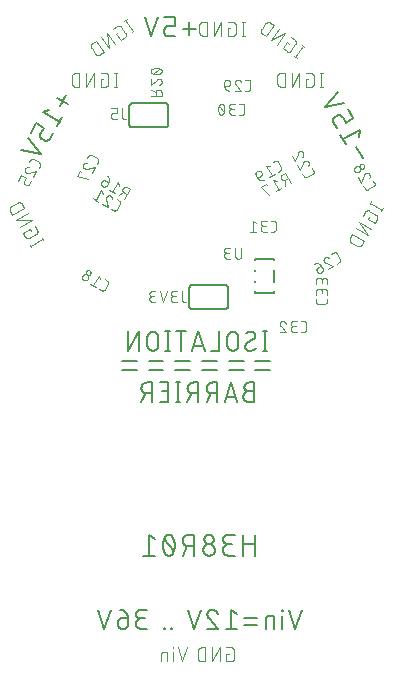
<source format=gbr>
G04 EAGLE Gerber RS-274X export*
G75*
%MOMM*%
%FSLAX34Y34*%
%LPD*%
%INSilkscreen Bottom*%
%IPPOS*%
%AMOC8*
5,1,8,0,0,1.08239X$1,22.5*%
G01*
%ADD10C,0.101600*%
%ADD11C,0.152400*%
%ADD12C,0.076200*%


D10*
X420327Y766122D02*
X413625Y756551D01*
X414689Y755807D02*
X412562Y757296D01*
X419263Y766867D02*
X421390Y765378D01*
X408482Y768076D02*
X406887Y769193D01*
X403164Y763876D01*
X406354Y761642D01*
X406355Y761642D02*
X406438Y761587D01*
X406522Y761535D01*
X406609Y761486D01*
X406697Y761440D01*
X406787Y761398D01*
X406879Y761359D01*
X406972Y761324D01*
X407066Y761292D01*
X407161Y761264D01*
X407258Y761240D01*
X407355Y761219D01*
X407453Y761203D01*
X407552Y761189D01*
X407651Y761180D01*
X407750Y761175D01*
X407850Y761173D01*
X407949Y761175D01*
X408048Y761181D01*
X408147Y761191D01*
X408246Y761204D01*
X408344Y761222D01*
X408441Y761243D01*
X408537Y761267D01*
X408633Y761296D01*
X408727Y761328D01*
X408820Y761363D01*
X408911Y761402D01*
X409001Y761445D01*
X409089Y761491D01*
X409175Y761540D01*
X409260Y761593D01*
X409342Y761649D01*
X409422Y761708D01*
X409500Y761770D01*
X409575Y761835D01*
X409648Y761902D01*
X409718Y761973D01*
X409786Y762046D01*
X409850Y762122D01*
X409912Y762200D01*
X409971Y762280D01*
X413694Y767597D01*
X413749Y767680D01*
X413801Y767764D01*
X413850Y767851D01*
X413896Y767939D01*
X413938Y768029D01*
X413977Y768121D01*
X414012Y768214D01*
X414044Y768308D01*
X414072Y768403D01*
X414096Y768500D01*
X414117Y768597D01*
X414133Y768695D01*
X414147Y768794D01*
X414156Y768893D01*
X414161Y768992D01*
X414163Y769092D01*
X414161Y769191D01*
X414155Y769290D01*
X414145Y769389D01*
X414132Y769488D01*
X414114Y769586D01*
X414093Y769683D01*
X414069Y769779D01*
X414040Y769875D01*
X414008Y769969D01*
X413973Y770062D01*
X413934Y770153D01*
X413891Y770243D01*
X413845Y770331D01*
X413796Y770417D01*
X413743Y770502D01*
X413687Y770584D01*
X413628Y770664D01*
X413566Y770742D01*
X413501Y770817D01*
X413434Y770890D01*
X413363Y770960D01*
X413290Y771028D01*
X413214Y771092D01*
X413136Y771154D01*
X413056Y771213D01*
X409866Y773447D01*
X405196Y776717D02*
X398494Y767146D01*
X393177Y770869D02*
X405196Y776717D01*
X399879Y780440D02*
X393177Y770869D01*
X388507Y774139D02*
X395209Y783710D01*
X392550Y785572D01*
X392551Y785572D02*
X392457Y785635D01*
X392361Y785695D01*
X392263Y785752D01*
X392163Y785805D01*
X392061Y785855D01*
X391957Y785901D01*
X391852Y785943D01*
X391746Y785982D01*
X391638Y786017D01*
X391529Y786048D01*
X391419Y786076D01*
X391308Y786099D01*
X391197Y786119D01*
X391085Y786135D01*
X390972Y786147D01*
X390859Y786155D01*
X390746Y786159D01*
X390632Y786159D01*
X390519Y786155D01*
X390406Y786147D01*
X390293Y786135D01*
X390181Y786119D01*
X390070Y786099D01*
X389959Y786076D01*
X389849Y786048D01*
X389740Y786017D01*
X389632Y785982D01*
X389526Y785943D01*
X389421Y785901D01*
X389317Y785855D01*
X389215Y785805D01*
X389115Y785752D01*
X389017Y785695D01*
X388921Y785635D01*
X388827Y785572D01*
X388736Y785505D01*
X388646Y785436D01*
X388559Y785363D01*
X388475Y785287D01*
X388394Y785208D01*
X388315Y785127D01*
X388239Y785043D01*
X388166Y784956D01*
X388097Y784867D01*
X388030Y784775D01*
X385052Y780521D01*
X385051Y780521D02*
X384988Y780427D01*
X384928Y780331D01*
X384871Y780233D01*
X384818Y780133D01*
X384768Y780031D01*
X384722Y779927D01*
X384680Y779822D01*
X384641Y779716D01*
X384606Y779608D01*
X384575Y779499D01*
X384547Y779389D01*
X384524Y779278D01*
X384504Y779167D01*
X384488Y779055D01*
X384476Y778942D01*
X384468Y778829D01*
X384464Y778716D01*
X384464Y778602D01*
X384468Y778489D01*
X384476Y778376D01*
X384488Y778263D01*
X384504Y778151D01*
X384524Y778040D01*
X384547Y777929D01*
X384575Y777819D01*
X384606Y777710D01*
X384641Y777602D01*
X384680Y777496D01*
X384722Y777391D01*
X384768Y777287D01*
X384818Y777185D01*
X384871Y777085D01*
X384928Y776987D01*
X384988Y776891D01*
X385051Y776797D01*
X385118Y776705D01*
X385187Y776616D01*
X385260Y776529D01*
X385336Y776445D01*
X385415Y776364D01*
X385496Y776285D01*
X385580Y776209D01*
X385667Y776136D01*
X385757Y776067D01*
X385848Y776000D01*
X385849Y776001D02*
X388507Y774139D01*
X199533Y602585D02*
X189415Y596743D01*
X188766Y597867D02*
X190064Y595618D01*
X200183Y601460D02*
X198884Y603709D01*
X189625Y609361D02*
X188651Y611048D01*
X183030Y607802D01*
X184977Y604429D01*
X184977Y604430D02*
X185028Y604345D01*
X185083Y604262D01*
X185140Y604181D01*
X185201Y604102D01*
X185265Y604026D01*
X185332Y603952D01*
X185401Y603881D01*
X185473Y603812D01*
X185548Y603746D01*
X185625Y603684D01*
X185704Y603624D01*
X185786Y603567D01*
X185870Y603514D01*
X185956Y603463D01*
X186043Y603416D01*
X186133Y603373D01*
X186224Y603333D01*
X186316Y603296D01*
X186410Y603263D01*
X186505Y603234D01*
X186601Y603208D01*
X186698Y603186D01*
X186796Y603168D01*
X186894Y603153D01*
X186993Y603142D01*
X187092Y603135D01*
X187192Y603132D01*
X187291Y603133D01*
X187391Y603137D01*
X187490Y603146D01*
X187589Y603158D01*
X187687Y603173D01*
X187784Y603193D01*
X187881Y603216D01*
X187977Y603243D01*
X188071Y603274D01*
X188165Y603308D01*
X188257Y603346D01*
X188347Y603387D01*
X188436Y603432D01*
X188523Y603480D01*
X188524Y603479D02*
X194145Y606725D01*
X194230Y606776D01*
X194313Y606831D01*
X194394Y606888D01*
X194473Y606949D01*
X194549Y607013D01*
X194623Y607080D01*
X194694Y607149D01*
X194763Y607221D01*
X194829Y607296D01*
X194891Y607373D01*
X194951Y607452D01*
X195008Y607534D01*
X195061Y607618D01*
X195112Y607704D01*
X195159Y607791D01*
X195202Y607881D01*
X195242Y607972D01*
X195279Y608064D01*
X195312Y608158D01*
X195341Y608253D01*
X195367Y608349D01*
X195389Y608446D01*
X195407Y608544D01*
X195422Y608642D01*
X195433Y608741D01*
X195440Y608840D01*
X195443Y608940D01*
X195442Y609039D01*
X195438Y609139D01*
X195429Y609238D01*
X195417Y609336D01*
X195402Y609435D01*
X195382Y609532D01*
X195359Y609629D01*
X195332Y609725D01*
X195301Y609819D01*
X195267Y609913D01*
X195229Y610005D01*
X195188Y610095D01*
X195143Y610184D01*
X195095Y610271D01*
X195096Y610271D02*
X193148Y613644D01*
X190298Y618581D02*
X180179Y612739D01*
X176934Y618361D02*
X190298Y618581D01*
X187052Y624203D02*
X176934Y618361D01*
X174083Y623298D02*
X184202Y629140D01*
X182579Y631951D01*
X182521Y632048D01*
X182459Y632143D01*
X182394Y632236D01*
X182326Y632326D01*
X182255Y632414D01*
X182180Y632500D01*
X182103Y632583D01*
X182023Y632663D01*
X181940Y632740D01*
X181854Y632815D01*
X181766Y632886D01*
X181676Y632954D01*
X181583Y633019D01*
X181488Y633081D01*
X181391Y633139D01*
X181292Y633194D01*
X181191Y633245D01*
X181088Y633293D01*
X180984Y633338D01*
X180878Y633378D01*
X180771Y633415D01*
X180663Y633448D01*
X180553Y633478D01*
X180443Y633503D01*
X180332Y633525D01*
X180220Y633542D01*
X180107Y633556D01*
X179994Y633566D01*
X179881Y633572D01*
X179768Y633574D01*
X179655Y633572D01*
X179542Y633566D01*
X179429Y633556D01*
X179316Y633542D01*
X179204Y633525D01*
X179093Y633503D01*
X178983Y633478D01*
X178873Y633448D01*
X178765Y633415D01*
X178658Y633378D01*
X178552Y633338D01*
X178448Y633293D01*
X178345Y633245D01*
X178244Y633194D01*
X178145Y633139D01*
X178146Y633139D02*
X173648Y630542D01*
X173551Y630484D01*
X173456Y630422D01*
X173363Y630357D01*
X173273Y630289D01*
X173185Y630218D01*
X173099Y630143D01*
X173016Y630066D01*
X172936Y629986D01*
X172859Y629903D01*
X172784Y629817D01*
X172713Y629729D01*
X172645Y629639D01*
X172580Y629546D01*
X172518Y629451D01*
X172460Y629354D01*
X172405Y629255D01*
X172354Y629154D01*
X172306Y629051D01*
X172261Y628947D01*
X172221Y628841D01*
X172184Y628734D01*
X172151Y628626D01*
X172121Y628516D01*
X172096Y628406D01*
X172074Y628295D01*
X172057Y628183D01*
X172043Y628070D01*
X172033Y627957D01*
X172027Y627844D01*
X172025Y627731D01*
X172027Y627618D01*
X172033Y627505D01*
X172043Y627392D01*
X172057Y627279D01*
X172074Y627167D01*
X172096Y627056D01*
X172121Y626946D01*
X172151Y626836D01*
X172184Y626728D01*
X172221Y626621D01*
X172261Y626515D01*
X172306Y626411D01*
X172354Y626308D01*
X172405Y626207D01*
X172460Y626108D01*
X172460Y626109D02*
X174083Y623298D01*
X276397Y778388D02*
X269695Y787959D01*
X277460Y779132D02*
X275333Y777643D01*
X268632Y787214D02*
X270759Y788703D01*
X263808Y777497D02*
X262213Y776380D01*
X265936Y771063D01*
X269126Y773297D01*
X269126Y773296D02*
X269206Y773355D01*
X269284Y773417D01*
X269360Y773481D01*
X269433Y773549D01*
X269504Y773619D01*
X269571Y773692D01*
X269636Y773767D01*
X269698Y773845D01*
X269757Y773925D01*
X269813Y774007D01*
X269866Y774092D01*
X269915Y774178D01*
X269961Y774266D01*
X270004Y774356D01*
X270043Y774447D01*
X270078Y774540D01*
X270110Y774634D01*
X270139Y774730D01*
X270163Y774826D01*
X270184Y774923D01*
X270202Y775021D01*
X270215Y775120D01*
X270225Y775219D01*
X270231Y775318D01*
X270233Y775417D01*
X270231Y775517D01*
X270226Y775616D01*
X270216Y775715D01*
X270203Y775814D01*
X270187Y775912D01*
X270166Y776009D01*
X270142Y776106D01*
X270114Y776201D01*
X270082Y776295D01*
X270047Y776388D01*
X270008Y776480D01*
X269966Y776570D01*
X269920Y776658D01*
X269871Y776745D01*
X269819Y776829D01*
X269764Y776912D01*
X269764Y776913D02*
X266041Y782230D01*
X265982Y782310D01*
X265920Y782388D01*
X265856Y782464D01*
X265788Y782537D01*
X265718Y782608D01*
X265645Y782675D01*
X265570Y782740D01*
X265492Y782802D01*
X265412Y782861D01*
X265330Y782917D01*
X265245Y782970D01*
X265159Y783019D01*
X265071Y783065D01*
X264981Y783108D01*
X264890Y783147D01*
X264797Y783182D01*
X264703Y783214D01*
X264607Y783243D01*
X264511Y783267D01*
X264414Y783288D01*
X264316Y783306D01*
X264217Y783319D01*
X264118Y783329D01*
X264019Y783335D01*
X263920Y783337D01*
X263820Y783335D01*
X263721Y783330D01*
X263622Y783321D01*
X263523Y783307D01*
X263425Y783291D01*
X263328Y783270D01*
X263231Y783246D01*
X263136Y783218D01*
X263042Y783186D01*
X262949Y783151D01*
X262857Y783112D01*
X262767Y783070D01*
X262679Y783024D01*
X262592Y782975D01*
X262508Y782923D01*
X262425Y782868D01*
X262424Y782868D02*
X259234Y780634D01*
X254564Y777364D02*
X261266Y767793D01*
X255949Y764070D02*
X254564Y777364D01*
X249247Y773641D02*
X255949Y764070D01*
X251279Y760800D02*
X244577Y770371D01*
X241919Y768509D01*
X241918Y768510D02*
X241827Y768443D01*
X241737Y768374D01*
X241650Y768301D01*
X241566Y768225D01*
X241485Y768146D01*
X241406Y768065D01*
X241330Y767981D01*
X241257Y767894D01*
X241188Y767805D01*
X241121Y767713D01*
X241058Y767619D01*
X240998Y767523D01*
X240941Y767425D01*
X240888Y767325D01*
X240838Y767223D01*
X240792Y767119D01*
X240750Y767014D01*
X240711Y766908D01*
X240676Y766800D01*
X240645Y766691D01*
X240617Y766581D01*
X240594Y766470D01*
X240574Y766359D01*
X240558Y766247D01*
X240546Y766134D01*
X240538Y766021D01*
X240534Y765908D01*
X240534Y765794D01*
X240538Y765681D01*
X240546Y765568D01*
X240558Y765455D01*
X240574Y765343D01*
X240594Y765232D01*
X240617Y765121D01*
X240645Y765011D01*
X240676Y764902D01*
X240711Y764794D01*
X240750Y764688D01*
X240792Y764583D01*
X240838Y764479D01*
X240888Y764377D01*
X240941Y764277D01*
X240998Y764179D01*
X241058Y764083D01*
X241121Y763989D01*
X241122Y763989D02*
X244100Y759735D01*
X244167Y759644D01*
X244236Y759554D01*
X244309Y759467D01*
X244385Y759383D01*
X244464Y759302D01*
X244545Y759223D01*
X244629Y759147D01*
X244716Y759074D01*
X244806Y759005D01*
X244897Y758938D01*
X244991Y758875D01*
X245087Y758815D01*
X245185Y758758D01*
X245285Y758705D01*
X245387Y758655D01*
X245491Y758609D01*
X245596Y758567D01*
X245702Y758528D01*
X245810Y758493D01*
X245919Y758462D01*
X246029Y758434D01*
X246140Y758411D01*
X246251Y758391D01*
X246363Y758375D01*
X246476Y758363D01*
X246589Y758355D01*
X246702Y758351D01*
X246816Y758351D01*
X246929Y758355D01*
X247042Y758363D01*
X247155Y758375D01*
X247267Y758391D01*
X247378Y758411D01*
X247489Y758434D01*
X247599Y758462D01*
X247708Y758493D01*
X247816Y758528D01*
X247922Y758567D01*
X248027Y758609D01*
X248131Y758655D01*
X248233Y758705D01*
X248333Y758758D01*
X248431Y758815D01*
X248527Y758875D01*
X248621Y758938D01*
X248620Y758938D02*
X251279Y760800D01*
D11*
X379605Y352313D02*
X379605Y334533D01*
X379605Y344411D02*
X369728Y344411D01*
X369728Y352313D02*
X369728Y334533D01*
X362297Y334533D02*
X357358Y334533D01*
X357218Y334535D01*
X357079Y334541D01*
X356939Y334551D01*
X356800Y334565D01*
X356661Y334582D01*
X356523Y334604D01*
X356386Y334630D01*
X356249Y334659D01*
X356113Y334692D01*
X355979Y334729D01*
X355845Y334770D01*
X355713Y334815D01*
X355581Y334864D01*
X355452Y334916D01*
X355324Y334971D01*
X355197Y335031D01*
X355072Y335094D01*
X354949Y335160D01*
X354828Y335230D01*
X354709Y335303D01*
X354592Y335380D01*
X354478Y335460D01*
X354365Y335543D01*
X354255Y335629D01*
X354148Y335719D01*
X354043Y335811D01*
X353941Y335906D01*
X353841Y336004D01*
X353744Y336105D01*
X353650Y336209D01*
X353560Y336315D01*
X353472Y336424D01*
X353387Y336535D01*
X353306Y336649D01*
X353227Y336764D01*
X353152Y336882D01*
X353081Y337003D01*
X353013Y337125D01*
X352948Y337248D01*
X352887Y337374D01*
X352829Y337502D01*
X352775Y337630D01*
X352725Y337761D01*
X352678Y337893D01*
X352635Y338026D01*
X352596Y338160D01*
X352561Y338295D01*
X352530Y338431D01*
X352502Y338569D01*
X352479Y338706D01*
X352459Y338845D01*
X352443Y338984D01*
X352431Y339123D01*
X352423Y339262D01*
X352419Y339402D01*
X352419Y339542D01*
X352423Y339682D01*
X352431Y339821D01*
X352443Y339960D01*
X352459Y340099D01*
X352479Y340238D01*
X352502Y340375D01*
X352530Y340513D01*
X352561Y340649D01*
X352596Y340784D01*
X352635Y340918D01*
X352678Y341051D01*
X352725Y341183D01*
X352775Y341314D01*
X352829Y341442D01*
X352887Y341570D01*
X352948Y341696D01*
X353013Y341819D01*
X353081Y341942D01*
X353152Y342062D01*
X353227Y342180D01*
X353306Y342295D01*
X353387Y342409D01*
X353472Y342520D01*
X353560Y342629D01*
X353650Y342735D01*
X353744Y342839D01*
X353841Y342940D01*
X353941Y343038D01*
X354043Y343133D01*
X354148Y343225D01*
X354255Y343315D01*
X354365Y343401D01*
X354478Y343484D01*
X354592Y343564D01*
X354709Y343641D01*
X354828Y343714D01*
X354949Y343784D01*
X355072Y343850D01*
X355197Y343913D01*
X355324Y343973D01*
X355452Y344028D01*
X355581Y344080D01*
X355713Y344129D01*
X355845Y344174D01*
X355979Y344215D01*
X356113Y344252D01*
X356249Y344285D01*
X356386Y344314D01*
X356523Y344340D01*
X356661Y344362D01*
X356800Y344379D01*
X356939Y344393D01*
X357079Y344403D01*
X357218Y344409D01*
X357358Y344411D01*
X356370Y352313D02*
X362297Y352313D01*
X356370Y352313D02*
X356246Y352311D01*
X356122Y352305D01*
X355998Y352295D01*
X355875Y352282D01*
X355752Y352264D01*
X355630Y352243D01*
X355508Y352218D01*
X355387Y352189D01*
X355268Y352156D01*
X355149Y352120D01*
X355032Y352079D01*
X354916Y352036D01*
X354801Y351988D01*
X354688Y351937D01*
X354576Y351882D01*
X354467Y351824D01*
X354359Y351763D01*
X354253Y351698D01*
X354149Y351630D01*
X354048Y351558D01*
X353948Y351484D01*
X353852Y351406D01*
X353757Y351326D01*
X353665Y351242D01*
X353576Y351156D01*
X353490Y351067D01*
X353406Y350975D01*
X353326Y350880D01*
X353248Y350784D01*
X353174Y350684D01*
X353102Y350583D01*
X353034Y350479D01*
X352969Y350373D01*
X352908Y350265D01*
X352850Y350156D01*
X352795Y350044D01*
X352744Y349931D01*
X352696Y349816D01*
X352653Y349700D01*
X352612Y349583D01*
X352576Y349464D01*
X352543Y349345D01*
X352514Y349224D01*
X352489Y349102D01*
X352468Y348980D01*
X352450Y348857D01*
X352437Y348734D01*
X352427Y348610D01*
X352421Y348486D01*
X352419Y348362D01*
X352421Y348238D01*
X352427Y348114D01*
X352437Y347990D01*
X352450Y347867D01*
X352468Y347744D01*
X352489Y347622D01*
X352514Y347500D01*
X352543Y347379D01*
X352576Y347260D01*
X352612Y347141D01*
X352653Y347024D01*
X352696Y346908D01*
X352744Y346793D01*
X352795Y346680D01*
X352850Y346568D01*
X352908Y346459D01*
X352969Y346351D01*
X353034Y346245D01*
X353102Y346141D01*
X353174Y346040D01*
X353248Y345940D01*
X353326Y345844D01*
X353406Y345749D01*
X353490Y345657D01*
X353576Y345568D01*
X353665Y345482D01*
X353757Y345398D01*
X353852Y345318D01*
X353948Y345240D01*
X354048Y345166D01*
X354149Y345094D01*
X354253Y345026D01*
X354359Y344961D01*
X354467Y344900D01*
X354576Y344842D01*
X354688Y344787D01*
X354801Y344736D01*
X354916Y344688D01*
X355032Y344645D01*
X355149Y344604D01*
X355268Y344568D01*
X355387Y344535D01*
X355508Y344506D01*
X355630Y344481D01*
X355752Y344460D01*
X355875Y344442D01*
X355998Y344429D01*
X356122Y344419D01*
X356246Y344413D01*
X356370Y344411D01*
X360321Y344411D01*
X345546Y339472D02*
X345544Y339612D01*
X345538Y339751D01*
X345528Y339891D01*
X345514Y340030D01*
X345497Y340169D01*
X345475Y340307D01*
X345449Y340444D01*
X345420Y340581D01*
X345387Y340717D01*
X345350Y340851D01*
X345309Y340985D01*
X345264Y341117D01*
X345215Y341249D01*
X345163Y341378D01*
X345108Y341506D01*
X345048Y341633D01*
X344985Y341758D01*
X344919Y341881D01*
X344849Y342002D01*
X344776Y342121D01*
X344699Y342238D01*
X344619Y342352D01*
X344536Y342465D01*
X344450Y342575D01*
X344360Y342682D01*
X344268Y342787D01*
X344173Y342889D01*
X344075Y342989D01*
X343974Y343086D01*
X343870Y343180D01*
X343764Y343270D01*
X343655Y343358D01*
X343544Y343443D01*
X343430Y343524D01*
X343315Y343603D01*
X343197Y343678D01*
X343077Y343749D01*
X342954Y343817D01*
X342831Y343882D01*
X342705Y343943D01*
X342577Y344001D01*
X342449Y344055D01*
X342318Y344105D01*
X342186Y344152D01*
X342053Y344195D01*
X341919Y344234D01*
X341784Y344269D01*
X341648Y344300D01*
X341510Y344328D01*
X341373Y344351D01*
X341234Y344371D01*
X341095Y344387D01*
X340956Y344399D01*
X340817Y344407D01*
X340677Y344411D01*
X340537Y344411D01*
X340397Y344407D01*
X340258Y344399D01*
X340119Y344387D01*
X339980Y344371D01*
X339841Y344351D01*
X339704Y344328D01*
X339566Y344300D01*
X339430Y344269D01*
X339295Y344234D01*
X339161Y344195D01*
X339028Y344152D01*
X338896Y344105D01*
X338765Y344055D01*
X338637Y344001D01*
X338509Y343943D01*
X338383Y343882D01*
X338260Y343817D01*
X338138Y343749D01*
X338017Y343678D01*
X337899Y343603D01*
X337784Y343524D01*
X337670Y343443D01*
X337559Y343358D01*
X337450Y343270D01*
X337344Y343180D01*
X337240Y343086D01*
X337139Y342989D01*
X337041Y342889D01*
X336946Y342787D01*
X336854Y342682D01*
X336764Y342575D01*
X336678Y342465D01*
X336595Y342352D01*
X336515Y342238D01*
X336438Y342121D01*
X336365Y342002D01*
X336295Y341881D01*
X336229Y341758D01*
X336166Y341633D01*
X336106Y341506D01*
X336051Y341378D01*
X335999Y341249D01*
X335950Y341117D01*
X335905Y340985D01*
X335864Y340851D01*
X335827Y340717D01*
X335794Y340581D01*
X335765Y340444D01*
X335739Y340307D01*
X335717Y340169D01*
X335700Y340030D01*
X335686Y339891D01*
X335676Y339751D01*
X335670Y339612D01*
X335668Y339472D01*
X335670Y339332D01*
X335676Y339193D01*
X335686Y339053D01*
X335700Y338914D01*
X335717Y338775D01*
X335739Y338637D01*
X335765Y338500D01*
X335794Y338363D01*
X335827Y338227D01*
X335864Y338093D01*
X335905Y337959D01*
X335950Y337827D01*
X335999Y337695D01*
X336051Y337566D01*
X336106Y337438D01*
X336166Y337311D01*
X336229Y337186D01*
X336295Y337063D01*
X336365Y336942D01*
X336438Y336823D01*
X336515Y336706D01*
X336595Y336592D01*
X336678Y336479D01*
X336764Y336369D01*
X336854Y336262D01*
X336946Y336157D01*
X337041Y336055D01*
X337139Y335955D01*
X337240Y335858D01*
X337344Y335764D01*
X337450Y335674D01*
X337559Y335586D01*
X337670Y335501D01*
X337784Y335420D01*
X337899Y335341D01*
X338017Y335266D01*
X338138Y335195D01*
X338260Y335127D01*
X338383Y335062D01*
X338509Y335001D01*
X338637Y334943D01*
X338765Y334889D01*
X338896Y334839D01*
X339028Y334792D01*
X339161Y334749D01*
X339295Y334710D01*
X339430Y334675D01*
X339566Y334644D01*
X339704Y334616D01*
X339841Y334593D01*
X339980Y334573D01*
X340119Y334557D01*
X340258Y334545D01*
X340397Y334537D01*
X340537Y334533D01*
X340677Y334533D01*
X340817Y334537D01*
X340956Y334545D01*
X341095Y334557D01*
X341234Y334573D01*
X341373Y334593D01*
X341510Y334616D01*
X341648Y334644D01*
X341784Y334675D01*
X341919Y334710D01*
X342053Y334749D01*
X342186Y334792D01*
X342318Y334839D01*
X342449Y334889D01*
X342577Y334943D01*
X342705Y335001D01*
X342831Y335062D01*
X342954Y335127D01*
X343077Y335195D01*
X343197Y335266D01*
X343315Y335341D01*
X343430Y335420D01*
X343544Y335501D01*
X343655Y335586D01*
X343764Y335674D01*
X343870Y335764D01*
X343974Y335858D01*
X344075Y335955D01*
X344173Y336055D01*
X344268Y336157D01*
X344360Y336262D01*
X344450Y336369D01*
X344536Y336479D01*
X344619Y336592D01*
X344699Y336706D01*
X344776Y336823D01*
X344849Y336942D01*
X344919Y337063D01*
X344985Y337186D01*
X345048Y337311D01*
X345108Y337438D01*
X345163Y337566D01*
X345215Y337695D01*
X345264Y337827D01*
X345309Y337959D01*
X345350Y338093D01*
X345387Y338227D01*
X345420Y338363D01*
X345449Y338500D01*
X345475Y338637D01*
X345497Y338775D01*
X345514Y338914D01*
X345528Y339053D01*
X345538Y339193D01*
X345544Y339332D01*
X345546Y339472D01*
X344558Y348362D02*
X344556Y348486D01*
X344550Y348610D01*
X344540Y348734D01*
X344527Y348857D01*
X344509Y348980D01*
X344488Y349102D01*
X344463Y349224D01*
X344434Y349345D01*
X344401Y349464D01*
X344365Y349583D01*
X344324Y349700D01*
X344281Y349816D01*
X344233Y349931D01*
X344182Y350044D01*
X344127Y350156D01*
X344069Y350265D01*
X344008Y350373D01*
X343943Y350479D01*
X343875Y350583D01*
X343803Y350684D01*
X343729Y350784D01*
X343651Y350880D01*
X343571Y350975D01*
X343487Y351067D01*
X343401Y351156D01*
X343312Y351242D01*
X343220Y351326D01*
X343125Y351406D01*
X343029Y351484D01*
X342929Y351558D01*
X342828Y351630D01*
X342724Y351698D01*
X342618Y351763D01*
X342510Y351824D01*
X342401Y351882D01*
X342289Y351937D01*
X342176Y351988D01*
X342061Y352036D01*
X341945Y352079D01*
X341828Y352120D01*
X341709Y352156D01*
X341590Y352189D01*
X341469Y352218D01*
X341347Y352243D01*
X341225Y352264D01*
X341102Y352282D01*
X340979Y352295D01*
X340855Y352305D01*
X340731Y352311D01*
X340607Y352313D01*
X340483Y352311D01*
X340359Y352305D01*
X340235Y352295D01*
X340112Y352282D01*
X339989Y352264D01*
X339867Y352243D01*
X339745Y352218D01*
X339624Y352189D01*
X339505Y352156D01*
X339386Y352120D01*
X339269Y352079D01*
X339153Y352036D01*
X339038Y351988D01*
X338925Y351937D01*
X338813Y351882D01*
X338704Y351824D01*
X338596Y351763D01*
X338490Y351698D01*
X338386Y351630D01*
X338285Y351558D01*
X338185Y351484D01*
X338089Y351406D01*
X337994Y351326D01*
X337902Y351242D01*
X337813Y351156D01*
X337727Y351067D01*
X337643Y350975D01*
X337563Y350880D01*
X337485Y350784D01*
X337411Y350684D01*
X337339Y350583D01*
X337271Y350479D01*
X337206Y350373D01*
X337145Y350265D01*
X337087Y350156D01*
X337032Y350044D01*
X336981Y349931D01*
X336933Y349816D01*
X336890Y349700D01*
X336849Y349583D01*
X336813Y349464D01*
X336780Y349345D01*
X336751Y349224D01*
X336726Y349102D01*
X336705Y348980D01*
X336687Y348857D01*
X336674Y348734D01*
X336664Y348610D01*
X336658Y348486D01*
X336656Y348362D01*
X336658Y348238D01*
X336664Y348114D01*
X336674Y347990D01*
X336687Y347867D01*
X336705Y347744D01*
X336726Y347622D01*
X336751Y347500D01*
X336780Y347379D01*
X336813Y347260D01*
X336849Y347141D01*
X336890Y347024D01*
X336933Y346908D01*
X336981Y346793D01*
X337032Y346680D01*
X337087Y346568D01*
X337145Y346459D01*
X337206Y346351D01*
X337271Y346245D01*
X337339Y346141D01*
X337411Y346040D01*
X337485Y345940D01*
X337563Y345844D01*
X337643Y345749D01*
X337727Y345657D01*
X337813Y345568D01*
X337902Y345482D01*
X337994Y345398D01*
X338089Y345318D01*
X338185Y345240D01*
X338285Y345166D01*
X338386Y345094D01*
X338490Y345026D01*
X338596Y344961D01*
X338704Y344900D01*
X338813Y344842D01*
X338925Y344787D01*
X339038Y344736D01*
X339153Y344688D01*
X339269Y344645D01*
X339386Y344604D01*
X339505Y344568D01*
X339624Y344535D01*
X339745Y344506D01*
X339867Y344481D01*
X339989Y344460D01*
X340112Y344442D01*
X340235Y344429D01*
X340359Y344419D01*
X340483Y344413D01*
X340607Y344411D01*
X340731Y344413D01*
X340855Y344419D01*
X340979Y344429D01*
X341102Y344442D01*
X341225Y344460D01*
X341347Y344481D01*
X341469Y344506D01*
X341590Y344535D01*
X341709Y344568D01*
X341828Y344604D01*
X341945Y344645D01*
X342061Y344688D01*
X342176Y344736D01*
X342289Y344787D01*
X342401Y344842D01*
X342510Y344900D01*
X342618Y344961D01*
X342724Y345026D01*
X342828Y345094D01*
X342929Y345166D01*
X343029Y345240D01*
X343125Y345318D01*
X343220Y345398D01*
X343312Y345482D01*
X343401Y345568D01*
X343487Y345657D01*
X343571Y345749D01*
X343651Y345844D01*
X343729Y345940D01*
X343803Y346040D01*
X343875Y346141D01*
X343943Y346245D01*
X344008Y346351D01*
X344069Y346459D01*
X344127Y346568D01*
X344182Y346680D01*
X344233Y346793D01*
X344281Y346908D01*
X344324Y347024D01*
X344365Y347141D01*
X344401Y347260D01*
X344434Y347379D01*
X344463Y347500D01*
X344488Y347622D01*
X344509Y347744D01*
X344527Y347867D01*
X344540Y347990D01*
X344550Y348114D01*
X344556Y348238D01*
X344558Y348362D01*
X328152Y352313D02*
X328152Y334533D01*
X328152Y352313D02*
X323213Y352313D01*
X323073Y352311D01*
X322934Y352305D01*
X322794Y352295D01*
X322655Y352281D01*
X322516Y352264D01*
X322378Y352242D01*
X322241Y352216D01*
X322104Y352187D01*
X321968Y352154D01*
X321834Y352117D01*
X321700Y352076D01*
X321568Y352031D01*
X321436Y351982D01*
X321307Y351930D01*
X321179Y351875D01*
X321052Y351815D01*
X320927Y351752D01*
X320804Y351686D01*
X320683Y351616D01*
X320564Y351543D01*
X320447Y351466D01*
X320333Y351386D01*
X320220Y351303D01*
X320110Y351217D01*
X320003Y351127D01*
X319898Y351035D01*
X319796Y350940D01*
X319696Y350842D01*
X319599Y350741D01*
X319505Y350637D01*
X319415Y350531D01*
X319327Y350422D01*
X319242Y350311D01*
X319161Y350197D01*
X319082Y350082D01*
X319007Y349964D01*
X318936Y349844D01*
X318868Y349721D01*
X318803Y349598D01*
X318742Y349472D01*
X318684Y349344D01*
X318630Y349216D01*
X318580Y349085D01*
X318533Y348953D01*
X318490Y348820D01*
X318451Y348686D01*
X318416Y348551D01*
X318385Y348415D01*
X318357Y348277D01*
X318334Y348140D01*
X318314Y348001D01*
X318298Y347862D01*
X318286Y347723D01*
X318278Y347584D01*
X318274Y347444D01*
X318274Y347304D01*
X318278Y347164D01*
X318286Y347025D01*
X318298Y346886D01*
X318314Y346747D01*
X318334Y346608D01*
X318357Y346471D01*
X318385Y346333D01*
X318416Y346197D01*
X318451Y346062D01*
X318490Y345928D01*
X318533Y345795D01*
X318580Y345663D01*
X318630Y345532D01*
X318684Y345404D01*
X318742Y345276D01*
X318803Y345150D01*
X318868Y345027D01*
X318936Y344905D01*
X319007Y344784D01*
X319082Y344666D01*
X319161Y344551D01*
X319242Y344437D01*
X319327Y344326D01*
X319415Y344217D01*
X319505Y344111D01*
X319599Y344007D01*
X319696Y343906D01*
X319796Y343808D01*
X319898Y343713D01*
X320003Y343621D01*
X320110Y343531D01*
X320220Y343445D01*
X320333Y343362D01*
X320447Y343282D01*
X320564Y343205D01*
X320683Y343132D01*
X320804Y343062D01*
X320927Y342996D01*
X321052Y342933D01*
X321179Y342873D01*
X321307Y342818D01*
X321436Y342766D01*
X321568Y342717D01*
X321700Y342672D01*
X321834Y342631D01*
X321968Y342594D01*
X322104Y342561D01*
X322241Y342532D01*
X322378Y342506D01*
X322516Y342484D01*
X322655Y342467D01*
X322794Y342453D01*
X322934Y342443D01*
X323073Y342437D01*
X323213Y342435D01*
X328152Y342435D01*
X322225Y342435D02*
X318274Y334533D01*
X311487Y343423D02*
X311483Y343773D01*
X311470Y344122D01*
X311449Y344471D01*
X311420Y344820D01*
X311383Y345168D01*
X311337Y345515D01*
X311283Y345860D01*
X311221Y346204D01*
X311150Y346547D01*
X311071Y346888D01*
X310985Y347227D01*
X310890Y347563D01*
X310787Y347898D01*
X310676Y348229D01*
X310558Y348559D01*
X310431Y348885D01*
X310297Y349208D01*
X310155Y349527D01*
X310005Y349844D01*
X309965Y349957D01*
X309921Y350067D01*
X309873Y350177D01*
X309822Y350284D01*
X309767Y350390D01*
X309709Y350495D01*
X309647Y350597D01*
X309582Y350697D01*
X309514Y350795D01*
X309443Y350891D01*
X309368Y350984D01*
X309291Y351075D01*
X309211Y351163D01*
X309128Y351248D01*
X309042Y351331D01*
X308953Y351411D01*
X308862Y351488D01*
X308768Y351562D01*
X308672Y351633D01*
X308574Y351701D01*
X308474Y351765D01*
X308371Y351827D01*
X308267Y351884D01*
X308161Y351939D01*
X308053Y351990D01*
X307943Y352037D01*
X307832Y352081D01*
X307720Y352121D01*
X307606Y352157D01*
X307492Y352190D01*
X307376Y352219D01*
X307259Y352244D01*
X307142Y352265D01*
X307024Y352283D01*
X306905Y352296D01*
X306786Y352306D01*
X306667Y352312D01*
X306548Y352314D01*
X306548Y352313D02*
X306429Y352311D01*
X306310Y352305D01*
X306191Y352295D01*
X306072Y352282D01*
X305954Y352264D01*
X305837Y352243D01*
X305720Y352218D01*
X305604Y352189D01*
X305490Y352156D01*
X305376Y352120D01*
X305264Y352080D01*
X305153Y352036D01*
X305043Y351989D01*
X304935Y351938D01*
X304829Y351883D01*
X304725Y351826D01*
X304622Y351764D01*
X304522Y351700D01*
X304424Y351632D01*
X304328Y351561D01*
X304234Y351487D01*
X304143Y351410D01*
X304054Y351330D01*
X303969Y351247D01*
X303885Y351162D01*
X303805Y351074D01*
X303728Y350983D01*
X303653Y350890D01*
X303582Y350794D01*
X303514Y350696D01*
X303449Y350596D01*
X303387Y350494D01*
X303329Y350389D01*
X303274Y350284D01*
X303223Y350176D01*
X303175Y350066D01*
X303131Y349956D01*
X303091Y349843D01*
X303091Y349844D02*
X302941Y349527D01*
X302799Y349208D01*
X302665Y348885D01*
X302538Y348559D01*
X302420Y348229D01*
X302309Y347898D01*
X302206Y347563D01*
X302111Y347227D01*
X302025Y346888D01*
X301946Y346547D01*
X301875Y346204D01*
X301813Y345860D01*
X301759Y345515D01*
X301713Y345168D01*
X301676Y344820D01*
X301647Y344471D01*
X301626Y344122D01*
X301613Y343773D01*
X301609Y343423D01*
X311487Y343423D02*
X311483Y343073D01*
X311470Y342724D01*
X311449Y342375D01*
X311420Y342026D01*
X311383Y341678D01*
X311337Y341331D01*
X311283Y340986D01*
X311221Y340642D01*
X311150Y340299D01*
X311071Y339958D01*
X310985Y339619D01*
X310890Y339283D01*
X310787Y338948D01*
X310676Y338617D01*
X310558Y338288D01*
X310431Y337961D01*
X310297Y337638D01*
X310155Y337319D01*
X310005Y337003D01*
X309965Y336890D01*
X309921Y336780D01*
X309873Y336670D01*
X309822Y336563D01*
X309767Y336457D01*
X309709Y336352D01*
X309647Y336250D01*
X309582Y336150D01*
X309514Y336052D01*
X309443Y335956D01*
X309368Y335863D01*
X309291Y335772D01*
X309211Y335684D01*
X309128Y335599D01*
X309042Y335516D01*
X308953Y335436D01*
X308862Y335359D01*
X308768Y335285D01*
X308672Y335214D01*
X308574Y335146D01*
X308474Y335082D01*
X308371Y335020D01*
X308267Y334963D01*
X308161Y334908D01*
X308053Y334857D01*
X307943Y334810D01*
X307832Y334766D01*
X307720Y334726D01*
X307606Y334690D01*
X307492Y334657D01*
X307376Y334628D01*
X307259Y334603D01*
X307142Y334582D01*
X307024Y334564D01*
X306905Y334551D01*
X306786Y334541D01*
X306667Y334535D01*
X306548Y334533D01*
X303091Y337003D02*
X302941Y337319D01*
X302799Y337638D01*
X302665Y337961D01*
X302538Y338288D01*
X302420Y338617D01*
X302309Y338948D01*
X302206Y339283D01*
X302111Y339619D01*
X302025Y339958D01*
X301946Y340299D01*
X301875Y340642D01*
X301813Y340986D01*
X301759Y341331D01*
X301713Y341678D01*
X301676Y342026D01*
X301647Y342375D01*
X301626Y342724D01*
X301613Y343073D01*
X301609Y343423D01*
X303091Y337003D02*
X303131Y336890D01*
X303175Y336780D01*
X303223Y336670D01*
X303274Y336562D01*
X303329Y336456D01*
X303387Y336352D01*
X303449Y336250D01*
X303514Y336150D01*
X303582Y336052D01*
X303653Y335956D01*
X303728Y335863D01*
X303805Y335772D01*
X303885Y335684D01*
X303969Y335599D01*
X304054Y335516D01*
X304143Y335436D01*
X304234Y335359D01*
X304328Y335285D01*
X304424Y335214D01*
X304522Y335146D01*
X304622Y335082D01*
X304725Y335020D01*
X304829Y334962D01*
X304935Y334908D01*
X305043Y334857D01*
X305153Y334810D01*
X305264Y334766D01*
X305376Y334726D01*
X305490Y334690D01*
X305604Y334657D01*
X305720Y334628D01*
X305837Y334603D01*
X305954Y334582D01*
X306072Y334564D01*
X306191Y334551D01*
X306310Y334541D01*
X306429Y334535D01*
X306548Y334533D01*
X310499Y338484D02*
X302597Y348362D01*
X294736Y348362D02*
X289798Y352313D01*
X289798Y334533D01*
X294736Y334533D02*
X284859Y334533D01*
X279322Y491490D02*
X266700Y491490D01*
X289322Y491490D02*
X301943Y491490D01*
X311943Y491490D02*
X324565Y491490D01*
X334565Y491490D02*
X347187Y491490D01*
X357187Y491490D02*
X369808Y491490D01*
X379808Y491490D02*
X392430Y491490D01*
X279322Y499110D02*
X266700Y499110D01*
X289322Y499110D02*
X301943Y499110D01*
X311943Y499110D02*
X324565Y499110D01*
X334565Y499110D02*
X347187Y499110D01*
X357187Y499110D02*
X369808Y499110D01*
X379808Y499110D02*
X392430Y499110D01*
D10*
X477105Y633217D02*
X487223Y627375D01*
X486574Y626251D02*
X487873Y628499D01*
X477754Y634341D02*
X476456Y632093D01*
X476190Y621248D02*
X475217Y619561D01*
X480838Y616316D01*
X482785Y619688D01*
X482785Y619689D02*
X482833Y619776D01*
X482878Y619865D01*
X482919Y619955D01*
X482957Y620047D01*
X482991Y620141D01*
X483022Y620235D01*
X483049Y620331D01*
X483072Y620428D01*
X483092Y620525D01*
X483107Y620624D01*
X483119Y620722D01*
X483128Y620821D01*
X483132Y620921D01*
X483133Y621020D01*
X483130Y621120D01*
X483123Y621219D01*
X483112Y621318D01*
X483097Y621416D01*
X483079Y621514D01*
X483057Y621611D01*
X483031Y621707D01*
X483002Y621802D01*
X482969Y621896D01*
X482932Y621988D01*
X482892Y622079D01*
X482849Y622168D01*
X482802Y622256D01*
X482751Y622342D01*
X482698Y622426D01*
X482641Y622507D01*
X482581Y622587D01*
X482519Y622664D01*
X482453Y622739D01*
X482384Y622811D01*
X482313Y622880D01*
X482239Y622947D01*
X482163Y623011D01*
X482084Y623071D01*
X482003Y623129D01*
X481920Y623184D01*
X481835Y623235D01*
X476214Y626481D01*
X476213Y626480D02*
X476126Y626528D01*
X476037Y626573D01*
X475947Y626614D01*
X475855Y626652D01*
X475761Y626686D01*
X475667Y626717D01*
X475571Y626744D01*
X475474Y626767D01*
X475377Y626787D01*
X475278Y626802D01*
X475180Y626814D01*
X475081Y626823D01*
X474981Y626827D01*
X474882Y626828D01*
X474782Y626825D01*
X474683Y626818D01*
X474584Y626807D01*
X474486Y626792D01*
X474388Y626774D01*
X474291Y626752D01*
X474195Y626726D01*
X474100Y626697D01*
X474006Y626664D01*
X473914Y626627D01*
X473823Y626587D01*
X473734Y626544D01*
X473646Y626497D01*
X473560Y626446D01*
X473476Y626393D01*
X473395Y626336D01*
X473315Y626276D01*
X473238Y626214D01*
X473163Y626148D01*
X473091Y626079D01*
X473022Y626008D01*
X472955Y625934D01*
X472891Y625858D01*
X472831Y625779D01*
X472773Y625698D01*
X472718Y625615D01*
X472667Y625530D01*
X470720Y622158D01*
X467869Y617220D02*
X477988Y611378D01*
X474742Y605757D02*
X467869Y617220D01*
X464624Y611599D02*
X474742Y605757D01*
X471892Y600820D02*
X461773Y606662D01*
X460150Y603851D01*
X460095Y603752D01*
X460044Y603651D01*
X459996Y603548D01*
X459951Y603444D01*
X459911Y603338D01*
X459874Y603231D01*
X459841Y603123D01*
X459811Y603013D01*
X459786Y602903D01*
X459764Y602792D01*
X459747Y602680D01*
X459733Y602567D01*
X459723Y602454D01*
X459717Y602341D01*
X459715Y602228D01*
X459717Y602115D01*
X459723Y602002D01*
X459733Y601889D01*
X459747Y601776D01*
X459764Y601664D01*
X459786Y601553D01*
X459811Y601443D01*
X459841Y601333D01*
X459874Y601225D01*
X459911Y601118D01*
X459951Y601012D01*
X459996Y600908D01*
X460044Y600805D01*
X460095Y600704D01*
X460150Y600605D01*
X460208Y600508D01*
X460270Y600413D01*
X460335Y600320D01*
X460403Y600230D01*
X460474Y600142D01*
X460549Y600056D01*
X460626Y599973D01*
X460706Y599893D01*
X460789Y599816D01*
X460875Y599741D01*
X460963Y599670D01*
X461053Y599602D01*
X461146Y599537D01*
X461241Y599475D01*
X461338Y599417D01*
X461338Y599418D02*
X465836Y596821D01*
X465835Y596821D02*
X465934Y596766D01*
X466035Y596715D01*
X466138Y596667D01*
X466242Y596622D01*
X466348Y596582D01*
X466455Y596545D01*
X466563Y596512D01*
X466673Y596482D01*
X466783Y596457D01*
X466894Y596435D01*
X467006Y596418D01*
X467119Y596404D01*
X467232Y596394D01*
X467345Y596388D01*
X467458Y596386D01*
X467571Y596388D01*
X467684Y596394D01*
X467797Y596404D01*
X467910Y596418D01*
X468022Y596435D01*
X468133Y596457D01*
X468243Y596482D01*
X468353Y596512D01*
X468461Y596545D01*
X468568Y596582D01*
X468674Y596622D01*
X468778Y596667D01*
X468881Y596715D01*
X468982Y596766D01*
X469081Y596821D01*
X469178Y596879D01*
X469273Y596941D01*
X469366Y597006D01*
X469456Y597074D01*
X469545Y597145D01*
X469630Y597220D01*
X469713Y597297D01*
X469793Y597377D01*
X469870Y597460D01*
X469945Y597546D01*
X470016Y597634D01*
X470084Y597724D01*
X470149Y597817D01*
X470211Y597912D01*
X470269Y598009D01*
X471892Y600820D01*
D11*
X329438Y780514D02*
X318601Y780514D01*
X324019Y775095D02*
X324019Y785932D01*
X311862Y774192D02*
X306443Y774192D01*
X306325Y774194D01*
X306207Y774200D01*
X306089Y774209D01*
X305972Y774223D01*
X305855Y774240D01*
X305738Y774261D01*
X305623Y774286D01*
X305508Y774315D01*
X305394Y774348D01*
X305282Y774384D01*
X305171Y774424D01*
X305061Y774467D01*
X304952Y774514D01*
X304845Y774564D01*
X304740Y774619D01*
X304637Y774676D01*
X304536Y774737D01*
X304436Y774801D01*
X304339Y774868D01*
X304244Y774938D01*
X304152Y775012D01*
X304061Y775088D01*
X303974Y775168D01*
X303889Y775250D01*
X303807Y775335D01*
X303727Y775422D01*
X303651Y775513D01*
X303577Y775605D01*
X303507Y775700D01*
X303440Y775797D01*
X303376Y775897D01*
X303315Y775998D01*
X303258Y776101D01*
X303203Y776206D01*
X303153Y776313D01*
X303106Y776422D01*
X303063Y776532D01*
X303023Y776643D01*
X302987Y776755D01*
X302954Y776869D01*
X302925Y776984D01*
X302900Y777099D01*
X302879Y777216D01*
X302862Y777333D01*
X302848Y777450D01*
X302839Y777568D01*
X302833Y777686D01*
X302831Y777804D01*
X302831Y779611D01*
X302833Y779729D01*
X302839Y779847D01*
X302848Y779965D01*
X302862Y780082D01*
X302879Y780199D01*
X302900Y780316D01*
X302925Y780431D01*
X302954Y780546D01*
X302987Y780660D01*
X303023Y780772D01*
X303063Y780883D01*
X303106Y780993D01*
X303153Y781102D01*
X303203Y781209D01*
X303258Y781314D01*
X303315Y781417D01*
X303376Y781518D01*
X303440Y781618D01*
X303507Y781715D01*
X303577Y781810D01*
X303651Y781902D01*
X303727Y781993D01*
X303807Y782080D01*
X303889Y782165D01*
X303974Y782247D01*
X304061Y782327D01*
X304152Y782403D01*
X304244Y782477D01*
X304339Y782547D01*
X304436Y782614D01*
X304536Y782678D01*
X304637Y782739D01*
X304740Y782796D01*
X304845Y782851D01*
X304952Y782901D01*
X305061Y782948D01*
X305171Y782991D01*
X305282Y783031D01*
X305394Y783067D01*
X305508Y783100D01*
X305623Y783129D01*
X305738Y783154D01*
X305855Y783175D01*
X305972Y783192D01*
X306089Y783206D01*
X306207Y783215D01*
X306325Y783221D01*
X306443Y783223D01*
X311862Y783223D01*
X311862Y790448D01*
X302831Y790448D01*
X297133Y790448D02*
X291715Y774192D01*
X286296Y790448D01*
X219544Y724242D02*
X214126Y714857D01*
X221528Y716840D02*
X212142Y722259D01*
X205281Y712181D02*
X199895Y710077D01*
X213973Y701949D01*
X216231Y705859D02*
X211715Y698038D01*
X208415Y692322D02*
X205706Y687630D01*
X205645Y687529D01*
X205581Y687429D01*
X205514Y687332D01*
X205444Y687237D01*
X205370Y687145D01*
X205294Y687054D01*
X205214Y686967D01*
X205132Y686882D01*
X205047Y686800D01*
X204960Y686720D01*
X204869Y686644D01*
X204777Y686570D01*
X204682Y686500D01*
X204585Y686433D01*
X204485Y686369D01*
X204384Y686308D01*
X204281Y686251D01*
X204176Y686197D01*
X204069Y686146D01*
X203960Y686099D01*
X203850Y686056D01*
X203739Y686016D01*
X203627Y685980D01*
X203513Y685947D01*
X203398Y685918D01*
X203283Y685893D01*
X203166Y685872D01*
X203049Y685855D01*
X202932Y685841D01*
X202814Y685832D01*
X202696Y685826D01*
X202578Y685824D01*
X202460Y685826D01*
X202342Y685832D01*
X202224Y685841D01*
X202107Y685855D01*
X201990Y685872D01*
X201873Y685893D01*
X201758Y685918D01*
X201643Y685947D01*
X201529Y685980D01*
X201417Y686016D01*
X201306Y686056D01*
X201196Y686099D01*
X201087Y686146D01*
X200980Y686197D01*
X200875Y686251D01*
X200772Y686308D01*
X200771Y686307D02*
X199207Y687210D01*
X199206Y687210D02*
X199105Y687271D01*
X199006Y687335D01*
X198908Y687402D01*
X198814Y687473D01*
X198721Y687546D01*
X198631Y687623D01*
X198543Y687702D01*
X198458Y687784D01*
X198376Y687869D01*
X198297Y687957D01*
X198220Y688047D01*
X198147Y688140D01*
X198076Y688235D01*
X198009Y688332D01*
X197945Y688431D01*
X197884Y688533D01*
X197827Y688636D01*
X197773Y688741D01*
X197722Y688848D01*
X197675Y688956D01*
X197632Y689066D01*
X197592Y689178D01*
X197556Y689290D01*
X197523Y689404D01*
X197494Y689519D01*
X197469Y689634D01*
X197448Y689750D01*
X197431Y689867D01*
X197417Y689985D01*
X197408Y690103D01*
X197402Y690221D01*
X197400Y690339D01*
X197402Y690457D01*
X197408Y690575D01*
X197417Y690693D01*
X197431Y690811D01*
X197448Y690928D01*
X197469Y691044D01*
X197494Y691159D01*
X197523Y691274D01*
X197556Y691388D01*
X197592Y691500D01*
X197632Y691612D01*
X197675Y691722D01*
X197722Y691830D01*
X197773Y691937D01*
X197827Y692042D01*
X197884Y692145D01*
X197885Y692145D02*
X200594Y696838D01*
X194337Y700450D01*
X189822Y692629D01*
X186973Y687695D02*
X198342Y674875D01*
X181555Y678310D01*
X465155Y680337D02*
X470574Y670952D01*
X467260Y689334D02*
X468131Y695051D01*
X454053Y686923D01*
X456311Y683013D02*
X451795Y690834D01*
X448495Y696550D02*
X445786Y701242D01*
X445728Y701345D01*
X445674Y701450D01*
X445624Y701557D01*
X445577Y701666D01*
X445534Y701776D01*
X445494Y701887D01*
X445458Y701999D01*
X445425Y702113D01*
X445396Y702228D01*
X445371Y702343D01*
X445350Y702460D01*
X445333Y702577D01*
X445319Y702694D01*
X445310Y702812D01*
X445304Y702930D01*
X445302Y703048D01*
X445304Y703166D01*
X445310Y703284D01*
X445319Y703402D01*
X445333Y703519D01*
X445350Y703636D01*
X445371Y703753D01*
X445396Y703868D01*
X445425Y703983D01*
X445458Y704097D01*
X445494Y704209D01*
X445534Y704320D01*
X445577Y704430D01*
X445624Y704539D01*
X445674Y704646D01*
X445729Y704751D01*
X445786Y704854D01*
X445847Y704955D01*
X445911Y705055D01*
X445978Y705152D01*
X446048Y705247D01*
X446122Y705339D01*
X446198Y705430D01*
X446278Y705517D01*
X446360Y705602D01*
X446445Y705684D01*
X446532Y705764D01*
X446623Y705840D01*
X446715Y705914D01*
X446810Y705984D01*
X446907Y706051D01*
X447007Y706115D01*
X447108Y706176D01*
X447108Y706177D02*
X448672Y707080D01*
X448673Y707080D02*
X448776Y707138D01*
X448881Y707192D01*
X448988Y707242D01*
X449097Y707289D01*
X449207Y707332D01*
X449318Y707372D01*
X449431Y707408D01*
X449544Y707441D01*
X449659Y707470D01*
X449774Y707495D01*
X449891Y707516D01*
X450008Y707533D01*
X450125Y707547D01*
X450243Y707556D01*
X450361Y707562D01*
X450479Y707564D01*
X450597Y707562D01*
X450715Y707556D01*
X450833Y707547D01*
X450950Y707533D01*
X451067Y707516D01*
X451184Y707495D01*
X451299Y707470D01*
X451414Y707441D01*
X451528Y707408D01*
X451640Y707372D01*
X451751Y707332D01*
X451861Y707289D01*
X451970Y707242D01*
X452077Y707192D01*
X452182Y707138D01*
X452285Y707080D01*
X452386Y707019D01*
X452486Y706955D01*
X452583Y706888D01*
X452678Y706818D01*
X452770Y706744D01*
X452861Y706668D01*
X452948Y706588D01*
X453033Y706506D01*
X453115Y706421D01*
X453195Y706334D01*
X453271Y706243D01*
X453345Y706151D01*
X453415Y706056D01*
X453482Y705959D01*
X453546Y705859D01*
X453607Y705758D01*
X456316Y701065D01*
X462573Y704678D01*
X458058Y712499D01*
X455209Y717432D02*
X438422Y713997D01*
X449791Y726818D01*
D10*
X369418Y774668D02*
X369418Y786352D01*
X370716Y774668D02*
X368120Y774668D01*
X368120Y786352D02*
X370716Y786352D01*
X358595Y781159D02*
X356648Y781159D01*
X356648Y774668D01*
X360542Y774668D01*
X360641Y774670D01*
X360741Y774676D01*
X360840Y774685D01*
X360938Y774698D01*
X361036Y774715D01*
X361134Y774736D01*
X361230Y774761D01*
X361325Y774789D01*
X361419Y774821D01*
X361512Y774856D01*
X361604Y774895D01*
X361694Y774938D01*
X361782Y774983D01*
X361869Y775033D01*
X361953Y775085D01*
X362036Y775141D01*
X362116Y775199D01*
X362194Y775261D01*
X362269Y775326D01*
X362342Y775394D01*
X362412Y775464D01*
X362480Y775537D01*
X362545Y775612D01*
X362607Y775690D01*
X362665Y775770D01*
X362721Y775853D01*
X362773Y775937D01*
X362823Y776024D01*
X362868Y776112D01*
X362911Y776202D01*
X362950Y776294D01*
X362985Y776387D01*
X363017Y776481D01*
X363045Y776576D01*
X363070Y776672D01*
X363091Y776770D01*
X363108Y776868D01*
X363121Y776966D01*
X363130Y777065D01*
X363136Y777165D01*
X363138Y777264D01*
X363139Y777264D02*
X363139Y783756D01*
X363138Y783756D02*
X363136Y783855D01*
X363130Y783955D01*
X363121Y784054D01*
X363108Y784152D01*
X363091Y784250D01*
X363070Y784348D01*
X363045Y784444D01*
X363017Y784539D01*
X362985Y784633D01*
X362950Y784726D01*
X362911Y784818D01*
X362868Y784908D01*
X362823Y784996D01*
X362773Y785083D01*
X362721Y785167D01*
X362665Y785250D01*
X362607Y785330D01*
X362545Y785408D01*
X362480Y785483D01*
X362412Y785556D01*
X362342Y785626D01*
X362269Y785694D01*
X362194Y785759D01*
X362116Y785821D01*
X362036Y785879D01*
X361953Y785935D01*
X361869Y785987D01*
X361782Y786037D01*
X361694Y786082D01*
X361604Y786125D01*
X361512Y786164D01*
X361419Y786199D01*
X361325Y786231D01*
X361230Y786259D01*
X361134Y786284D01*
X361036Y786305D01*
X360938Y786322D01*
X360840Y786335D01*
X360741Y786344D01*
X360641Y786350D01*
X360542Y786352D01*
X356648Y786352D01*
X350947Y786352D02*
X350947Y774668D01*
X344456Y774668D02*
X350947Y786352D01*
X344456Y786352D02*
X344456Y774668D01*
X338755Y774668D02*
X338755Y786352D01*
X335509Y786352D01*
X335396Y786350D01*
X335283Y786344D01*
X335170Y786334D01*
X335057Y786320D01*
X334945Y786303D01*
X334834Y786281D01*
X334724Y786256D01*
X334614Y786226D01*
X334506Y786193D01*
X334399Y786156D01*
X334293Y786116D01*
X334189Y786071D01*
X334086Y786023D01*
X333985Y785972D01*
X333886Y785917D01*
X333789Y785859D01*
X333694Y785797D01*
X333601Y785732D01*
X333511Y785664D01*
X333423Y785593D01*
X333337Y785518D01*
X333254Y785441D01*
X333174Y785361D01*
X333097Y785278D01*
X333022Y785192D01*
X332951Y785104D01*
X332883Y785014D01*
X332818Y784921D01*
X332756Y784826D01*
X332698Y784729D01*
X332643Y784630D01*
X332592Y784529D01*
X332544Y784426D01*
X332499Y784322D01*
X332459Y784216D01*
X332422Y784109D01*
X332389Y784001D01*
X332359Y783891D01*
X332334Y783781D01*
X332312Y783670D01*
X332295Y783558D01*
X332281Y783445D01*
X332271Y783332D01*
X332265Y783219D01*
X332263Y783106D01*
X332264Y783106D02*
X332264Y777914D01*
X332263Y777914D02*
X332265Y777801D01*
X332271Y777688D01*
X332281Y777575D01*
X332295Y777462D01*
X332312Y777350D01*
X332334Y777239D01*
X332359Y777129D01*
X332389Y777019D01*
X332422Y776911D01*
X332459Y776804D01*
X332499Y776698D01*
X332544Y776594D01*
X332592Y776491D01*
X332643Y776390D01*
X332698Y776291D01*
X332756Y776194D01*
X332818Y776099D01*
X332883Y776006D01*
X332951Y775916D01*
X333022Y775828D01*
X333097Y775742D01*
X333174Y775659D01*
X333254Y775579D01*
X333337Y775502D01*
X333423Y775427D01*
X333511Y775356D01*
X333601Y775288D01*
X333694Y775223D01*
X333789Y775161D01*
X333886Y775103D01*
X333985Y775048D01*
X334086Y774997D01*
X334189Y774949D01*
X334293Y774904D01*
X334399Y774864D01*
X334506Y774827D01*
X334614Y774794D01*
X334724Y774764D01*
X334834Y774739D01*
X334945Y774717D01*
X335057Y774700D01*
X335170Y774686D01*
X335283Y774676D01*
X335396Y774670D01*
X335509Y774668D01*
X338755Y774668D01*
X435458Y743172D02*
X435458Y731488D01*
X436756Y731488D02*
X434160Y731488D01*
X434160Y743172D02*
X436756Y743172D01*
X424635Y737979D02*
X422688Y737979D01*
X422688Y731488D01*
X426582Y731488D01*
X426681Y731490D01*
X426781Y731496D01*
X426880Y731505D01*
X426978Y731518D01*
X427076Y731535D01*
X427174Y731556D01*
X427270Y731581D01*
X427365Y731609D01*
X427459Y731641D01*
X427552Y731676D01*
X427644Y731715D01*
X427734Y731758D01*
X427822Y731803D01*
X427909Y731853D01*
X427993Y731905D01*
X428076Y731961D01*
X428156Y732019D01*
X428234Y732081D01*
X428309Y732146D01*
X428382Y732214D01*
X428452Y732284D01*
X428520Y732357D01*
X428585Y732432D01*
X428647Y732510D01*
X428705Y732590D01*
X428761Y732673D01*
X428813Y732757D01*
X428863Y732844D01*
X428908Y732932D01*
X428951Y733022D01*
X428990Y733114D01*
X429025Y733207D01*
X429057Y733301D01*
X429085Y733396D01*
X429110Y733492D01*
X429131Y733590D01*
X429148Y733688D01*
X429161Y733786D01*
X429170Y733885D01*
X429176Y733985D01*
X429178Y734084D01*
X429179Y734084D02*
X429179Y740576D01*
X429178Y740576D02*
X429176Y740675D01*
X429170Y740775D01*
X429161Y740874D01*
X429148Y740972D01*
X429131Y741070D01*
X429110Y741168D01*
X429085Y741264D01*
X429057Y741359D01*
X429025Y741453D01*
X428990Y741546D01*
X428951Y741638D01*
X428908Y741728D01*
X428863Y741816D01*
X428813Y741903D01*
X428761Y741987D01*
X428705Y742070D01*
X428647Y742150D01*
X428585Y742228D01*
X428520Y742303D01*
X428452Y742376D01*
X428382Y742446D01*
X428309Y742514D01*
X428234Y742579D01*
X428156Y742641D01*
X428076Y742699D01*
X427993Y742755D01*
X427909Y742807D01*
X427822Y742857D01*
X427734Y742902D01*
X427644Y742945D01*
X427552Y742984D01*
X427459Y743019D01*
X427365Y743051D01*
X427270Y743079D01*
X427174Y743104D01*
X427076Y743125D01*
X426978Y743142D01*
X426880Y743155D01*
X426781Y743164D01*
X426681Y743170D01*
X426582Y743172D01*
X422688Y743172D01*
X416987Y743172D02*
X416987Y731488D01*
X410496Y731488D02*
X416987Y743172D01*
X410496Y743172D02*
X410496Y731488D01*
X404795Y731488D02*
X404795Y743172D01*
X401549Y743172D01*
X401436Y743170D01*
X401323Y743164D01*
X401210Y743154D01*
X401097Y743140D01*
X400985Y743123D01*
X400874Y743101D01*
X400764Y743076D01*
X400654Y743046D01*
X400546Y743013D01*
X400439Y742976D01*
X400333Y742936D01*
X400229Y742891D01*
X400126Y742843D01*
X400025Y742792D01*
X399926Y742737D01*
X399829Y742679D01*
X399734Y742617D01*
X399641Y742552D01*
X399551Y742484D01*
X399463Y742413D01*
X399377Y742338D01*
X399294Y742261D01*
X399214Y742181D01*
X399137Y742098D01*
X399062Y742012D01*
X398991Y741924D01*
X398923Y741834D01*
X398858Y741741D01*
X398796Y741646D01*
X398738Y741549D01*
X398683Y741450D01*
X398632Y741349D01*
X398584Y741246D01*
X398539Y741142D01*
X398499Y741036D01*
X398462Y740929D01*
X398429Y740821D01*
X398399Y740711D01*
X398374Y740601D01*
X398352Y740490D01*
X398335Y740378D01*
X398321Y740265D01*
X398311Y740152D01*
X398305Y740039D01*
X398303Y739926D01*
X398304Y739926D02*
X398304Y734734D01*
X398303Y734734D02*
X398305Y734621D01*
X398311Y734508D01*
X398321Y734395D01*
X398335Y734282D01*
X398352Y734170D01*
X398374Y734059D01*
X398399Y733949D01*
X398429Y733839D01*
X398462Y733731D01*
X398499Y733624D01*
X398539Y733518D01*
X398584Y733414D01*
X398632Y733311D01*
X398683Y733210D01*
X398738Y733111D01*
X398796Y733014D01*
X398858Y732919D01*
X398923Y732826D01*
X398991Y732736D01*
X399062Y732648D01*
X399137Y732562D01*
X399214Y732479D01*
X399294Y732399D01*
X399377Y732322D01*
X399463Y732247D01*
X399551Y732176D01*
X399641Y732108D01*
X399734Y732043D01*
X399829Y731981D01*
X399926Y731923D01*
X400025Y731868D01*
X400126Y731817D01*
X400229Y731769D01*
X400333Y731724D01*
X400439Y731684D01*
X400546Y731647D01*
X400654Y731614D01*
X400764Y731584D01*
X400874Y731559D01*
X400985Y731537D01*
X401097Y731520D01*
X401210Y731506D01*
X401323Y731496D01*
X401436Y731490D01*
X401549Y731488D01*
X404795Y731488D01*
X261468Y731488D02*
X261468Y743172D01*
X262766Y731488D02*
X260170Y731488D01*
X260170Y743172D02*
X262766Y743172D01*
X250645Y737979D02*
X248698Y737979D01*
X248698Y731488D01*
X252592Y731488D01*
X252691Y731490D01*
X252791Y731496D01*
X252890Y731505D01*
X252988Y731518D01*
X253086Y731535D01*
X253184Y731556D01*
X253280Y731581D01*
X253375Y731609D01*
X253469Y731641D01*
X253562Y731676D01*
X253654Y731715D01*
X253744Y731758D01*
X253832Y731803D01*
X253919Y731853D01*
X254003Y731905D01*
X254086Y731961D01*
X254166Y732019D01*
X254244Y732081D01*
X254319Y732146D01*
X254392Y732214D01*
X254462Y732284D01*
X254530Y732357D01*
X254595Y732432D01*
X254657Y732510D01*
X254715Y732590D01*
X254771Y732673D01*
X254823Y732757D01*
X254873Y732844D01*
X254918Y732932D01*
X254961Y733022D01*
X255000Y733114D01*
X255035Y733207D01*
X255067Y733301D01*
X255095Y733396D01*
X255120Y733492D01*
X255141Y733590D01*
X255158Y733688D01*
X255171Y733786D01*
X255180Y733885D01*
X255186Y733985D01*
X255188Y734084D01*
X255189Y734084D02*
X255189Y740576D01*
X255188Y740576D02*
X255186Y740675D01*
X255180Y740775D01*
X255171Y740874D01*
X255158Y740972D01*
X255141Y741070D01*
X255120Y741168D01*
X255095Y741264D01*
X255067Y741359D01*
X255035Y741453D01*
X255000Y741546D01*
X254961Y741638D01*
X254918Y741728D01*
X254873Y741816D01*
X254823Y741903D01*
X254771Y741987D01*
X254715Y742070D01*
X254657Y742150D01*
X254595Y742228D01*
X254530Y742303D01*
X254462Y742376D01*
X254392Y742446D01*
X254319Y742514D01*
X254244Y742579D01*
X254166Y742641D01*
X254086Y742699D01*
X254003Y742755D01*
X253919Y742807D01*
X253832Y742857D01*
X253744Y742902D01*
X253654Y742945D01*
X253562Y742984D01*
X253469Y743019D01*
X253375Y743051D01*
X253280Y743079D01*
X253184Y743104D01*
X253086Y743125D01*
X252988Y743142D01*
X252890Y743155D01*
X252791Y743164D01*
X252691Y743170D01*
X252592Y743172D01*
X248698Y743172D01*
X242997Y743172D02*
X242997Y731488D01*
X236506Y731488D02*
X242997Y743172D01*
X236506Y743172D02*
X236506Y731488D01*
X230805Y731488D02*
X230805Y743172D01*
X227559Y743172D01*
X227446Y743170D01*
X227333Y743164D01*
X227220Y743154D01*
X227107Y743140D01*
X226995Y743123D01*
X226884Y743101D01*
X226774Y743076D01*
X226664Y743046D01*
X226556Y743013D01*
X226449Y742976D01*
X226343Y742936D01*
X226239Y742891D01*
X226136Y742843D01*
X226035Y742792D01*
X225936Y742737D01*
X225839Y742679D01*
X225744Y742617D01*
X225651Y742552D01*
X225561Y742484D01*
X225473Y742413D01*
X225387Y742338D01*
X225304Y742261D01*
X225224Y742181D01*
X225147Y742098D01*
X225072Y742012D01*
X225001Y741924D01*
X224933Y741834D01*
X224868Y741741D01*
X224806Y741646D01*
X224748Y741549D01*
X224693Y741450D01*
X224642Y741349D01*
X224594Y741246D01*
X224549Y741142D01*
X224509Y741036D01*
X224472Y740929D01*
X224439Y740821D01*
X224409Y740711D01*
X224384Y740601D01*
X224362Y740490D01*
X224345Y740378D01*
X224331Y740265D01*
X224321Y740152D01*
X224315Y740039D01*
X224313Y739926D01*
X224314Y739926D02*
X224314Y734734D01*
X224313Y734734D02*
X224315Y734621D01*
X224321Y734508D01*
X224331Y734395D01*
X224345Y734282D01*
X224362Y734170D01*
X224384Y734059D01*
X224409Y733949D01*
X224439Y733839D01*
X224472Y733731D01*
X224509Y733624D01*
X224549Y733518D01*
X224594Y733414D01*
X224642Y733311D01*
X224693Y733210D01*
X224748Y733111D01*
X224806Y733014D01*
X224868Y732919D01*
X224933Y732826D01*
X225001Y732736D01*
X225072Y732648D01*
X225147Y732562D01*
X225224Y732479D01*
X225304Y732399D01*
X225387Y732322D01*
X225473Y732247D01*
X225561Y732176D01*
X225651Y732108D01*
X225744Y732043D01*
X225839Y731981D01*
X225936Y731923D01*
X226035Y731868D01*
X226136Y731817D01*
X226239Y731769D01*
X226343Y731724D01*
X226449Y731684D01*
X226556Y731647D01*
X226664Y731614D01*
X226774Y731584D01*
X226884Y731559D01*
X226995Y731537D01*
X227107Y731520D01*
X227220Y731506D01*
X227333Y731496D01*
X227446Y731490D01*
X227559Y731488D01*
X230805Y731488D01*
X355356Y251569D02*
X357304Y251569D01*
X355356Y251569D02*
X355356Y245078D01*
X359251Y245078D01*
X359350Y245080D01*
X359450Y245086D01*
X359549Y245095D01*
X359647Y245108D01*
X359745Y245125D01*
X359843Y245146D01*
X359939Y245171D01*
X360034Y245199D01*
X360128Y245231D01*
X360221Y245266D01*
X360313Y245305D01*
X360403Y245348D01*
X360491Y245393D01*
X360578Y245443D01*
X360662Y245495D01*
X360745Y245551D01*
X360825Y245609D01*
X360903Y245671D01*
X360978Y245736D01*
X361051Y245804D01*
X361121Y245874D01*
X361189Y245947D01*
X361254Y246022D01*
X361316Y246100D01*
X361374Y246180D01*
X361430Y246263D01*
X361482Y246347D01*
X361532Y246434D01*
X361577Y246522D01*
X361620Y246612D01*
X361659Y246704D01*
X361694Y246797D01*
X361726Y246891D01*
X361754Y246986D01*
X361779Y247082D01*
X361800Y247180D01*
X361817Y247278D01*
X361830Y247376D01*
X361839Y247475D01*
X361845Y247575D01*
X361847Y247674D01*
X361848Y247674D02*
X361848Y254166D01*
X361847Y254166D02*
X361845Y254265D01*
X361839Y254365D01*
X361830Y254464D01*
X361817Y254562D01*
X361800Y254660D01*
X361779Y254758D01*
X361754Y254854D01*
X361726Y254949D01*
X361694Y255043D01*
X361659Y255136D01*
X361620Y255228D01*
X361577Y255318D01*
X361532Y255406D01*
X361482Y255493D01*
X361430Y255577D01*
X361374Y255660D01*
X361316Y255740D01*
X361254Y255818D01*
X361189Y255893D01*
X361121Y255966D01*
X361051Y256036D01*
X360978Y256104D01*
X360903Y256169D01*
X360825Y256231D01*
X360745Y256289D01*
X360662Y256345D01*
X360578Y256397D01*
X360491Y256447D01*
X360403Y256492D01*
X360313Y256535D01*
X360221Y256574D01*
X360128Y256609D01*
X360034Y256641D01*
X359939Y256669D01*
X359843Y256694D01*
X359745Y256715D01*
X359647Y256732D01*
X359549Y256745D01*
X359450Y256754D01*
X359350Y256760D01*
X359251Y256762D01*
X355356Y256762D01*
X349656Y256762D02*
X349656Y245078D01*
X343164Y245078D02*
X349656Y256762D01*
X343164Y256762D02*
X343164Y245078D01*
X337464Y245078D02*
X337464Y256762D01*
X334218Y256762D01*
X334105Y256760D01*
X333992Y256754D01*
X333879Y256744D01*
X333766Y256730D01*
X333654Y256713D01*
X333543Y256691D01*
X333433Y256666D01*
X333323Y256636D01*
X333215Y256603D01*
X333108Y256566D01*
X333002Y256526D01*
X332898Y256481D01*
X332795Y256433D01*
X332694Y256382D01*
X332595Y256327D01*
X332498Y256269D01*
X332403Y256207D01*
X332310Y256142D01*
X332220Y256074D01*
X332132Y256003D01*
X332046Y255928D01*
X331963Y255851D01*
X331883Y255771D01*
X331806Y255688D01*
X331731Y255602D01*
X331660Y255514D01*
X331592Y255424D01*
X331527Y255331D01*
X331465Y255236D01*
X331407Y255139D01*
X331352Y255040D01*
X331301Y254939D01*
X331253Y254836D01*
X331208Y254732D01*
X331168Y254626D01*
X331131Y254519D01*
X331098Y254411D01*
X331068Y254301D01*
X331043Y254191D01*
X331021Y254080D01*
X331004Y253968D01*
X330990Y253855D01*
X330980Y253742D01*
X330974Y253629D01*
X330972Y253516D01*
X330972Y248324D01*
X330974Y248211D01*
X330980Y248098D01*
X330990Y247985D01*
X331004Y247872D01*
X331021Y247760D01*
X331043Y247649D01*
X331068Y247539D01*
X331098Y247429D01*
X331131Y247321D01*
X331168Y247214D01*
X331208Y247108D01*
X331253Y247004D01*
X331301Y246901D01*
X331352Y246800D01*
X331407Y246701D01*
X331465Y246604D01*
X331527Y246509D01*
X331592Y246416D01*
X331660Y246326D01*
X331731Y246238D01*
X331806Y246152D01*
X331883Y246069D01*
X331963Y245989D01*
X332046Y245912D01*
X332132Y245837D01*
X332220Y245766D01*
X332310Y245698D01*
X332403Y245633D01*
X332498Y245571D01*
X332595Y245513D01*
X332694Y245458D01*
X332795Y245407D01*
X332898Y245359D01*
X333002Y245314D01*
X333108Y245274D01*
X333215Y245237D01*
X333323Y245204D01*
X333433Y245174D01*
X333543Y245149D01*
X333654Y245127D01*
X333766Y245110D01*
X333879Y245096D01*
X333992Y245086D01*
X334105Y245080D01*
X334218Y245078D01*
X337464Y245078D01*
D11*
X413501Y272542D02*
X418920Y288798D01*
X408083Y288798D02*
X413501Y272542D01*
X402559Y272542D02*
X402559Y283379D01*
X403011Y287895D02*
X403011Y288798D01*
X402108Y288798D01*
X402108Y287895D01*
X403011Y287895D01*
X395751Y283379D02*
X395751Y272542D01*
X395751Y283379D02*
X391236Y283379D01*
X391132Y283377D01*
X391029Y283371D01*
X390925Y283361D01*
X390822Y283347D01*
X390720Y283329D01*
X390619Y283308D01*
X390518Y283282D01*
X390419Y283253D01*
X390320Y283220D01*
X390223Y283183D01*
X390128Y283142D01*
X390034Y283098D01*
X389942Y283050D01*
X389852Y282999D01*
X389763Y282944D01*
X389677Y282886D01*
X389594Y282824D01*
X389512Y282760D01*
X389434Y282692D01*
X389358Y282622D01*
X389284Y282549D01*
X389214Y282472D01*
X389146Y282394D01*
X389082Y282312D01*
X389020Y282229D01*
X388962Y282143D01*
X388907Y282054D01*
X388856Y281964D01*
X388808Y281872D01*
X388764Y281778D01*
X388723Y281683D01*
X388686Y281586D01*
X388653Y281487D01*
X388624Y281388D01*
X388598Y281287D01*
X388577Y281186D01*
X388559Y281084D01*
X388545Y280981D01*
X388535Y280877D01*
X388529Y280774D01*
X388527Y280670D01*
X388526Y280670D02*
X388526Y272542D01*
X381405Y276154D02*
X370568Y276154D01*
X370568Y281573D02*
X381405Y281573D01*
X363829Y285186D02*
X359313Y288798D01*
X359313Y272542D01*
X354798Y272542D02*
X363829Y272542D01*
X343230Y288798D02*
X343105Y288796D01*
X342980Y288790D01*
X342855Y288781D01*
X342731Y288767D01*
X342607Y288750D01*
X342483Y288729D01*
X342361Y288704D01*
X342239Y288675D01*
X342118Y288643D01*
X341998Y288607D01*
X341879Y288567D01*
X341762Y288524D01*
X341646Y288477D01*
X341531Y288426D01*
X341419Y288372D01*
X341307Y288314D01*
X341198Y288254D01*
X341091Y288189D01*
X340985Y288122D01*
X340882Y288051D01*
X340781Y287977D01*
X340682Y287900D01*
X340586Y287820D01*
X340492Y287737D01*
X340401Y287652D01*
X340312Y287563D01*
X340227Y287472D01*
X340144Y287378D01*
X340064Y287282D01*
X339987Y287183D01*
X339913Y287082D01*
X339842Y286979D01*
X339775Y286873D01*
X339710Y286766D01*
X339650Y286657D01*
X339592Y286545D01*
X339538Y286433D01*
X339487Y286318D01*
X339440Y286202D01*
X339397Y286085D01*
X339357Y285966D01*
X339321Y285846D01*
X339289Y285725D01*
X339260Y285603D01*
X339235Y285481D01*
X339214Y285357D01*
X339197Y285233D01*
X339183Y285109D01*
X339174Y284984D01*
X339168Y284859D01*
X339166Y284734D01*
X343230Y288798D02*
X343373Y288796D01*
X343515Y288790D01*
X343658Y288780D01*
X343800Y288767D01*
X343941Y288749D01*
X344083Y288728D01*
X344223Y288703D01*
X344363Y288674D01*
X344502Y288641D01*
X344640Y288604D01*
X344777Y288564D01*
X344912Y288520D01*
X345047Y288472D01*
X345180Y288420D01*
X345312Y288365D01*
X345442Y288306D01*
X345570Y288244D01*
X345697Y288178D01*
X345822Y288109D01*
X345945Y288037D01*
X346066Y287961D01*
X346184Y287882D01*
X346301Y287799D01*
X346415Y287714D01*
X346527Y287625D01*
X346636Y287534D01*
X346743Y287439D01*
X346848Y287342D01*
X346949Y287241D01*
X347048Y287138D01*
X347144Y287033D01*
X347237Y286924D01*
X347327Y286813D01*
X347414Y286700D01*
X347498Y286585D01*
X347578Y286467D01*
X347656Y286347D01*
X347730Y286225D01*
X347800Y286101D01*
X347868Y285975D01*
X347931Y285847D01*
X347992Y285718D01*
X348049Y285587D01*
X348102Y285455D01*
X348151Y285321D01*
X348197Y285186D01*
X340521Y281573D02*
X340427Y281665D01*
X340337Y281759D01*
X340249Y281856D01*
X340164Y281956D01*
X340082Y282058D01*
X340003Y282163D01*
X339928Y282270D01*
X339856Y282379D01*
X339787Y282490D01*
X339721Y282604D01*
X339659Y282719D01*
X339600Y282836D01*
X339545Y282955D01*
X339494Y283075D01*
X339446Y283197D01*
X339401Y283320D01*
X339361Y283444D01*
X339324Y283570D01*
X339291Y283697D01*
X339262Y283824D01*
X339236Y283953D01*
X339215Y284082D01*
X339197Y284212D01*
X339184Y284342D01*
X339174Y284472D01*
X339168Y284603D01*
X339166Y284734D01*
X340521Y281573D02*
X348197Y272542D01*
X339166Y272542D01*
X328051Y272542D02*
X333469Y288798D01*
X322632Y288798D02*
X328051Y272542D01*
X309224Y272542D02*
X309224Y273445D01*
X308321Y273445D01*
X308321Y272542D01*
X309224Y272542D01*
X302971Y272542D02*
X302971Y273445D01*
X302068Y273445D01*
X302068Y272542D01*
X302971Y272542D01*
X287757Y272542D02*
X283241Y272542D01*
X283108Y272544D01*
X282976Y272550D01*
X282844Y272560D01*
X282712Y272573D01*
X282580Y272591D01*
X282450Y272612D01*
X282319Y272637D01*
X282190Y272666D01*
X282062Y272699D01*
X281934Y272735D01*
X281808Y272775D01*
X281683Y272819D01*
X281559Y272867D01*
X281437Y272918D01*
X281316Y272973D01*
X281197Y273031D01*
X281079Y273093D01*
X280964Y273158D01*
X280850Y273227D01*
X280739Y273298D01*
X280630Y273374D01*
X280523Y273452D01*
X280418Y273533D01*
X280316Y273618D01*
X280216Y273705D01*
X280119Y273795D01*
X280024Y273888D01*
X279933Y273984D01*
X279844Y274082D01*
X279758Y274183D01*
X279675Y274287D01*
X279595Y274393D01*
X279519Y274501D01*
X279445Y274611D01*
X279375Y274724D01*
X279308Y274838D01*
X279245Y274955D01*
X279185Y275073D01*
X279128Y275193D01*
X279075Y275315D01*
X279026Y275438D01*
X278980Y275562D01*
X278938Y275688D01*
X278900Y275815D01*
X278865Y275943D01*
X278834Y276072D01*
X278807Y276201D01*
X278784Y276332D01*
X278764Y276463D01*
X278749Y276595D01*
X278737Y276727D01*
X278729Y276859D01*
X278725Y276992D01*
X278725Y277124D01*
X278729Y277257D01*
X278737Y277389D01*
X278749Y277521D01*
X278764Y277653D01*
X278784Y277784D01*
X278807Y277915D01*
X278834Y278044D01*
X278865Y278173D01*
X278900Y278301D01*
X278938Y278428D01*
X278980Y278554D01*
X279026Y278678D01*
X279075Y278801D01*
X279128Y278923D01*
X279185Y279043D01*
X279245Y279161D01*
X279308Y279278D01*
X279375Y279392D01*
X279445Y279505D01*
X279519Y279615D01*
X279595Y279723D01*
X279675Y279829D01*
X279758Y279933D01*
X279844Y280034D01*
X279933Y280132D01*
X280024Y280228D01*
X280119Y280321D01*
X280216Y280411D01*
X280316Y280498D01*
X280418Y280583D01*
X280523Y280664D01*
X280630Y280742D01*
X280739Y280818D01*
X280850Y280889D01*
X280964Y280958D01*
X281079Y281023D01*
X281197Y281085D01*
X281316Y281143D01*
X281437Y281198D01*
X281559Y281249D01*
X281683Y281297D01*
X281808Y281341D01*
X281934Y281381D01*
X282062Y281417D01*
X282190Y281450D01*
X282319Y281479D01*
X282450Y281504D01*
X282580Y281525D01*
X282712Y281543D01*
X282844Y281556D01*
X282976Y281566D01*
X283108Y281572D01*
X283241Y281574D01*
X282338Y288798D02*
X287757Y288798D01*
X282338Y288798D02*
X282219Y288796D01*
X282099Y288790D01*
X281980Y288780D01*
X281862Y288766D01*
X281743Y288749D01*
X281626Y288727D01*
X281509Y288702D01*
X281394Y288672D01*
X281279Y288639D01*
X281165Y288602D01*
X281053Y288562D01*
X280942Y288517D01*
X280833Y288469D01*
X280725Y288418D01*
X280619Y288363D01*
X280515Y288304D01*
X280413Y288242D01*
X280313Y288177D01*
X280215Y288108D01*
X280119Y288036D01*
X280026Y287961D01*
X279936Y287884D01*
X279848Y287803D01*
X279763Y287719D01*
X279681Y287632D01*
X279601Y287543D01*
X279525Y287451D01*
X279451Y287357D01*
X279381Y287260D01*
X279314Y287162D01*
X279250Y287061D01*
X279190Y286957D01*
X279133Y286852D01*
X279080Y286745D01*
X279030Y286637D01*
X278984Y286527D01*
X278942Y286415D01*
X278903Y286302D01*
X278868Y286188D01*
X278837Y286073D01*
X278809Y285956D01*
X278786Y285839D01*
X278766Y285722D01*
X278750Y285603D01*
X278738Y285484D01*
X278730Y285365D01*
X278726Y285246D01*
X278726Y285126D01*
X278730Y285007D01*
X278738Y284888D01*
X278750Y284769D01*
X278766Y284650D01*
X278786Y284533D01*
X278809Y284416D01*
X278837Y284299D01*
X278868Y284184D01*
X278903Y284070D01*
X278942Y283957D01*
X278984Y283845D01*
X279030Y283735D01*
X279080Y283627D01*
X279133Y283520D01*
X279190Y283415D01*
X279250Y283311D01*
X279314Y283210D01*
X279381Y283112D01*
X279451Y283015D01*
X279525Y282921D01*
X279601Y282829D01*
X279681Y282740D01*
X279763Y282653D01*
X279848Y282569D01*
X279936Y282488D01*
X280026Y282411D01*
X280119Y282336D01*
X280215Y282264D01*
X280313Y282195D01*
X280413Y282130D01*
X280515Y282068D01*
X280619Y282009D01*
X280725Y281954D01*
X280833Y281903D01*
X280942Y281855D01*
X281053Y281810D01*
X281165Y281770D01*
X281279Y281733D01*
X281394Y281700D01*
X281509Y281670D01*
X281626Y281645D01*
X281743Y281623D01*
X281862Y281606D01*
X281980Y281592D01*
X282099Y281582D01*
X282219Y281576D01*
X282338Y281574D01*
X282338Y281573D02*
X285951Y281573D01*
X272126Y281573D02*
X266707Y281573D01*
X266589Y281571D01*
X266471Y281565D01*
X266353Y281556D01*
X266236Y281542D01*
X266119Y281525D01*
X266002Y281504D01*
X265887Y281479D01*
X265772Y281450D01*
X265658Y281417D01*
X265546Y281381D01*
X265435Y281341D01*
X265325Y281298D01*
X265216Y281251D01*
X265109Y281201D01*
X265004Y281146D01*
X264901Y281089D01*
X264800Y281028D01*
X264700Y280964D01*
X264603Y280897D01*
X264508Y280827D01*
X264416Y280753D01*
X264325Y280677D01*
X264238Y280597D01*
X264153Y280515D01*
X264071Y280430D01*
X263991Y280343D01*
X263915Y280252D01*
X263841Y280160D01*
X263771Y280065D01*
X263704Y279968D01*
X263640Y279868D01*
X263579Y279767D01*
X263522Y279664D01*
X263467Y279559D01*
X263417Y279452D01*
X263370Y279343D01*
X263327Y279233D01*
X263287Y279122D01*
X263251Y279010D01*
X263218Y278896D01*
X263189Y278781D01*
X263164Y278666D01*
X263143Y278549D01*
X263126Y278432D01*
X263112Y278315D01*
X263103Y278197D01*
X263097Y278079D01*
X263095Y277961D01*
X263094Y277961D02*
X263094Y277058D01*
X263096Y276925D01*
X263102Y276793D01*
X263112Y276661D01*
X263125Y276529D01*
X263143Y276397D01*
X263164Y276267D01*
X263189Y276136D01*
X263218Y276007D01*
X263251Y275879D01*
X263287Y275751D01*
X263327Y275625D01*
X263371Y275500D01*
X263419Y275376D01*
X263470Y275254D01*
X263525Y275133D01*
X263583Y275014D01*
X263645Y274896D01*
X263710Y274781D01*
X263779Y274667D01*
X263850Y274556D01*
X263926Y274447D01*
X264004Y274340D01*
X264085Y274235D01*
X264170Y274133D01*
X264257Y274033D01*
X264347Y273936D01*
X264440Y273841D01*
X264536Y273750D01*
X264634Y273661D01*
X264735Y273575D01*
X264839Y273492D01*
X264945Y273412D01*
X265053Y273336D01*
X265163Y273262D01*
X265276Y273192D01*
X265390Y273125D01*
X265507Y273062D01*
X265625Y273002D01*
X265745Y272945D01*
X265867Y272892D01*
X265990Y272843D01*
X266114Y272797D01*
X266240Y272755D01*
X266367Y272717D01*
X266495Y272682D01*
X266624Y272651D01*
X266753Y272624D01*
X266884Y272601D01*
X267015Y272581D01*
X267147Y272566D01*
X267279Y272554D01*
X267411Y272546D01*
X267544Y272542D01*
X267676Y272542D01*
X267809Y272546D01*
X267941Y272554D01*
X268073Y272566D01*
X268205Y272581D01*
X268336Y272601D01*
X268467Y272624D01*
X268596Y272651D01*
X268725Y272682D01*
X268853Y272717D01*
X268980Y272755D01*
X269106Y272797D01*
X269230Y272843D01*
X269353Y272892D01*
X269475Y272945D01*
X269595Y273002D01*
X269713Y273062D01*
X269830Y273125D01*
X269944Y273192D01*
X270057Y273262D01*
X270167Y273336D01*
X270275Y273412D01*
X270381Y273492D01*
X270485Y273575D01*
X270586Y273661D01*
X270684Y273750D01*
X270780Y273841D01*
X270873Y273936D01*
X270963Y274033D01*
X271050Y274133D01*
X271135Y274235D01*
X271216Y274340D01*
X271294Y274447D01*
X271370Y274556D01*
X271441Y274667D01*
X271510Y274781D01*
X271575Y274896D01*
X271637Y275014D01*
X271695Y275133D01*
X271750Y275254D01*
X271801Y275376D01*
X271849Y275500D01*
X271893Y275625D01*
X271933Y275751D01*
X271969Y275879D01*
X272002Y276007D01*
X272031Y276136D01*
X272056Y276267D01*
X272077Y276397D01*
X272095Y276529D01*
X272108Y276661D01*
X272118Y276793D01*
X272124Y276925D01*
X272126Y277058D01*
X272126Y281573D01*
X272124Y281748D01*
X272118Y281922D01*
X272107Y282096D01*
X272092Y282270D01*
X272073Y282444D01*
X272050Y282617D01*
X272023Y282789D01*
X271991Y282961D01*
X271956Y283132D01*
X271916Y283302D01*
X271872Y283471D01*
X271824Y283639D01*
X271772Y283806D01*
X271716Y283971D01*
X271656Y284135D01*
X271593Y284298D01*
X271525Y284458D01*
X271453Y284618D01*
X271378Y284775D01*
X271298Y284931D01*
X271215Y285084D01*
X271129Y285236D01*
X271038Y285385D01*
X270944Y285532D01*
X270847Y285677D01*
X270746Y285820D01*
X270642Y285960D01*
X270534Y286097D01*
X270423Y286232D01*
X270309Y286364D01*
X270192Y286493D01*
X270071Y286620D01*
X269948Y286743D01*
X269821Y286864D01*
X269692Y286981D01*
X269560Y287095D01*
X269425Y287206D01*
X269288Y287314D01*
X269148Y287418D01*
X269005Y287519D01*
X268860Y287616D01*
X268713Y287710D01*
X268564Y287801D01*
X268412Y287887D01*
X268259Y287970D01*
X268103Y288050D01*
X267946Y288125D01*
X267786Y288197D01*
X267626Y288265D01*
X267463Y288328D01*
X267299Y288388D01*
X267134Y288444D01*
X266967Y288496D01*
X266799Y288544D01*
X266630Y288588D01*
X266460Y288628D01*
X266289Y288663D01*
X266117Y288695D01*
X265945Y288722D01*
X265772Y288745D01*
X265598Y288764D01*
X265424Y288779D01*
X265250Y288790D01*
X265076Y288796D01*
X264901Y288798D01*
X257397Y288798D02*
X251979Y272542D01*
X246560Y288798D01*
X374149Y473866D02*
X378664Y473866D01*
X374149Y473867D02*
X374016Y473865D01*
X373884Y473859D01*
X373752Y473849D01*
X373620Y473836D01*
X373488Y473818D01*
X373358Y473797D01*
X373227Y473772D01*
X373098Y473743D01*
X372970Y473710D01*
X372842Y473674D01*
X372716Y473634D01*
X372591Y473590D01*
X372467Y473542D01*
X372345Y473491D01*
X372224Y473436D01*
X372105Y473378D01*
X371987Y473316D01*
X371872Y473251D01*
X371758Y473182D01*
X371647Y473111D01*
X371538Y473035D01*
X371431Y472957D01*
X371326Y472876D01*
X371224Y472791D01*
X371124Y472704D01*
X371027Y472614D01*
X370932Y472521D01*
X370841Y472425D01*
X370752Y472327D01*
X370666Y472226D01*
X370583Y472122D01*
X370503Y472016D01*
X370427Y471908D01*
X370353Y471798D01*
X370283Y471685D01*
X370216Y471571D01*
X370153Y471454D01*
X370093Y471336D01*
X370036Y471216D01*
X369983Y471094D01*
X369934Y470971D01*
X369888Y470847D01*
X369846Y470721D01*
X369808Y470594D01*
X369773Y470466D01*
X369742Y470337D01*
X369715Y470208D01*
X369692Y470077D01*
X369672Y469946D01*
X369657Y469814D01*
X369645Y469682D01*
X369637Y469550D01*
X369633Y469417D01*
X369633Y469285D01*
X369637Y469152D01*
X369645Y469020D01*
X369657Y468888D01*
X369672Y468756D01*
X369692Y468625D01*
X369715Y468494D01*
X369742Y468365D01*
X369773Y468236D01*
X369808Y468108D01*
X369846Y467981D01*
X369888Y467855D01*
X369934Y467731D01*
X369983Y467608D01*
X370036Y467486D01*
X370093Y467366D01*
X370153Y467248D01*
X370216Y467131D01*
X370283Y467017D01*
X370353Y466904D01*
X370427Y466794D01*
X370503Y466686D01*
X370583Y466580D01*
X370666Y466476D01*
X370752Y466375D01*
X370841Y466277D01*
X370932Y466181D01*
X371027Y466088D01*
X371124Y465998D01*
X371224Y465911D01*
X371326Y465826D01*
X371431Y465745D01*
X371538Y465667D01*
X371647Y465591D01*
X371758Y465520D01*
X371872Y465451D01*
X371987Y465386D01*
X372105Y465324D01*
X372224Y465266D01*
X372345Y465211D01*
X372467Y465160D01*
X372591Y465112D01*
X372716Y465068D01*
X372842Y465028D01*
X372970Y464992D01*
X373098Y464959D01*
X373227Y464930D01*
X373358Y464905D01*
X373488Y464884D01*
X373620Y464866D01*
X373752Y464853D01*
X373884Y464843D01*
X374016Y464837D01*
X374149Y464835D01*
X378664Y464835D01*
X378664Y481091D01*
X374149Y481091D01*
X374030Y481089D01*
X373910Y481083D01*
X373791Y481073D01*
X373673Y481059D01*
X373554Y481042D01*
X373437Y481020D01*
X373320Y480995D01*
X373205Y480965D01*
X373090Y480932D01*
X372976Y480895D01*
X372864Y480855D01*
X372753Y480810D01*
X372644Y480762D01*
X372536Y480711D01*
X372430Y480656D01*
X372326Y480597D01*
X372224Y480535D01*
X372124Y480470D01*
X372026Y480401D01*
X371930Y480329D01*
X371837Y480254D01*
X371747Y480177D01*
X371659Y480096D01*
X371574Y480012D01*
X371492Y479925D01*
X371412Y479836D01*
X371336Y479744D01*
X371262Y479650D01*
X371192Y479553D01*
X371125Y479455D01*
X371061Y479354D01*
X371001Y479250D01*
X370944Y479145D01*
X370891Y479038D01*
X370841Y478930D01*
X370795Y478820D01*
X370753Y478708D01*
X370714Y478595D01*
X370679Y478481D01*
X370648Y478366D01*
X370620Y478249D01*
X370597Y478132D01*
X370577Y478015D01*
X370561Y477896D01*
X370549Y477777D01*
X370541Y477658D01*
X370537Y477539D01*
X370537Y477419D01*
X370541Y477300D01*
X370549Y477181D01*
X370561Y477062D01*
X370577Y476943D01*
X370597Y476826D01*
X370620Y476709D01*
X370648Y476592D01*
X370679Y476477D01*
X370714Y476363D01*
X370753Y476250D01*
X370795Y476138D01*
X370841Y476028D01*
X370891Y475920D01*
X370944Y475813D01*
X371001Y475708D01*
X371061Y475604D01*
X371125Y475503D01*
X371192Y475405D01*
X371262Y475308D01*
X371336Y475214D01*
X371412Y475122D01*
X371492Y475033D01*
X371574Y474946D01*
X371659Y474862D01*
X371747Y474781D01*
X371837Y474704D01*
X371930Y474629D01*
X372026Y474557D01*
X372124Y474488D01*
X372224Y474423D01*
X372326Y474361D01*
X372430Y474302D01*
X372536Y474247D01*
X372644Y474196D01*
X372753Y474148D01*
X372864Y474103D01*
X372976Y474063D01*
X373090Y474026D01*
X373205Y473993D01*
X373320Y473963D01*
X373437Y473938D01*
X373554Y473916D01*
X373673Y473899D01*
X373791Y473885D01*
X373910Y473875D01*
X374030Y473869D01*
X374149Y473867D01*
X364668Y464835D02*
X359249Y481091D01*
X353831Y464835D01*
X355185Y468899D02*
X363313Y468899D01*
X347521Y464835D02*
X347521Y481091D01*
X343006Y481091D01*
X343006Y481092D02*
X342873Y481090D01*
X342741Y481084D01*
X342609Y481074D01*
X342477Y481061D01*
X342345Y481043D01*
X342215Y481022D01*
X342084Y480997D01*
X341955Y480968D01*
X341827Y480935D01*
X341699Y480899D01*
X341573Y480859D01*
X341448Y480815D01*
X341324Y480767D01*
X341202Y480716D01*
X341081Y480661D01*
X340962Y480603D01*
X340844Y480541D01*
X340729Y480476D01*
X340615Y480407D01*
X340504Y480336D01*
X340395Y480260D01*
X340288Y480182D01*
X340183Y480101D01*
X340081Y480016D01*
X339981Y479929D01*
X339884Y479839D01*
X339789Y479746D01*
X339698Y479650D01*
X339609Y479552D01*
X339523Y479451D01*
X339440Y479347D01*
X339360Y479241D01*
X339284Y479133D01*
X339210Y479023D01*
X339140Y478910D01*
X339073Y478796D01*
X339010Y478679D01*
X338950Y478561D01*
X338893Y478441D01*
X338840Y478319D01*
X338791Y478196D01*
X338745Y478072D01*
X338703Y477946D01*
X338665Y477819D01*
X338630Y477691D01*
X338599Y477562D01*
X338572Y477433D01*
X338549Y477302D01*
X338529Y477171D01*
X338514Y477039D01*
X338502Y476907D01*
X338494Y476775D01*
X338490Y476642D01*
X338490Y476510D01*
X338494Y476377D01*
X338502Y476245D01*
X338514Y476113D01*
X338529Y475981D01*
X338549Y475850D01*
X338572Y475719D01*
X338599Y475590D01*
X338630Y475461D01*
X338665Y475333D01*
X338703Y475206D01*
X338745Y475080D01*
X338791Y474956D01*
X338840Y474833D01*
X338893Y474711D01*
X338950Y474591D01*
X339010Y474473D01*
X339073Y474356D01*
X339140Y474242D01*
X339210Y474129D01*
X339284Y474019D01*
X339360Y473911D01*
X339440Y473805D01*
X339523Y473701D01*
X339609Y473600D01*
X339698Y473502D01*
X339789Y473406D01*
X339884Y473313D01*
X339981Y473223D01*
X340081Y473136D01*
X340183Y473051D01*
X340288Y472970D01*
X340395Y472892D01*
X340504Y472816D01*
X340615Y472745D01*
X340729Y472676D01*
X340844Y472611D01*
X340962Y472549D01*
X341081Y472491D01*
X341202Y472436D01*
X341324Y472385D01*
X341448Y472337D01*
X341573Y472293D01*
X341699Y472253D01*
X341827Y472217D01*
X341955Y472184D01*
X342084Y472155D01*
X342215Y472130D01*
X342345Y472109D01*
X342477Y472091D01*
X342609Y472078D01*
X342741Y472068D01*
X342873Y472062D01*
X343006Y472060D01*
X347521Y472060D01*
X342103Y472060D02*
X338490Y464835D01*
X331369Y464835D02*
X331369Y481091D01*
X326853Y481091D01*
X326853Y481092D02*
X326720Y481090D01*
X326588Y481084D01*
X326456Y481074D01*
X326324Y481061D01*
X326192Y481043D01*
X326062Y481022D01*
X325931Y480997D01*
X325802Y480968D01*
X325674Y480935D01*
X325546Y480899D01*
X325420Y480859D01*
X325295Y480815D01*
X325171Y480767D01*
X325049Y480716D01*
X324928Y480661D01*
X324809Y480603D01*
X324691Y480541D01*
X324576Y480476D01*
X324462Y480407D01*
X324351Y480336D01*
X324242Y480260D01*
X324135Y480182D01*
X324030Y480101D01*
X323928Y480016D01*
X323828Y479929D01*
X323731Y479839D01*
X323636Y479746D01*
X323545Y479650D01*
X323456Y479552D01*
X323370Y479451D01*
X323287Y479347D01*
X323207Y479241D01*
X323131Y479133D01*
X323057Y479023D01*
X322987Y478910D01*
X322920Y478796D01*
X322857Y478679D01*
X322797Y478561D01*
X322740Y478441D01*
X322687Y478319D01*
X322638Y478196D01*
X322592Y478072D01*
X322550Y477946D01*
X322512Y477819D01*
X322477Y477691D01*
X322446Y477562D01*
X322419Y477433D01*
X322396Y477302D01*
X322376Y477171D01*
X322361Y477039D01*
X322349Y476907D01*
X322341Y476775D01*
X322337Y476642D01*
X322337Y476510D01*
X322341Y476377D01*
X322349Y476245D01*
X322361Y476113D01*
X322376Y475981D01*
X322396Y475850D01*
X322419Y475719D01*
X322446Y475590D01*
X322477Y475461D01*
X322512Y475333D01*
X322550Y475206D01*
X322592Y475080D01*
X322638Y474956D01*
X322687Y474833D01*
X322740Y474711D01*
X322797Y474591D01*
X322857Y474473D01*
X322920Y474356D01*
X322987Y474242D01*
X323057Y474129D01*
X323131Y474019D01*
X323207Y473911D01*
X323287Y473805D01*
X323370Y473701D01*
X323456Y473600D01*
X323545Y473502D01*
X323636Y473406D01*
X323731Y473313D01*
X323828Y473223D01*
X323928Y473136D01*
X324030Y473051D01*
X324135Y472970D01*
X324242Y472892D01*
X324351Y472816D01*
X324462Y472745D01*
X324576Y472676D01*
X324691Y472611D01*
X324809Y472549D01*
X324928Y472491D01*
X325049Y472436D01*
X325171Y472385D01*
X325295Y472337D01*
X325420Y472293D01*
X325546Y472253D01*
X325674Y472217D01*
X325802Y472184D01*
X325931Y472155D01*
X326062Y472130D01*
X326192Y472109D01*
X326324Y472091D01*
X326456Y472078D01*
X326588Y472068D01*
X326720Y472062D01*
X326853Y472060D01*
X331369Y472060D01*
X325950Y472060D02*
X322338Y464835D01*
X314440Y464835D02*
X314440Y481091D01*
X316246Y464835D02*
X312634Y464835D01*
X312634Y481091D02*
X316246Y481091D01*
X305900Y464835D02*
X298675Y464835D01*
X305900Y464835D02*
X305900Y481091D01*
X298675Y481091D01*
X300481Y473866D02*
X305900Y473866D01*
X292291Y481091D02*
X292291Y464835D01*
X292291Y481091D02*
X287775Y481091D01*
X287775Y481092D02*
X287642Y481090D01*
X287510Y481084D01*
X287378Y481074D01*
X287246Y481061D01*
X287114Y481043D01*
X286984Y481022D01*
X286853Y480997D01*
X286724Y480968D01*
X286596Y480935D01*
X286468Y480899D01*
X286342Y480859D01*
X286217Y480815D01*
X286093Y480767D01*
X285971Y480716D01*
X285850Y480661D01*
X285731Y480603D01*
X285613Y480541D01*
X285498Y480476D01*
X285384Y480407D01*
X285273Y480336D01*
X285164Y480260D01*
X285057Y480182D01*
X284952Y480101D01*
X284850Y480016D01*
X284750Y479929D01*
X284653Y479839D01*
X284558Y479746D01*
X284467Y479650D01*
X284378Y479552D01*
X284292Y479451D01*
X284209Y479347D01*
X284129Y479241D01*
X284053Y479133D01*
X283979Y479023D01*
X283909Y478910D01*
X283842Y478796D01*
X283779Y478679D01*
X283719Y478561D01*
X283662Y478441D01*
X283609Y478319D01*
X283560Y478196D01*
X283514Y478072D01*
X283472Y477946D01*
X283434Y477819D01*
X283399Y477691D01*
X283368Y477562D01*
X283341Y477433D01*
X283318Y477302D01*
X283298Y477171D01*
X283283Y477039D01*
X283271Y476907D01*
X283263Y476775D01*
X283259Y476642D01*
X283259Y476510D01*
X283263Y476377D01*
X283271Y476245D01*
X283283Y476113D01*
X283298Y475981D01*
X283318Y475850D01*
X283341Y475719D01*
X283368Y475590D01*
X283399Y475461D01*
X283434Y475333D01*
X283472Y475206D01*
X283514Y475080D01*
X283560Y474956D01*
X283609Y474833D01*
X283662Y474711D01*
X283719Y474591D01*
X283779Y474473D01*
X283842Y474356D01*
X283909Y474242D01*
X283979Y474129D01*
X284053Y474019D01*
X284129Y473911D01*
X284209Y473805D01*
X284292Y473701D01*
X284378Y473600D01*
X284467Y473502D01*
X284558Y473406D01*
X284653Y473313D01*
X284750Y473223D01*
X284850Y473136D01*
X284952Y473051D01*
X285057Y472970D01*
X285164Y472892D01*
X285273Y472816D01*
X285384Y472745D01*
X285498Y472676D01*
X285613Y472611D01*
X285731Y472549D01*
X285850Y472491D01*
X285971Y472436D01*
X286093Y472385D01*
X286217Y472337D01*
X286342Y472293D01*
X286468Y472253D01*
X286596Y472217D01*
X286724Y472184D01*
X286853Y472155D01*
X286984Y472130D01*
X287114Y472109D01*
X287246Y472091D01*
X287378Y472078D01*
X287510Y472068D01*
X287642Y472062D01*
X287775Y472060D01*
X292291Y472060D01*
X286872Y472060D02*
X283260Y464835D01*
X387808Y508015D02*
X387808Y524271D01*
X389614Y508015D02*
X386001Y508015D01*
X386001Y524271D02*
X389614Y524271D01*
X374920Y508016D02*
X374802Y508018D01*
X374684Y508024D01*
X374566Y508033D01*
X374449Y508047D01*
X374332Y508064D01*
X374215Y508085D01*
X374100Y508110D01*
X373985Y508139D01*
X373871Y508172D01*
X373759Y508208D01*
X373648Y508248D01*
X373538Y508291D01*
X373429Y508338D01*
X373322Y508388D01*
X373217Y508443D01*
X373114Y508500D01*
X373013Y508561D01*
X372913Y508625D01*
X372816Y508692D01*
X372721Y508762D01*
X372629Y508836D01*
X372538Y508912D01*
X372451Y508992D01*
X372366Y509074D01*
X372284Y509159D01*
X372204Y509246D01*
X372128Y509337D01*
X372054Y509429D01*
X371984Y509524D01*
X371917Y509621D01*
X371853Y509721D01*
X371792Y509822D01*
X371735Y509925D01*
X371680Y510030D01*
X371630Y510137D01*
X371583Y510246D01*
X371540Y510356D01*
X371500Y510467D01*
X371464Y510579D01*
X371431Y510693D01*
X371402Y510808D01*
X371377Y510923D01*
X371356Y511040D01*
X371339Y511157D01*
X371325Y511274D01*
X371316Y511392D01*
X371310Y511510D01*
X371308Y511628D01*
X374920Y508016D02*
X375103Y508018D01*
X375285Y508025D01*
X375467Y508036D01*
X375649Y508051D01*
X375831Y508071D01*
X376012Y508095D01*
X376192Y508123D01*
X376372Y508155D01*
X376551Y508192D01*
X376728Y508233D01*
X376905Y508279D01*
X377081Y508328D01*
X377256Y508382D01*
X377429Y508440D01*
X377600Y508502D01*
X377771Y508568D01*
X377939Y508639D01*
X378106Y508713D01*
X378271Y508791D01*
X378434Y508873D01*
X378595Y508959D01*
X378754Y509049D01*
X378911Y509143D01*
X379065Y509240D01*
X379217Y509341D01*
X379367Y509446D01*
X379514Y509554D01*
X379658Y509665D01*
X379800Y509780D01*
X379939Y509899D01*
X380075Y510021D01*
X380208Y510146D01*
X380338Y510274D01*
X379887Y520659D02*
X379885Y520777D01*
X379879Y520895D01*
X379870Y521013D01*
X379856Y521130D01*
X379839Y521247D01*
X379818Y521364D01*
X379793Y521479D01*
X379764Y521594D01*
X379731Y521708D01*
X379695Y521820D01*
X379655Y521931D01*
X379612Y522041D01*
X379565Y522150D01*
X379515Y522257D01*
X379460Y522362D01*
X379403Y522465D01*
X379342Y522566D01*
X379278Y522666D01*
X379211Y522763D01*
X379141Y522858D01*
X379067Y522950D01*
X378991Y523041D01*
X378911Y523128D01*
X378829Y523213D01*
X378744Y523295D01*
X378657Y523375D01*
X378566Y523451D01*
X378474Y523525D01*
X378379Y523595D01*
X378282Y523662D01*
X378182Y523726D01*
X378081Y523787D01*
X377978Y523844D01*
X377873Y523899D01*
X377766Y523949D01*
X377657Y523996D01*
X377547Y524039D01*
X377436Y524079D01*
X377324Y524115D01*
X377210Y524148D01*
X377095Y524177D01*
X376980Y524202D01*
X376863Y524223D01*
X376746Y524240D01*
X376629Y524254D01*
X376511Y524263D01*
X376393Y524269D01*
X376275Y524271D01*
X376114Y524269D01*
X375952Y524263D01*
X375791Y524254D01*
X375630Y524240D01*
X375470Y524223D01*
X375310Y524202D01*
X375150Y524177D01*
X374991Y524148D01*
X374833Y524116D01*
X374676Y524080D01*
X374520Y524040D01*
X374364Y523996D01*
X374210Y523948D01*
X374057Y523897D01*
X373905Y523843D01*
X373754Y523784D01*
X373605Y523723D01*
X373458Y523657D01*
X373312Y523588D01*
X373167Y523516D01*
X373025Y523440D01*
X372884Y523361D01*
X372745Y523279D01*
X372609Y523193D01*
X372474Y523104D01*
X372341Y523012D01*
X372211Y522916D01*
X378082Y517498D02*
X378183Y517560D01*
X378283Y517625D01*
X378380Y517694D01*
X378475Y517766D01*
X378568Y517840D01*
X378658Y517918D01*
X378746Y517999D01*
X378831Y518082D01*
X378913Y518168D01*
X378992Y518257D01*
X379069Y518348D01*
X379142Y518442D01*
X379213Y518538D01*
X379280Y518636D01*
X379344Y518736D01*
X379405Y518839D01*
X379462Y518943D01*
X379516Y519049D01*
X379566Y519157D01*
X379613Y519266D01*
X379657Y519377D01*
X379697Y519489D01*
X379733Y519603D01*
X379765Y519717D01*
X379794Y519833D01*
X379819Y519949D01*
X379840Y520066D01*
X379857Y520184D01*
X379871Y520302D01*
X379880Y520421D01*
X379886Y520540D01*
X379888Y520659D01*
X373114Y514789D02*
X373013Y514727D01*
X372913Y514662D01*
X372816Y514593D01*
X372721Y514521D01*
X372628Y514447D01*
X372538Y514369D01*
X372450Y514288D01*
X372365Y514205D01*
X372283Y514119D01*
X372204Y514030D01*
X372127Y513939D01*
X372054Y513845D01*
X371983Y513749D01*
X371916Y513651D01*
X371852Y513551D01*
X371791Y513448D01*
X371734Y513344D01*
X371680Y513238D01*
X371630Y513130D01*
X371583Y513021D01*
X371539Y512910D01*
X371499Y512798D01*
X371463Y512684D01*
X371431Y512570D01*
X371402Y512454D01*
X371377Y512338D01*
X371356Y512221D01*
X371339Y512103D01*
X371325Y511985D01*
X371316Y511866D01*
X371310Y511747D01*
X371308Y511628D01*
X373114Y514789D02*
X378081Y517498D01*
X365229Y519756D02*
X365229Y512531D01*
X365229Y519756D02*
X365227Y519889D01*
X365221Y520021D01*
X365211Y520153D01*
X365198Y520285D01*
X365180Y520417D01*
X365159Y520547D01*
X365134Y520678D01*
X365105Y520807D01*
X365072Y520935D01*
X365036Y521063D01*
X364996Y521189D01*
X364952Y521314D01*
X364904Y521438D01*
X364853Y521560D01*
X364798Y521681D01*
X364740Y521800D01*
X364678Y521918D01*
X364613Y522033D01*
X364544Y522147D01*
X364473Y522258D01*
X364397Y522367D01*
X364319Y522474D01*
X364238Y522579D01*
X364153Y522681D01*
X364066Y522781D01*
X363976Y522878D01*
X363883Y522973D01*
X363787Y523064D01*
X363689Y523153D01*
X363588Y523239D01*
X363484Y523322D01*
X363378Y523402D01*
X363270Y523478D01*
X363160Y523552D01*
X363047Y523622D01*
X362933Y523689D01*
X362816Y523752D01*
X362698Y523812D01*
X362578Y523869D01*
X362456Y523922D01*
X362333Y523971D01*
X362209Y524017D01*
X362083Y524059D01*
X361956Y524097D01*
X361828Y524132D01*
X361699Y524163D01*
X361570Y524190D01*
X361439Y524213D01*
X361308Y524233D01*
X361176Y524248D01*
X361044Y524260D01*
X360912Y524268D01*
X360779Y524272D01*
X360647Y524272D01*
X360514Y524268D01*
X360382Y524260D01*
X360250Y524248D01*
X360118Y524233D01*
X359987Y524213D01*
X359856Y524190D01*
X359727Y524163D01*
X359598Y524132D01*
X359470Y524097D01*
X359343Y524059D01*
X359217Y524017D01*
X359093Y523971D01*
X358970Y523922D01*
X358848Y523869D01*
X358728Y523812D01*
X358610Y523752D01*
X358493Y523689D01*
X358379Y523622D01*
X358266Y523552D01*
X358156Y523478D01*
X358048Y523402D01*
X357942Y523322D01*
X357838Y523239D01*
X357737Y523153D01*
X357639Y523064D01*
X357543Y522973D01*
X357450Y522878D01*
X357360Y522781D01*
X357273Y522681D01*
X357188Y522579D01*
X357107Y522474D01*
X357029Y522367D01*
X356953Y522258D01*
X356882Y522147D01*
X356813Y522033D01*
X356748Y521918D01*
X356686Y521800D01*
X356628Y521681D01*
X356573Y521560D01*
X356522Y521438D01*
X356474Y521314D01*
X356430Y521189D01*
X356390Y521063D01*
X356354Y520935D01*
X356321Y520807D01*
X356292Y520678D01*
X356267Y520547D01*
X356246Y520417D01*
X356228Y520285D01*
X356215Y520153D01*
X356205Y520021D01*
X356199Y519889D01*
X356197Y519756D01*
X356198Y519756D02*
X356198Y512531D01*
X356197Y512531D02*
X356199Y512398D01*
X356205Y512266D01*
X356215Y512134D01*
X356228Y512002D01*
X356246Y511870D01*
X356267Y511740D01*
X356292Y511609D01*
X356321Y511480D01*
X356354Y511352D01*
X356390Y511224D01*
X356430Y511098D01*
X356474Y510973D01*
X356522Y510849D01*
X356573Y510727D01*
X356628Y510606D01*
X356686Y510487D01*
X356748Y510369D01*
X356813Y510254D01*
X356882Y510140D01*
X356953Y510029D01*
X357029Y509920D01*
X357107Y509813D01*
X357188Y509708D01*
X357273Y509606D01*
X357360Y509506D01*
X357450Y509409D01*
X357543Y509314D01*
X357639Y509223D01*
X357737Y509134D01*
X357838Y509048D01*
X357942Y508965D01*
X358048Y508885D01*
X358156Y508809D01*
X358266Y508735D01*
X358379Y508665D01*
X358493Y508598D01*
X358610Y508535D01*
X358728Y508475D01*
X358848Y508418D01*
X358970Y508365D01*
X359093Y508316D01*
X359217Y508270D01*
X359343Y508228D01*
X359470Y508190D01*
X359598Y508155D01*
X359727Y508124D01*
X359856Y508097D01*
X359987Y508074D01*
X360118Y508054D01*
X360250Y508039D01*
X360382Y508027D01*
X360514Y508019D01*
X360647Y508015D01*
X360779Y508015D01*
X360912Y508019D01*
X361044Y508027D01*
X361176Y508039D01*
X361308Y508054D01*
X361439Y508074D01*
X361570Y508097D01*
X361699Y508124D01*
X361828Y508155D01*
X361956Y508190D01*
X362083Y508228D01*
X362209Y508270D01*
X362333Y508316D01*
X362456Y508365D01*
X362578Y508418D01*
X362698Y508475D01*
X362816Y508535D01*
X362933Y508598D01*
X363047Y508665D01*
X363160Y508735D01*
X363270Y508809D01*
X363378Y508885D01*
X363484Y508965D01*
X363588Y509048D01*
X363689Y509134D01*
X363787Y509223D01*
X363883Y509314D01*
X363976Y509409D01*
X364066Y509506D01*
X364153Y509606D01*
X364238Y509708D01*
X364319Y509813D01*
X364397Y509920D01*
X364473Y510029D01*
X364544Y510140D01*
X364613Y510254D01*
X364678Y510369D01*
X364740Y510487D01*
X364798Y510606D01*
X364853Y510727D01*
X364904Y510849D01*
X364952Y510973D01*
X364996Y511098D01*
X365036Y511224D01*
X365072Y511352D01*
X365105Y511480D01*
X365134Y511609D01*
X365159Y511740D01*
X365180Y511870D01*
X365198Y512002D01*
X365211Y512134D01*
X365221Y512266D01*
X365227Y512398D01*
X365229Y512531D01*
X349047Y508015D02*
X349047Y524271D01*
X349047Y508015D02*
X341822Y508015D01*
X336954Y508015D02*
X331535Y524271D01*
X326116Y508015D01*
X327471Y512079D02*
X335599Y512079D01*
X316946Y508015D02*
X316946Y524271D01*
X321461Y524271D02*
X312430Y524271D01*
X305483Y524271D02*
X305483Y508015D01*
X307289Y508015D02*
X303677Y508015D01*
X303677Y524271D02*
X307289Y524271D01*
X297494Y519756D02*
X297494Y512531D01*
X297494Y519756D02*
X297492Y519889D01*
X297486Y520021D01*
X297476Y520153D01*
X297463Y520285D01*
X297445Y520417D01*
X297424Y520547D01*
X297399Y520678D01*
X297370Y520807D01*
X297337Y520935D01*
X297301Y521063D01*
X297261Y521189D01*
X297217Y521314D01*
X297169Y521438D01*
X297118Y521560D01*
X297063Y521681D01*
X297005Y521800D01*
X296943Y521918D01*
X296878Y522033D01*
X296809Y522147D01*
X296738Y522258D01*
X296662Y522367D01*
X296584Y522474D01*
X296503Y522579D01*
X296418Y522681D01*
X296331Y522781D01*
X296241Y522878D01*
X296148Y522973D01*
X296052Y523064D01*
X295954Y523153D01*
X295853Y523239D01*
X295749Y523322D01*
X295643Y523402D01*
X295535Y523478D01*
X295425Y523552D01*
X295312Y523622D01*
X295198Y523689D01*
X295081Y523752D01*
X294963Y523812D01*
X294843Y523869D01*
X294721Y523922D01*
X294598Y523971D01*
X294474Y524017D01*
X294348Y524059D01*
X294221Y524097D01*
X294093Y524132D01*
X293964Y524163D01*
X293835Y524190D01*
X293704Y524213D01*
X293573Y524233D01*
X293441Y524248D01*
X293309Y524260D01*
X293177Y524268D01*
X293044Y524272D01*
X292912Y524272D01*
X292779Y524268D01*
X292647Y524260D01*
X292515Y524248D01*
X292383Y524233D01*
X292252Y524213D01*
X292121Y524190D01*
X291992Y524163D01*
X291863Y524132D01*
X291735Y524097D01*
X291608Y524059D01*
X291482Y524017D01*
X291358Y523971D01*
X291235Y523922D01*
X291113Y523869D01*
X290993Y523812D01*
X290875Y523752D01*
X290758Y523689D01*
X290644Y523622D01*
X290531Y523552D01*
X290421Y523478D01*
X290313Y523402D01*
X290207Y523322D01*
X290103Y523239D01*
X290002Y523153D01*
X289904Y523064D01*
X289808Y522973D01*
X289715Y522878D01*
X289625Y522781D01*
X289538Y522681D01*
X289453Y522579D01*
X289372Y522474D01*
X289294Y522367D01*
X289218Y522258D01*
X289147Y522147D01*
X289078Y522033D01*
X289013Y521918D01*
X288951Y521800D01*
X288893Y521681D01*
X288838Y521560D01*
X288787Y521438D01*
X288739Y521314D01*
X288695Y521189D01*
X288655Y521063D01*
X288619Y520935D01*
X288586Y520807D01*
X288557Y520678D01*
X288532Y520547D01*
X288511Y520417D01*
X288493Y520285D01*
X288480Y520153D01*
X288470Y520021D01*
X288464Y519889D01*
X288462Y519756D01*
X288463Y519756D02*
X288463Y512531D01*
X288462Y512531D02*
X288464Y512398D01*
X288470Y512266D01*
X288480Y512134D01*
X288493Y512002D01*
X288511Y511870D01*
X288532Y511740D01*
X288557Y511609D01*
X288586Y511480D01*
X288619Y511352D01*
X288655Y511224D01*
X288695Y511098D01*
X288739Y510973D01*
X288787Y510849D01*
X288838Y510727D01*
X288893Y510606D01*
X288951Y510487D01*
X289013Y510369D01*
X289078Y510254D01*
X289147Y510140D01*
X289218Y510029D01*
X289294Y509920D01*
X289372Y509813D01*
X289453Y509708D01*
X289538Y509606D01*
X289625Y509506D01*
X289715Y509409D01*
X289808Y509314D01*
X289904Y509223D01*
X290002Y509134D01*
X290103Y509048D01*
X290207Y508965D01*
X290313Y508885D01*
X290421Y508809D01*
X290531Y508735D01*
X290644Y508665D01*
X290758Y508598D01*
X290875Y508535D01*
X290993Y508475D01*
X291113Y508418D01*
X291235Y508365D01*
X291358Y508316D01*
X291482Y508270D01*
X291608Y508228D01*
X291735Y508190D01*
X291863Y508155D01*
X291992Y508124D01*
X292121Y508097D01*
X292252Y508074D01*
X292383Y508054D01*
X292515Y508039D01*
X292647Y508027D01*
X292779Y508019D01*
X292912Y508015D01*
X293044Y508015D01*
X293177Y508019D01*
X293309Y508027D01*
X293441Y508039D01*
X293573Y508054D01*
X293704Y508074D01*
X293835Y508097D01*
X293964Y508124D01*
X294093Y508155D01*
X294221Y508190D01*
X294348Y508228D01*
X294474Y508270D01*
X294598Y508316D01*
X294721Y508365D01*
X294843Y508418D01*
X294963Y508475D01*
X295081Y508535D01*
X295198Y508598D01*
X295312Y508665D01*
X295425Y508735D01*
X295535Y508809D01*
X295643Y508885D01*
X295749Y508965D01*
X295853Y509048D01*
X295954Y509134D01*
X296052Y509223D01*
X296148Y509314D01*
X296241Y509409D01*
X296331Y509506D01*
X296418Y509606D01*
X296503Y509708D01*
X296584Y509813D01*
X296662Y509920D01*
X296738Y510029D01*
X296809Y510140D01*
X296878Y510254D01*
X296943Y510369D01*
X297005Y510487D01*
X297063Y510606D01*
X297118Y510727D01*
X297169Y510849D01*
X297217Y510973D01*
X297261Y511098D01*
X297301Y511224D01*
X297337Y511352D01*
X297370Y511480D01*
X297399Y511609D01*
X297424Y511740D01*
X297445Y511870D01*
X297463Y512002D01*
X297476Y512134D01*
X297486Y512266D01*
X297492Y512398D01*
X297494Y512531D01*
X281341Y508015D02*
X281341Y524271D01*
X272310Y508015D01*
X272310Y524271D01*
D10*
X321906Y256762D02*
X318011Y245078D01*
X314117Y256762D01*
X310010Y252867D02*
X310010Y245078D01*
X310335Y256113D02*
X310335Y256762D01*
X309686Y256762D01*
X309686Y256113D01*
X310335Y256113D01*
X304987Y252867D02*
X304987Y245078D01*
X304987Y252867D02*
X301741Y252867D01*
X301654Y252865D01*
X301566Y252859D01*
X301480Y252849D01*
X301393Y252836D01*
X301308Y252818D01*
X301223Y252797D01*
X301139Y252772D01*
X301057Y252743D01*
X300976Y252710D01*
X300896Y252674D01*
X300818Y252635D01*
X300742Y252591D01*
X300668Y252545D01*
X300597Y252495D01*
X300527Y252442D01*
X300460Y252386D01*
X300396Y252327D01*
X300334Y252266D01*
X300275Y252201D01*
X300219Y252134D01*
X300166Y252064D01*
X300116Y251993D01*
X300070Y251919D01*
X300027Y251843D01*
X299987Y251765D01*
X299951Y251685D01*
X299918Y251604D01*
X299889Y251522D01*
X299864Y251438D01*
X299843Y251353D01*
X299825Y251268D01*
X299812Y251181D01*
X299802Y251095D01*
X299796Y251007D01*
X299794Y250920D01*
X299794Y245078D01*
D12*
X366195Y707771D02*
X368283Y707771D01*
X368372Y707773D01*
X368460Y707779D01*
X368548Y707788D01*
X368636Y707801D01*
X368723Y707818D01*
X368809Y707838D01*
X368894Y707863D01*
X368979Y707890D01*
X369062Y707922D01*
X369143Y707956D01*
X369223Y707995D01*
X369301Y708036D01*
X369378Y708081D01*
X369452Y708129D01*
X369525Y708180D01*
X369595Y708234D01*
X369662Y708292D01*
X369728Y708352D01*
X369790Y708414D01*
X369850Y708480D01*
X369908Y708547D01*
X369962Y708617D01*
X370013Y708690D01*
X370061Y708764D01*
X370106Y708841D01*
X370147Y708919D01*
X370186Y708999D01*
X370220Y709080D01*
X370252Y709163D01*
X370279Y709248D01*
X370304Y709333D01*
X370324Y709419D01*
X370341Y709506D01*
X370354Y709594D01*
X370363Y709682D01*
X370369Y709770D01*
X370371Y709859D01*
X370372Y709859D02*
X370372Y715081D01*
X370371Y715081D02*
X370369Y715170D01*
X370363Y715258D01*
X370354Y715346D01*
X370341Y715434D01*
X370324Y715521D01*
X370304Y715607D01*
X370279Y715692D01*
X370252Y715777D01*
X370220Y715860D01*
X370186Y715941D01*
X370147Y716021D01*
X370106Y716099D01*
X370061Y716176D01*
X370013Y716250D01*
X369962Y716323D01*
X369908Y716393D01*
X369850Y716460D01*
X369790Y716526D01*
X369728Y716588D01*
X369662Y716648D01*
X369595Y716706D01*
X369525Y716760D01*
X369452Y716811D01*
X369378Y716859D01*
X369301Y716904D01*
X369223Y716945D01*
X369143Y716984D01*
X369062Y717018D01*
X368979Y717050D01*
X368894Y717077D01*
X368809Y717102D01*
X368723Y717122D01*
X368636Y717139D01*
X368548Y717152D01*
X368460Y717161D01*
X368372Y717167D01*
X368283Y717169D01*
X366195Y717169D01*
X362726Y707771D02*
X360116Y707771D01*
X360015Y707773D01*
X359914Y707779D01*
X359813Y707789D01*
X359713Y707802D01*
X359613Y707820D01*
X359514Y707841D01*
X359416Y707867D01*
X359319Y707896D01*
X359223Y707928D01*
X359129Y707965D01*
X359036Y708005D01*
X358944Y708049D01*
X358855Y708096D01*
X358767Y708147D01*
X358681Y708201D01*
X358598Y708258D01*
X358516Y708318D01*
X358438Y708382D01*
X358361Y708448D01*
X358288Y708518D01*
X358217Y708590D01*
X358149Y708665D01*
X358084Y708743D01*
X358022Y708823D01*
X357963Y708905D01*
X357907Y708990D01*
X357855Y709077D01*
X357806Y709165D01*
X357760Y709256D01*
X357719Y709348D01*
X357680Y709442D01*
X357646Y709537D01*
X357615Y709633D01*
X357588Y709731D01*
X357564Y709829D01*
X357545Y709929D01*
X357529Y710029D01*
X357517Y710129D01*
X357509Y710230D01*
X357505Y710331D01*
X357505Y710433D01*
X357509Y710534D01*
X357517Y710635D01*
X357529Y710735D01*
X357545Y710835D01*
X357564Y710935D01*
X357588Y711033D01*
X357615Y711131D01*
X357646Y711227D01*
X357680Y711322D01*
X357719Y711416D01*
X357760Y711508D01*
X357806Y711599D01*
X357855Y711688D01*
X357907Y711774D01*
X357963Y711859D01*
X358022Y711941D01*
X358084Y712021D01*
X358149Y712099D01*
X358217Y712174D01*
X358288Y712246D01*
X358361Y712316D01*
X358438Y712382D01*
X358516Y712446D01*
X358598Y712506D01*
X358681Y712563D01*
X358767Y712617D01*
X358855Y712668D01*
X358944Y712715D01*
X359036Y712759D01*
X359129Y712799D01*
X359223Y712836D01*
X359319Y712868D01*
X359416Y712897D01*
X359514Y712923D01*
X359613Y712944D01*
X359713Y712962D01*
X359813Y712975D01*
X359914Y712985D01*
X360015Y712991D01*
X360116Y712993D01*
X359593Y717169D02*
X362726Y717169D01*
X359593Y717169D02*
X359503Y717167D01*
X359414Y717161D01*
X359324Y717152D01*
X359235Y717138D01*
X359147Y717121D01*
X359060Y717100D01*
X358973Y717075D01*
X358888Y717046D01*
X358804Y717014D01*
X358722Y716979D01*
X358641Y716939D01*
X358562Y716897D01*
X358485Y716851D01*
X358410Y716801D01*
X358337Y716749D01*
X358266Y716693D01*
X358198Y716635D01*
X358133Y716573D01*
X358070Y716509D01*
X358010Y716442D01*
X357953Y716373D01*
X357899Y716301D01*
X357848Y716227D01*
X357800Y716151D01*
X357756Y716073D01*
X357715Y715993D01*
X357677Y715911D01*
X357643Y715828D01*
X357613Y715743D01*
X357586Y715657D01*
X357563Y715571D01*
X357544Y715483D01*
X357529Y715394D01*
X357517Y715305D01*
X357509Y715216D01*
X357505Y715126D01*
X357505Y715036D01*
X357509Y714946D01*
X357517Y714857D01*
X357529Y714768D01*
X357544Y714679D01*
X357563Y714591D01*
X357586Y714505D01*
X357613Y714419D01*
X357643Y714334D01*
X357677Y714251D01*
X357715Y714169D01*
X357756Y714089D01*
X357800Y714011D01*
X357848Y713935D01*
X357899Y713861D01*
X357953Y713789D01*
X358010Y713720D01*
X358070Y713653D01*
X358133Y713589D01*
X358198Y713527D01*
X358266Y713469D01*
X358337Y713413D01*
X358410Y713361D01*
X358485Y713311D01*
X358562Y713265D01*
X358641Y713223D01*
X358722Y713183D01*
X358804Y713148D01*
X358888Y713116D01*
X358973Y713087D01*
X359060Y713062D01*
X359147Y713041D01*
X359235Y713024D01*
X359324Y713010D01*
X359414Y713001D01*
X359503Y712995D01*
X359593Y712993D01*
X359593Y712992D02*
X361682Y712992D01*
X353582Y712470D02*
X353580Y712655D01*
X353573Y712840D01*
X353562Y713024D01*
X353547Y713208D01*
X353527Y713392D01*
X353503Y713576D01*
X353474Y713758D01*
X353441Y713940D01*
X353404Y714121D01*
X353362Y714301D01*
X353316Y714481D01*
X353266Y714659D01*
X353212Y714835D01*
X353153Y715011D01*
X353091Y715185D01*
X353024Y715357D01*
X352953Y715528D01*
X352878Y715697D01*
X352799Y715864D01*
X352800Y715864D02*
X352770Y715944D01*
X352737Y716023D01*
X352700Y716100D01*
X352660Y716176D01*
X352617Y716250D01*
X352571Y716322D01*
X352521Y716391D01*
X352469Y716459D01*
X352413Y716524D01*
X352355Y716587D01*
X352293Y716646D01*
X352230Y716704D01*
X352163Y716758D01*
X352095Y716809D01*
X352024Y716857D01*
X351951Y716902D01*
X351877Y716944D01*
X351800Y716982D01*
X351722Y717017D01*
X351643Y717049D01*
X351562Y717077D01*
X351480Y717101D01*
X351396Y717122D01*
X351313Y717139D01*
X351228Y717152D01*
X351143Y717161D01*
X351058Y717167D01*
X350972Y717169D01*
X350886Y717167D01*
X350801Y717161D01*
X350716Y717152D01*
X350631Y717139D01*
X350548Y717122D01*
X350464Y717101D01*
X350382Y717077D01*
X350302Y717049D01*
X350222Y717017D01*
X350144Y716982D01*
X350067Y716944D01*
X349993Y716902D01*
X349920Y716857D01*
X349849Y716809D01*
X349781Y716758D01*
X349714Y716704D01*
X349651Y716646D01*
X349590Y716587D01*
X349531Y716524D01*
X349476Y716459D01*
X349423Y716391D01*
X349373Y716322D01*
X349327Y716250D01*
X349284Y716176D01*
X349244Y716100D01*
X349207Y716023D01*
X349174Y715944D01*
X349144Y715864D01*
X349065Y715697D01*
X348990Y715528D01*
X348919Y715357D01*
X348852Y715185D01*
X348790Y715011D01*
X348731Y714835D01*
X348677Y714659D01*
X348627Y714481D01*
X348581Y714301D01*
X348539Y714121D01*
X348502Y713940D01*
X348469Y713758D01*
X348440Y713576D01*
X348416Y713392D01*
X348396Y713208D01*
X348381Y713024D01*
X348370Y712840D01*
X348363Y712655D01*
X348361Y712470D01*
X353582Y712470D02*
X353580Y712285D01*
X353573Y712100D01*
X353562Y711916D01*
X353547Y711732D01*
X353527Y711548D01*
X353503Y711364D01*
X353474Y711182D01*
X353441Y711000D01*
X353404Y710819D01*
X353362Y710639D01*
X353316Y710459D01*
X353266Y710281D01*
X353212Y710105D01*
X353153Y709929D01*
X353091Y709755D01*
X353024Y709583D01*
X352953Y709412D01*
X352878Y709243D01*
X352799Y709076D01*
X352800Y709076D02*
X352770Y708996D01*
X352737Y708917D01*
X352700Y708840D01*
X352660Y708764D01*
X352617Y708690D01*
X352571Y708618D01*
X352521Y708549D01*
X352468Y708481D01*
X352413Y708416D01*
X352354Y708353D01*
X352293Y708294D01*
X352230Y708236D01*
X352163Y708182D01*
X352095Y708131D01*
X352024Y708083D01*
X351951Y708038D01*
X351877Y707996D01*
X351800Y707958D01*
X351722Y707923D01*
X351643Y707891D01*
X351562Y707863D01*
X351480Y707839D01*
X351396Y707818D01*
X351313Y707801D01*
X351228Y707788D01*
X351143Y707779D01*
X351058Y707773D01*
X350972Y707771D01*
X349144Y709076D02*
X349065Y709243D01*
X348990Y709412D01*
X348919Y709583D01*
X348852Y709755D01*
X348790Y709929D01*
X348731Y710105D01*
X348677Y710281D01*
X348627Y710459D01*
X348581Y710639D01*
X348539Y710819D01*
X348502Y711000D01*
X348469Y711182D01*
X348440Y711364D01*
X348416Y711548D01*
X348396Y711732D01*
X348381Y711916D01*
X348370Y712100D01*
X348363Y712285D01*
X348361Y712470D01*
X349144Y709076D02*
X349174Y708996D01*
X349207Y708917D01*
X349244Y708840D01*
X349284Y708764D01*
X349327Y708690D01*
X349373Y708618D01*
X349423Y708549D01*
X349476Y708481D01*
X349531Y708416D01*
X349590Y708353D01*
X349651Y708294D01*
X349714Y708236D01*
X349781Y708182D01*
X349849Y708131D01*
X349920Y708083D01*
X349993Y708038D01*
X350067Y707996D01*
X350144Y707958D01*
X350222Y707923D01*
X350302Y707891D01*
X350382Y707863D01*
X350464Y707839D01*
X350548Y707818D01*
X350631Y707801D01*
X350716Y707788D01*
X350801Y707779D01*
X350886Y707773D01*
X350972Y707771D01*
X353060Y709859D02*
X348883Y715081D01*
X371275Y728091D02*
X373363Y728091D01*
X373452Y728093D01*
X373540Y728099D01*
X373628Y728108D01*
X373716Y728121D01*
X373803Y728138D01*
X373889Y728158D01*
X373974Y728183D01*
X374059Y728210D01*
X374142Y728242D01*
X374223Y728276D01*
X374303Y728315D01*
X374381Y728356D01*
X374458Y728401D01*
X374532Y728449D01*
X374605Y728500D01*
X374675Y728554D01*
X374742Y728612D01*
X374808Y728672D01*
X374870Y728734D01*
X374930Y728800D01*
X374988Y728867D01*
X375042Y728937D01*
X375093Y729010D01*
X375141Y729084D01*
X375186Y729161D01*
X375227Y729239D01*
X375266Y729319D01*
X375300Y729400D01*
X375332Y729483D01*
X375359Y729568D01*
X375384Y729653D01*
X375404Y729739D01*
X375421Y729826D01*
X375434Y729914D01*
X375443Y730002D01*
X375449Y730090D01*
X375451Y730179D01*
X375452Y730179D02*
X375452Y735401D01*
X375451Y735401D02*
X375449Y735490D01*
X375443Y735578D01*
X375434Y735666D01*
X375421Y735754D01*
X375404Y735841D01*
X375384Y735927D01*
X375359Y736012D01*
X375332Y736097D01*
X375300Y736180D01*
X375266Y736261D01*
X375227Y736341D01*
X375186Y736419D01*
X375141Y736496D01*
X375093Y736570D01*
X375042Y736643D01*
X374988Y736713D01*
X374930Y736780D01*
X374870Y736846D01*
X374808Y736908D01*
X374742Y736968D01*
X374675Y737026D01*
X374605Y737080D01*
X374532Y737131D01*
X374458Y737179D01*
X374381Y737224D01*
X374303Y737265D01*
X374223Y737304D01*
X374142Y737338D01*
X374059Y737370D01*
X373974Y737397D01*
X373889Y737422D01*
X373803Y737442D01*
X373716Y737459D01*
X373628Y737472D01*
X373540Y737481D01*
X373452Y737487D01*
X373363Y737489D01*
X371275Y737489D01*
X364934Y737490D02*
X364839Y737488D01*
X364745Y737482D01*
X364651Y737473D01*
X364557Y737460D01*
X364464Y737443D01*
X364372Y737422D01*
X364280Y737397D01*
X364190Y737369D01*
X364101Y737337D01*
X364013Y737302D01*
X363927Y737263D01*
X363842Y737221D01*
X363759Y737175D01*
X363678Y737126D01*
X363599Y737074D01*
X363522Y737019D01*
X363448Y736960D01*
X363376Y736899D01*
X363306Y736835D01*
X363239Y736768D01*
X363175Y736698D01*
X363114Y736626D01*
X363055Y736552D01*
X363000Y736475D01*
X362948Y736396D01*
X362899Y736315D01*
X362853Y736232D01*
X362811Y736147D01*
X362772Y736061D01*
X362737Y735973D01*
X362705Y735884D01*
X362677Y735794D01*
X362652Y735702D01*
X362631Y735610D01*
X362614Y735517D01*
X362601Y735423D01*
X362592Y735329D01*
X362586Y735235D01*
X362584Y735140D01*
X364934Y737489D02*
X365042Y737487D01*
X365151Y737481D01*
X365259Y737471D01*
X365366Y737458D01*
X365473Y737440D01*
X365580Y737419D01*
X365685Y737394D01*
X365790Y737365D01*
X365893Y737333D01*
X365995Y737296D01*
X366096Y737256D01*
X366195Y737213D01*
X366293Y737166D01*
X366389Y737115D01*
X366483Y737061D01*
X366575Y737004D01*
X366665Y736943D01*
X366753Y736879D01*
X366838Y736813D01*
X366921Y736743D01*
X367001Y736670D01*
X367079Y736594D01*
X367154Y736516D01*
X367226Y736435D01*
X367295Y736351D01*
X367361Y736265D01*
X367424Y736177D01*
X367483Y736086D01*
X367540Y735994D01*
X367593Y735899D01*
X367642Y735802D01*
X367688Y735704D01*
X367731Y735605D01*
X367770Y735503D01*
X367805Y735401D01*
X363368Y733312D02*
X363299Y733381D01*
X363233Y733452D01*
X363169Y733525D01*
X363108Y733601D01*
X363050Y733680D01*
X362996Y733760D01*
X362944Y733843D01*
X362896Y733927D01*
X362850Y734013D01*
X362809Y734101D01*
X362770Y734191D01*
X362735Y734282D01*
X362704Y734374D01*
X362676Y734467D01*
X362652Y734561D01*
X362632Y734656D01*
X362615Y734752D01*
X362602Y734849D01*
X362593Y734946D01*
X362587Y735043D01*
X362585Y735140D01*
X363368Y733312D02*
X367806Y728091D01*
X362585Y728091D01*
X356574Y732268D02*
X353441Y732268D01*
X356574Y732268D02*
X356663Y732270D01*
X356751Y732276D01*
X356839Y732285D01*
X356927Y732298D01*
X357014Y732315D01*
X357100Y732335D01*
X357185Y732360D01*
X357270Y732387D01*
X357353Y732419D01*
X357434Y732453D01*
X357514Y732492D01*
X357592Y732533D01*
X357669Y732578D01*
X357743Y732626D01*
X357816Y732677D01*
X357886Y732731D01*
X357953Y732789D01*
X358019Y732849D01*
X358081Y732911D01*
X358141Y732977D01*
X358199Y733044D01*
X358253Y733114D01*
X358304Y733187D01*
X358352Y733261D01*
X358397Y733338D01*
X358438Y733416D01*
X358477Y733496D01*
X358511Y733577D01*
X358543Y733660D01*
X358570Y733745D01*
X358595Y733830D01*
X358615Y733916D01*
X358632Y734003D01*
X358645Y734091D01*
X358654Y734179D01*
X358660Y734267D01*
X358662Y734356D01*
X358662Y734878D01*
X358663Y734878D02*
X358661Y734979D01*
X358655Y735080D01*
X358645Y735181D01*
X358632Y735281D01*
X358614Y735381D01*
X358593Y735480D01*
X358567Y735578D01*
X358538Y735675D01*
X358506Y735771D01*
X358469Y735865D01*
X358429Y735958D01*
X358385Y736050D01*
X358338Y736139D01*
X358287Y736227D01*
X358233Y736313D01*
X358176Y736396D01*
X358116Y736478D01*
X358052Y736556D01*
X357986Y736633D01*
X357916Y736706D01*
X357844Y736777D01*
X357769Y736845D01*
X357691Y736910D01*
X357611Y736972D01*
X357529Y737031D01*
X357444Y737087D01*
X357358Y737139D01*
X357269Y737188D01*
X357178Y737234D01*
X357086Y737275D01*
X356992Y737314D01*
X356897Y737348D01*
X356801Y737379D01*
X356703Y737406D01*
X356605Y737430D01*
X356505Y737449D01*
X356405Y737465D01*
X356305Y737477D01*
X356204Y737485D01*
X356103Y737489D01*
X356001Y737489D01*
X355900Y737485D01*
X355799Y737477D01*
X355699Y737465D01*
X355599Y737449D01*
X355499Y737430D01*
X355401Y737406D01*
X355303Y737379D01*
X355207Y737348D01*
X355112Y737314D01*
X355018Y737275D01*
X354926Y737234D01*
X354835Y737188D01*
X354747Y737139D01*
X354660Y737087D01*
X354575Y737031D01*
X354493Y736972D01*
X354413Y736910D01*
X354335Y736845D01*
X354260Y736777D01*
X354188Y736706D01*
X354118Y736633D01*
X354052Y736556D01*
X353988Y736478D01*
X353928Y736396D01*
X353871Y736313D01*
X353817Y736227D01*
X353766Y736139D01*
X353719Y736050D01*
X353675Y735958D01*
X353635Y735865D01*
X353598Y735771D01*
X353566Y735675D01*
X353537Y735578D01*
X353511Y735480D01*
X353490Y735381D01*
X353472Y735281D01*
X353459Y735181D01*
X353449Y735080D01*
X353443Y734979D01*
X353441Y734878D01*
X353441Y732268D01*
X353443Y732142D01*
X353449Y732016D01*
X353458Y731890D01*
X353471Y731765D01*
X353489Y731640D01*
X353509Y731515D01*
X353534Y731391D01*
X353562Y731268D01*
X353594Y731146D01*
X353630Y731025D01*
X353669Y730905D01*
X353712Y730787D01*
X353759Y730670D01*
X353809Y730554D01*
X353863Y730439D01*
X353919Y730327D01*
X353980Y730216D01*
X354043Y730107D01*
X354110Y730000D01*
X354180Y729895D01*
X354254Y729792D01*
X354330Y729692D01*
X354409Y729594D01*
X354491Y729498D01*
X354577Y729405D01*
X354664Y729314D01*
X354755Y729227D01*
X354848Y729141D01*
X354944Y729059D01*
X355042Y728980D01*
X355142Y728904D01*
X355245Y728830D01*
X355350Y728760D01*
X355457Y728693D01*
X355566Y728630D01*
X355677Y728569D01*
X355789Y728513D01*
X355904Y728459D01*
X356020Y728409D01*
X356137Y728362D01*
X356255Y728319D01*
X356375Y728280D01*
X356496Y728244D01*
X356618Y728212D01*
X356741Y728184D01*
X356865Y728159D01*
X356990Y728139D01*
X357115Y728121D01*
X357240Y728108D01*
X357366Y728099D01*
X357492Y728093D01*
X357618Y728091D01*
X300487Y723811D02*
X291089Y723811D01*
X300487Y723811D02*
X300487Y726422D01*
X300488Y726422D02*
X300486Y726523D01*
X300480Y726624D01*
X300470Y726725D01*
X300457Y726825D01*
X300439Y726925D01*
X300418Y727024D01*
X300392Y727122D01*
X300363Y727219D01*
X300331Y727315D01*
X300294Y727409D01*
X300254Y727502D01*
X300210Y727594D01*
X300163Y727683D01*
X300112Y727771D01*
X300058Y727857D01*
X300001Y727940D01*
X299941Y728022D01*
X299877Y728100D01*
X299811Y728177D01*
X299741Y728250D01*
X299669Y728321D01*
X299594Y728389D01*
X299516Y728454D01*
X299436Y728516D01*
X299354Y728575D01*
X299269Y728631D01*
X299183Y728683D01*
X299094Y728732D01*
X299003Y728778D01*
X298911Y728819D01*
X298817Y728858D01*
X298722Y728892D01*
X298626Y728923D01*
X298528Y728950D01*
X298430Y728974D01*
X298330Y728993D01*
X298230Y729009D01*
X298130Y729021D01*
X298029Y729029D01*
X297928Y729033D01*
X297826Y729033D01*
X297725Y729029D01*
X297624Y729021D01*
X297524Y729009D01*
X297424Y728993D01*
X297324Y728974D01*
X297226Y728950D01*
X297128Y728923D01*
X297032Y728892D01*
X296937Y728858D01*
X296843Y728819D01*
X296751Y728778D01*
X296660Y728732D01*
X296572Y728683D01*
X296485Y728631D01*
X296400Y728575D01*
X296318Y728516D01*
X296238Y728454D01*
X296160Y728389D01*
X296085Y728321D01*
X296013Y728250D01*
X295943Y728177D01*
X295877Y728100D01*
X295813Y728022D01*
X295753Y727940D01*
X295696Y727857D01*
X295642Y727771D01*
X295591Y727683D01*
X295544Y727594D01*
X295500Y727502D01*
X295460Y727409D01*
X295423Y727315D01*
X295391Y727219D01*
X295362Y727122D01*
X295336Y727024D01*
X295315Y726925D01*
X295297Y726825D01*
X295284Y726725D01*
X295274Y726624D01*
X295268Y726523D01*
X295266Y726422D01*
X295266Y723811D01*
X295266Y726944D02*
X291089Y729032D01*
X298138Y738119D02*
X298233Y738117D01*
X298327Y738111D01*
X298421Y738102D01*
X298515Y738089D01*
X298608Y738072D01*
X298700Y738051D01*
X298792Y738026D01*
X298882Y737998D01*
X298971Y737966D01*
X299059Y737931D01*
X299145Y737892D01*
X299230Y737850D01*
X299313Y737804D01*
X299394Y737755D01*
X299473Y737703D01*
X299550Y737648D01*
X299624Y737589D01*
X299696Y737528D01*
X299766Y737464D01*
X299833Y737397D01*
X299897Y737327D01*
X299958Y737255D01*
X300017Y737181D01*
X300072Y737104D01*
X300124Y737025D01*
X300173Y736944D01*
X300219Y736861D01*
X300261Y736776D01*
X300300Y736690D01*
X300335Y736602D01*
X300367Y736513D01*
X300395Y736423D01*
X300420Y736331D01*
X300441Y736239D01*
X300458Y736146D01*
X300471Y736052D01*
X300480Y735958D01*
X300486Y735864D01*
X300488Y735769D01*
X300487Y735769D02*
X300485Y735661D01*
X300479Y735552D01*
X300469Y735444D01*
X300456Y735337D01*
X300438Y735230D01*
X300417Y735123D01*
X300392Y735018D01*
X300363Y734913D01*
X300331Y734810D01*
X300294Y734708D01*
X300254Y734607D01*
X300211Y734508D01*
X300164Y734410D01*
X300113Y734314D01*
X300059Y734220D01*
X300002Y734128D01*
X299941Y734038D01*
X299877Y733950D01*
X299811Y733865D01*
X299741Y733782D01*
X299668Y733702D01*
X299592Y733624D01*
X299514Y733549D01*
X299433Y733477D01*
X299349Y733408D01*
X299263Y733342D01*
X299175Y733279D01*
X299084Y733220D01*
X298992Y733163D01*
X298897Y733110D01*
X298801Y733061D01*
X298702Y733015D01*
X298603Y732972D01*
X298501Y732933D01*
X298399Y732898D01*
X296310Y737336D02*
X296379Y737405D01*
X296450Y737471D01*
X296523Y737535D01*
X296599Y737596D01*
X296678Y737654D01*
X296758Y737708D01*
X296841Y737760D01*
X296925Y737808D01*
X297011Y737854D01*
X297099Y737895D01*
X297189Y737934D01*
X297280Y737969D01*
X297372Y738000D01*
X297465Y738028D01*
X297559Y738052D01*
X297654Y738072D01*
X297750Y738089D01*
X297847Y738102D01*
X297944Y738111D01*
X298041Y738117D01*
X298138Y738119D01*
X296310Y737336D02*
X291089Y732898D01*
X291089Y738119D01*
X295788Y742042D02*
X295973Y742044D01*
X296158Y742051D01*
X296342Y742062D01*
X296526Y742077D01*
X296710Y742097D01*
X296894Y742121D01*
X297076Y742150D01*
X297258Y742183D01*
X297439Y742220D01*
X297619Y742262D01*
X297799Y742308D01*
X297977Y742358D01*
X298153Y742412D01*
X298329Y742471D01*
X298503Y742533D01*
X298675Y742600D01*
X298846Y742671D01*
X299015Y742746D01*
X299182Y742825D01*
X299182Y742824D02*
X299262Y742854D01*
X299341Y742887D01*
X299418Y742924D01*
X299494Y742964D01*
X299568Y743007D01*
X299640Y743053D01*
X299709Y743103D01*
X299777Y743155D01*
X299842Y743211D01*
X299905Y743269D01*
X299964Y743331D01*
X300022Y743394D01*
X300076Y743461D01*
X300127Y743529D01*
X300175Y743600D01*
X300220Y743673D01*
X300262Y743747D01*
X300300Y743824D01*
X300335Y743902D01*
X300367Y743981D01*
X300395Y744062D01*
X300419Y744144D01*
X300440Y744228D01*
X300457Y744311D01*
X300470Y744396D01*
X300479Y744481D01*
X300485Y744566D01*
X300487Y744652D01*
X300485Y744738D01*
X300479Y744823D01*
X300470Y744908D01*
X300457Y744993D01*
X300440Y745076D01*
X300419Y745160D01*
X300395Y745242D01*
X300367Y745323D01*
X300335Y745402D01*
X300300Y745480D01*
X300262Y745557D01*
X300220Y745631D01*
X300175Y745704D01*
X300127Y745775D01*
X300076Y745843D01*
X300022Y745910D01*
X299964Y745973D01*
X299905Y746035D01*
X299842Y746093D01*
X299777Y746149D01*
X299709Y746201D01*
X299640Y746251D01*
X299568Y746297D01*
X299494Y746340D01*
X299418Y746380D01*
X299341Y746417D01*
X299262Y746450D01*
X299182Y746480D01*
X299015Y746559D01*
X298846Y746634D01*
X298675Y746705D01*
X298503Y746772D01*
X298329Y746834D01*
X298153Y746893D01*
X297977Y746947D01*
X297799Y746997D01*
X297619Y747043D01*
X297439Y747085D01*
X297258Y747122D01*
X297076Y747155D01*
X296894Y747184D01*
X296710Y747208D01*
X296526Y747228D01*
X296342Y747243D01*
X296158Y747254D01*
X295973Y747261D01*
X295788Y747263D01*
X295788Y742042D02*
X295603Y742044D01*
X295418Y742051D01*
X295234Y742062D01*
X295050Y742077D01*
X294866Y742097D01*
X294682Y742121D01*
X294500Y742150D01*
X294318Y742183D01*
X294137Y742220D01*
X293957Y742262D01*
X293777Y742308D01*
X293599Y742358D01*
X293423Y742412D01*
X293247Y742471D01*
X293073Y742533D01*
X292901Y742600D01*
X292730Y742671D01*
X292561Y742746D01*
X292394Y742825D01*
X292394Y742824D02*
X292314Y742854D01*
X292235Y742887D01*
X292158Y742924D01*
X292082Y742964D01*
X292008Y743007D01*
X291936Y743053D01*
X291867Y743103D01*
X291799Y743156D01*
X291734Y743211D01*
X291671Y743270D01*
X291612Y743331D01*
X291554Y743394D01*
X291500Y743461D01*
X291449Y743529D01*
X291401Y743600D01*
X291356Y743673D01*
X291314Y743747D01*
X291276Y743824D01*
X291241Y743902D01*
X291209Y743981D01*
X291181Y744062D01*
X291157Y744144D01*
X291136Y744228D01*
X291119Y744311D01*
X291106Y744396D01*
X291097Y744481D01*
X291091Y744566D01*
X291089Y744652D01*
X292394Y746480D02*
X292561Y746559D01*
X292730Y746634D01*
X292901Y746705D01*
X293073Y746772D01*
X293247Y746834D01*
X293423Y746893D01*
X293599Y746947D01*
X293777Y746997D01*
X293957Y747043D01*
X294137Y747085D01*
X294318Y747122D01*
X294500Y747155D01*
X294682Y747184D01*
X294866Y747208D01*
X295050Y747228D01*
X295234Y747243D01*
X295418Y747254D01*
X295603Y747261D01*
X295788Y747263D01*
X292394Y746480D02*
X292314Y746450D01*
X292235Y746417D01*
X292158Y746380D01*
X292082Y746340D01*
X292008Y746297D01*
X291936Y746251D01*
X291867Y746201D01*
X291799Y746149D01*
X291734Y746093D01*
X291671Y746035D01*
X291612Y745973D01*
X291554Y745910D01*
X291500Y745843D01*
X291449Y745775D01*
X291401Y745704D01*
X291356Y745631D01*
X291314Y745557D01*
X291276Y745480D01*
X291241Y745402D01*
X291209Y745323D01*
X291181Y745242D01*
X291157Y745160D01*
X291136Y745076D01*
X291119Y744993D01*
X291106Y744908D01*
X291097Y744823D01*
X291091Y744738D01*
X291089Y744652D01*
X293178Y742564D02*
X298399Y746741D01*
D11*
X303530Y697230D02*
X275590Y697230D01*
X273050Y715010D02*
X273052Y715110D01*
X273058Y715209D01*
X273068Y715309D01*
X273081Y715407D01*
X273099Y715506D01*
X273120Y715603D01*
X273145Y715699D01*
X273174Y715795D01*
X273207Y715889D01*
X273243Y715982D01*
X273283Y716073D01*
X273327Y716163D01*
X273374Y716251D01*
X273424Y716337D01*
X273478Y716421D01*
X273535Y716503D01*
X273595Y716582D01*
X273659Y716660D01*
X273725Y716734D01*
X273794Y716806D01*
X273866Y716875D01*
X273940Y716941D01*
X274018Y717005D01*
X274097Y717065D01*
X274179Y717122D01*
X274263Y717176D01*
X274349Y717226D01*
X274437Y717273D01*
X274527Y717317D01*
X274618Y717357D01*
X274711Y717393D01*
X274805Y717426D01*
X274901Y717455D01*
X274997Y717480D01*
X275094Y717501D01*
X275193Y717519D01*
X275291Y717532D01*
X275391Y717542D01*
X275490Y717548D01*
X275590Y717550D01*
X303530Y717550D02*
X303630Y717548D01*
X303729Y717542D01*
X303829Y717532D01*
X303927Y717519D01*
X304026Y717501D01*
X304123Y717480D01*
X304219Y717455D01*
X304315Y717426D01*
X304409Y717393D01*
X304502Y717357D01*
X304593Y717317D01*
X304683Y717273D01*
X304771Y717226D01*
X304857Y717176D01*
X304941Y717122D01*
X305023Y717065D01*
X305102Y717005D01*
X305180Y716941D01*
X305254Y716875D01*
X305326Y716806D01*
X305395Y716734D01*
X305461Y716660D01*
X305525Y716582D01*
X305585Y716503D01*
X305642Y716421D01*
X305696Y716337D01*
X305746Y716251D01*
X305793Y716163D01*
X305837Y716073D01*
X305877Y715982D01*
X305913Y715889D01*
X305946Y715795D01*
X305975Y715699D01*
X306000Y715603D01*
X306021Y715506D01*
X306039Y715407D01*
X306052Y715309D01*
X306062Y715209D01*
X306068Y715110D01*
X306070Y715010D01*
X306070Y699770D02*
X306068Y699670D01*
X306062Y699571D01*
X306052Y699471D01*
X306039Y699373D01*
X306021Y699274D01*
X306000Y699177D01*
X305975Y699081D01*
X305946Y698985D01*
X305913Y698891D01*
X305877Y698798D01*
X305837Y698707D01*
X305793Y698617D01*
X305746Y698529D01*
X305696Y698443D01*
X305642Y698359D01*
X305585Y698277D01*
X305525Y698198D01*
X305461Y698120D01*
X305395Y698046D01*
X305326Y697974D01*
X305254Y697905D01*
X305180Y697839D01*
X305102Y697775D01*
X305023Y697715D01*
X304941Y697658D01*
X304857Y697604D01*
X304771Y697554D01*
X304683Y697507D01*
X304593Y697463D01*
X304502Y697423D01*
X304409Y697387D01*
X304315Y697354D01*
X304219Y697325D01*
X304123Y697300D01*
X304026Y697279D01*
X303927Y697261D01*
X303829Y697248D01*
X303729Y697238D01*
X303630Y697232D01*
X303530Y697230D01*
X275590Y697230D02*
X275490Y697232D01*
X275391Y697238D01*
X275291Y697248D01*
X275193Y697261D01*
X275094Y697279D01*
X274997Y697300D01*
X274901Y697325D01*
X274805Y697354D01*
X274711Y697387D01*
X274618Y697423D01*
X274527Y697463D01*
X274437Y697507D01*
X274349Y697554D01*
X274263Y697604D01*
X274179Y697658D01*
X274097Y697715D01*
X274018Y697775D01*
X273940Y697839D01*
X273866Y697905D01*
X273794Y697974D01*
X273725Y698046D01*
X273659Y698120D01*
X273595Y698198D01*
X273535Y698277D01*
X273478Y698359D01*
X273424Y698443D01*
X273374Y698529D01*
X273327Y698617D01*
X273283Y698707D01*
X273243Y698798D01*
X273207Y698891D01*
X273174Y698985D01*
X273145Y699081D01*
X273120Y699177D01*
X273099Y699274D01*
X273081Y699373D01*
X273068Y699471D01*
X273058Y699571D01*
X273052Y699670D01*
X273050Y699770D01*
X273050Y715010D01*
X306070Y715010D02*
X306070Y699770D01*
X303530Y717550D02*
X275590Y717550D01*
D12*
X266996Y713359D02*
X266996Y706049D01*
X266997Y706049D02*
X266999Y705960D01*
X267005Y705872D01*
X267014Y705784D01*
X267027Y705696D01*
X267044Y705609D01*
X267064Y705523D01*
X267089Y705438D01*
X267116Y705353D01*
X267148Y705270D01*
X267182Y705189D01*
X267221Y705109D01*
X267262Y705031D01*
X267307Y704954D01*
X267355Y704880D01*
X267406Y704807D01*
X267460Y704737D01*
X267518Y704670D01*
X267578Y704604D01*
X267640Y704542D01*
X267706Y704482D01*
X267773Y704424D01*
X267843Y704370D01*
X267916Y704319D01*
X267990Y704271D01*
X268067Y704226D01*
X268145Y704185D01*
X268225Y704146D01*
X268306Y704112D01*
X268389Y704080D01*
X268474Y704053D01*
X268559Y704028D01*
X268645Y704008D01*
X268732Y703991D01*
X268820Y703978D01*
X268908Y703969D01*
X268996Y703963D01*
X269085Y703961D01*
X270129Y703961D01*
X262805Y703961D02*
X259672Y703961D01*
X259583Y703963D01*
X259495Y703969D01*
X259407Y703978D01*
X259319Y703991D01*
X259232Y704008D01*
X259146Y704028D01*
X259061Y704053D01*
X258976Y704080D01*
X258893Y704112D01*
X258812Y704146D01*
X258732Y704185D01*
X258654Y704226D01*
X258577Y704271D01*
X258503Y704319D01*
X258430Y704370D01*
X258360Y704424D01*
X258293Y704482D01*
X258227Y704542D01*
X258165Y704604D01*
X258105Y704670D01*
X258047Y704737D01*
X257993Y704807D01*
X257942Y704880D01*
X257894Y704954D01*
X257849Y705031D01*
X257808Y705109D01*
X257769Y705189D01*
X257735Y705270D01*
X257703Y705353D01*
X257676Y705438D01*
X257651Y705523D01*
X257631Y705609D01*
X257614Y705696D01*
X257601Y705784D01*
X257592Y705872D01*
X257586Y705960D01*
X257584Y706049D01*
X257584Y707094D01*
X257586Y707183D01*
X257592Y707271D01*
X257601Y707359D01*
X257614Y707447D01*
X257631Y707534D01*
X257651Y707620D01*
X257676Y707705D01*
X257703Y707790D01*
X257735Y707873D01*
X257769Y707954D01*
X257808Y708034D01*
X257849Y708112D01*
X257894Y708189D01*
X257942Y708263D01*
X257993Y708336D01*
X258047Y708406D01*
X258105Y708473D01*
X258165Y708539D01*
X258227Y708601D01*
X258293Y708661D01*
X258360Y708719D01*
X258430Y708773D01*
X258503Y708824D01*
X258577Y708872D01*
X258654Y708917D01*
X258732Y708958D01*
X258812Y708997D01*
X258893Y709031D01*
X258976Y709063D01*
X259061Y709090D01*
X259146Y709115D01*
X259232Y709135D01*
X259319Y709152D01*
X259407Y709165D01*
X259495Y709174D01*
X259583Y709180D01*
X259672Y709182D01*
X262805Y709182D01*
X262805Y713359D01*
X257584Y713359D01*
X404903Y658365D02*
X409602Y650226D01*
X404903Y658365D02*
X402642Y657060D01*
X402641Y657060D02*
X402555Y657008D01*
X402470Y656952D01*
X402388Y656893D01*
X402308Y656831D01*
X402230Y656766D01*
X402155Y656698D01*
X402083Y656627D01*
X402013Y656554D01*
X401947Y656477D01*
X401883Y656398D01*
X401823Y656317D01*
X401766Y656234D01*
X401712Y656148D01*
X401661Y656060D01*
X401614Y655971D01*
X401570Y655879D01*
X401530Y655786D01*
X401493Y655692D01*
X401461Y655596D01*
X401432Y655499D01*
X401406Y655401D01*
X401385Y655302D01*
X401367Y655202D01*
X401354Y655102D01*
X401344Y655001D01*
X401338Y654900D01*
X401336Y654799D01*
X401338Y654698D01*
X401344Y654597D01*
X401354Y654496D01*
X401367Y654396D01*
X401385Y654296D01*
X401406Y654197D01*
X401432Y654099D01*
X401461Y654002D01*
X401493Y653906D01*
X401530Y653812D01*
X401570Y653719D01*
X401614Y653627D01*
X401661Y653538D01*
X401712Y653450D01*
X401766Y653364D01*
X401823Y653281D01*
X401883Y653199D01*
X401947Y653121D01*
X402013Y653044D01*
X402083Y652971D01*
X402155Y652900D01*
X402230Y652832D01*
X402308Y652767D01*
X402388Y652705D01*
X402470Y652646D01*
X402555Y652590D01*
X402642Y652538D01*
X402730Y652489D01*
X402821Y652443D01*
X402913Y652402D01*
X403007Y652363D01*
X403102Y652329D01*
X403198Y652298D01*
X403296Y652271D01*
X403394Y652247D01*
X403494Y652228D01*
X403594Y652212D01*
X403694Y652200D01*
X403795Y652192D01*
X403896Y652188D01*
X403998Y652188D01*
X404099Y652192D01*
X404200Y652200D01*
X404300Y652212D01*
X404400Y652228D01*
X404500Y652247D01*
X404598Y652271D01*
X404696Y652298D01*
X404792Y652329D01*
X404887Y652363D01*
X404981Y652402D01*
X405073Y652443D01*
X405164Y652489D01*
X405253Y652538D01*
X405252Y652538D02*
X407513Y653844D01*
X404800Y652277D02*
X405080Y647616D01*
X398077Y652013D02*
X394772Y652517D01*
X399471Y644378D01*
X401732Y645683D02*
X397211Y643072D01*
X389636Y648345D02*
X389114Y649250D01*
X384593Y646639D01*
X391552Y639806D01*
X273389Y644967D02*
X268690Y636828D01*
X273389Y644967D02*
X271129Y646272D01*
X271040Y646321D01*
X270949Y646367D01*
X270857Y646408D01*
X270763Y646447D01*
X270668Y646481D01*
X270572Y646512D01*
X270474Y646539D01*
X270376Y646563D01*
X270276Y646582D01*
X270176Y646598D01*
X270076Y646610D01*
X269975Y646618D01*
X269874Y646622D01*
X269772Y646622D01*
X269671Y646618D01*
X269570Y646610D01*
X269470Y646598D01*
X269370Y646582D01*
X269270Y646563D01*
X269172Y646539D01*
X269074Y646512D01*
X268978Y646481D01*
X268883Y646447D01*
X268789Y646408D01*
X268697Y646367D01*
X268606Y646321D01*
X268518Y646272D01*
X268431Y646220D01*
X268346Y646164D01*
X268264Y646105D01*
X268184Y646043D01*
X268106Y645978D01*
X268031Y645910D01*
X267959Y645839D01*
X267889Y645766D01*
X267823Y645689D01*
X267759Y645611D01*
X267699Y645529D01*
X267642Y645446D01*
X267588Y645360D01*
X267537Y645272D01*
X267490Y645183D01*
X267446Y645091D01*
X267406Y644998D01*
X267369Y644904D01*
X267337Y644808D01*
X267308Y644711D01*
X267282Y644613D01*
X267261Y644514D01*
X267243Y644414D01*
X267230Y644314D01*
X267220Y644213D01*
X267214Y644112D01*
X267212Y644011D01*
X267214Y643910D01*
X267220Y643809D01*
X267230Y643708D01*
X267243Y643608D01*
X267261Y643508D01*
X267282Y643409D01*
X267308Y643311D01*
X267337Y643214D01*
X267369Y643118D01*
X267406Y643024D01*
X267446Y642931D01*
X267490Y642839D01*
X267537Y642750D01*
X267588Y642662D01*
X267642Y642576D01*
X267699Y642493D01*
X267759Y642412D01*
X267823Y642333D01*
X267889Y642256D01*
X267959Y642183D01*
X268031Y642112D01*
X268106Y642044D01*
X268184Y641979D01*
X268264Y641917D01*
X268346Y641858D01*
X268431Y641802D01*
X268517Y641750D01*
X268518Y641750D02*
X270779Y640445D01*
X268066Y642011D02*
X264169Y639438D01*
X264476Y647701D02*
X263259Y650815D01*
X258560Y642676D01*
X260821Y641371D02*
X256299Y643982D01*
X255513Y650465D02*
X252800Y652031D01*
X252799Y652030D02*
X252719Y652074D01*
X252637Y652114D01*
X252554Y652151D01*
X252469Y652184D01*
X252383Y652213D01*
X252295Y652239D01*
X252207Y652261D01*
X252118Y652278D01*
X252028Y652292D01*
X251937Y652302D01*
X251846Y652308D01*
X251755Y652310D01*
X251664Y652308D01*
X251573Y652302D01*
X251482Y652292D01*
X251392Y652278D01*
X251303Y652261D01*
X251215Y652239D01*
X251127Y652213D01*
X251041Y652184D01*
X250956Y652151D01*
X250873Y652114D01*
X250791Y652074D01*
X250711Y652030D01*
X250633Y651983D01*
X250557Y651932D01*
X250484Y651879D01*
X250413Y651822D01*
X250344Y651761D01*
X250279Y651698D01*
X250216Y651633D01*
X250156Y651564D01*
X250099Y651493D01*
X250045Y651420D01*
X249994Y651344D01*
X249947Y651266D01*
X249947Y651267D02*
X249686Y650814D01*
X249637Y650726D01*
X249591Y650635D01*
X249550Y650543D01*
X249511Y650449D01*
X249477Y650354D01*
X249446Y650258D01*
X249419Y650160D01*
X249395Y650062D01*
X249376Y649962D01*
X249360Y649862D01*
X249348Y649762D01*
X249340Y649661D01*
X249336Y649560D01*
X249336Y649458D01*
X249340Y649357D01*
X249348Y649256D01*
X249360Y649156D01*
X249376Y649056D01*
X249395Y648956D01*
X249419Y648858D01*
X249446Y648760D01*
X249477Y648664D01*
X249511Y648569D01*
X249550Y648475D01*
X249591Y648383D01*
X249637Y648292D01*
X249686Y648203D01*
X249738Y648117D01*
X249794Y648032D01*
X249853Y647950D01*
X249915Y647870D01*
X249980Y647792D01*
X250048Y647717D01*
X250119Y647645D01*
X250192Y647575D01*
X250269Y647509D01*
X250348Y647445D01*
X250429Y647385D01*
X250512Y647328D01*
X250598Y647274D01*
X250686Y647223D01*
X250775Y647176D01*
X250867Y647132D01*
X250960Y647092D01*
X251054Y647055D01*
X251150Y647023D01*
X251247Y646994D01*
X251345Y646968D01*
X251444Y646947D01*
X251544Y646929D01*
X251644Y646916D01*
X251745Y646906D01*
X251846Y646900D01*
X251947Y646898D01*
X252048Y646900D01*
X252149Y646906D01*
X252250Y646916D01*
X252350Y646929D01*
X252450Y646947D01*
X252549Y646968D01*
X252647Y646994D01*
X252744Y647023D01*
X252840Y647055D01*
X252934Y647092D01*
X253027Y647132D01*
X253119Y647176D01*
X253208Y647223D01*
X253296Y647274D01*
X253382Y647328D01*
X253465Y647385D01*
X253546Y647445D01*
X253625Y647509D01*
X253702Y647575D01*
X253775Y647645D01*
X253846Y647717D01*
X253914Y647792D01*
X253979Y647870D01*
X254041Y647950D01*
X254100Y648032D01*
X254156Y648117D01*
X254208Y648203D01*
X254207Y648204D02*
X255513Y650465D01*
X255512Y650464D02*
X255575Y650577D01*
X255634Y650691D01*
X255690Y650807D01*
X255742Y650925D01*
X255790Y651044D01*
X255835Y651165D01*
X255875Y651287D01*
X255913Y651410D01*
X255946Y651534D01*
X255975Y651659D01*
X256001Y651785D01*
X256023Y651912D01*
X256040Y652040D01*
X256054Y652168D01*
X256064Y652296D01*
X256070Y652424D01*
X256072Y652553D01*
X256070Y652682D01*
X256064Y652810D01*
X256054Y652938D01*
X256040Y653066D01*
X256023Y653194D01*
X256001Y653320D01*
X255975Y653447D01*
X255946Y653572D01*
X255913Y653696D01*
X255875Y653819D01*
X255835Y653941D01*
X255790Y654062D01*
X255742Y654181D01*
X255690Y654299D01*
X255634Y654415D01*
X255575Y654529D01*
X255512Y654641D01*
X255446Y654752D01*
X255377Y654860D01*
X255304Y654966D01*
X255228Y655070D01*
X255149Y655172D01*
X255067Y655271D01*
X254982Y655367D01*
X254894Y655461D01*
X254803Y655552D01*
X254709Y655640D01*
X254613Y655725D01*
X254514Y655807D01*
X254412Y655886D01*
X254308Y655962D01*
X254202Y656035D01*
X254094Y656104D01*
X253984Y656170D01*
X399051Y659505D02*
X400859Y660549D01*
X400859Y660550D02*
X400935Y660596D01*
X401009Y660645D01*
X401080Y660697D01*
X401150Y660752D01*
X401217Y660810D01*
X401281Y660871D01*
X401343Y660935D01*
X401402Y661001D01*
X401458Y661069D01*
X401511Y661140D01*
X401561Y661213D01*
X401608Y661289D01*
X401652Y661366D01*
X401693Y661444D01*
X401730Y661525D01*
X401763Y661607D01*
X401793Y661690D01*
X401820Y661775D01*
X401843Y661861D01*
X401862Y661947D01*
X401878Y662034D01*
X401890Y662122D01*
X401898Y662210D01*
X401902Y662299D01*
X401903Y662388D01*
X401900Y662476D01*
X401893Y662565D01*
X401882Y662653D01*
X401868Y662740D01*
X401850Y662827D01*
X401828Y662913D01*
X401803Y662998D01*
X401774Y663081D01*
X401741Y663164D01*
X401705Y663245D01*
X401666Y663324D01*
X401623Y663402D01*
X401624Y663402D02*
X399013Y667924D01*
X399013Y667925D02*
X398966Y668002D01*
X398915Y668078D01*
X398861Y668152D01*
X398804Y668223D01*
X398744Y668291D01*
X398681Y668357D01*
X398615Y668420D01*
X398547Y668480D01*
X398476Y668537D01*
X398402Y668591D01*
X398326Y668642D01*
X398249Y668689D01*
X398169Y668733D01*
X398087Y668773D01*
X398003Y668810D01*
X397919Y668843D01*
X397832Y668872D01*
X397745Y668898D01*
X397656Y668919D01*
X397567Y668937D01*
X397477Y668951D01*
X397386Y668961D01*
X397295Y668967D01*
X397204Y668969D01*
X397113Y668967D01*
X397022Y668961D01*
X396931Y668951D01*
X396841Y668937D01*
X396752Y668919D01*
X396663Y668898D01*
X396576Y668872D01*
X396490Y668843D01*
X396405Y668810D01*
X396321Y668773D01*
X396239Y668733D01*
X396160Y668689D01*
X396160Y668688D02*
X394352Y667644D01*
X392392Y664101D02*
X389087Y664604D01*
X393786Y656466D01*
X396047Y657771D02*
X391525Y655160D01*
X384231Y655772D02*
X381518Y654206D01*
X384230Y655773D02*
X384306Y655819D01*
X384380Y655868D01*
X384451Y655920D01*
X384521Y655975D01*
X384588Y656033D01*
X384652Y656094D01*
X384714Y656158D01*
X384773Y656224D01*
X384829Y656292D01*
X384882Y656363D01*
X384932Y656436D01*
X384979Y656512D01*
X385023Y656589D01*
X385064Y656667D01*
X385101Y656748D01*
X385134Y656830D01*
X385164Y656913D01*
X385191Y656998D01*
X385214Y657084D01*
X385233Y657170D01*
X385249Y657257D01*
X385261Y657345D01*
X385269Y657433D01*
X385273Y657522D01*
X385274Y657611D01*
X385271Y657699D01*
X385264Y657788D01*
X385253Y657876D01*
X385239Y657963D01*
X385221Y658050D01*
X385199Y658136D01*
X385174Y658221D01*
X385145Y658304D01*
X385112Y658387D01*
X385076Y658468D01*
X385037Y658547D01*
X384994Y658625D01*
X384995Y658625D02*
X384734Y659077D01*
X384734Y659078D02*
X384682Y659164D01*
X384626Y659249D01*
X384567Y659331D01*
X384505Y659411D01*
X384440Y659489D01*
X384372Y659564D01*
X384301Y659636D01*
X384228Y659706D01*
X384151Y659772D01*
X384072Y659836D01*
X383991Y659896D01*
X383908Y659953D01*
X383822Y660007D01*
X383734Y660058D01*
X383645Y660105D01*
X383553Y660149D01*
X383460Y660189D01*
X383366Y660226D01*
X383270Y660258D01*
X383173Y660287D01*
X383075Y660313D01*
X382976Y660334D01*
X382876Y660352D01*
X382776Y660365D01*
X382675Y660375D01*
X382574Y660381D01*
X382473Y660383D01*
X382372Y660381D01*
X382271Y660375D01*
X382170Y660365D01*
X382070Y660352D01*
X381970Y660334D01*
X381871Y660313D01*
X381773Y660287D01*
X381676Y660258D01*
X381580Y660226D01*
X381486Y660189D01*
X381393Y660149D01*
X381301Y660105D01*
X381212Y660058D01*
X381124Y660007D01*
X381038Y659953D01*
X380955Y659896D01*
X380874Y659836D01*
X380795Y659772D01*
X380718Y659706D01*
X380645Y659636D01*
X380574Y659564D01*
X380506Y659489D01*
X380441Y659411D01*
X380379Y659331D01*
X380320Y659249D01*
X380264Y659164D01*
X380212Y659078D01*
X380163Y658989D01*
X380117Y658898D01*
X380076Y658806D01*
X380037Y658712D01*
X380003Y658617D01*
X379972Y658521D01*
X379945Y658423D01*
X379921Y658325D01*
X379902Y658225D01*
X379886Y658125D01*
X379874Y658025D01*
X379866Y657924D01*
X379862Y657823D01*
X379862Y657721D01*
X379866Y657620D01*
X379874Y657519D01*
X379886Y657419D01*
X379902Y657319D01*
X379921Y657219D01*
X379945Y657121D01*
X379972Y657023D01*
X380003Y656927D01*
X380037Y656832D01*
X380076Y656738D01*
X380117Y656646D01*
X380163Y656555D01*
X380212Y656467D01*
X380212Y656466D02*
X381518Y654206D01*
X381582Y654097D01*
X381650Y653991D01*
X381721Y653887D01*
X381796Y653785D01*
X381873Y653685D01*
X381953Y653588D01*
X382037Y653493D01*
X382123Y653400D01*
X382211Y653311D01*
X382303Y653224D01*
X382397Y653140D01*
X382493Y653058D01*
X382592Y652980D01*
X382693Y652905D01*
X382797Y652833D01*
X382903Y652764D01*
X383010Y652698D01*
X383120Y652635D01*
X383231Y652576D01*
X383344Y652520D01*
X383459Y652468D01*
X383575Y652419D01*
X383693Y652374D01*
X383812Y652332D01*
X383933Y652294D01*
X384054Y652259D01*
X384176Y652229D01*
X384299Y652201D01*
X384423Y652178D01*
X384548Y652158D01*
X384673Y652143D01*
X384799Y652131D01*
X384925Y652122D01*
X385051Y652118D01*
X385177Y652117D01*
X385303Y652120D01*
X385429Y652127D01*
X385555Y652138D01*
X385680Y652153D01*
X385805Y652171D01*
X385929Y652193D01*
X386053Y652219D01*
X386175Y652249D01*
X386297Y652282D01*
X386418Y652319D01*
X386537Y652359D01*
X386655Y652404D01*
X386772Y652451D01*
X386888Y652502D01*
X387001Y652557D01*
X387113Y652615D01*
X387223Y652677D01*
X249512Y559210D02*
X247703Y560255D01*
X249512Y559211D02*
X249590Y559168D01*
X249669Y559129D01*
X249750Y559093D01*
X249833Y559060D01*
X249916Y559031D01*
X250001Y559006D01*
X250087Y558984D01*
X250174Y558966D01*
X250261Y558952D01*
X250349Y558941D01*
X250438Y558934D01*
X250526Y558931D01*
X250615Y558932D01*
X250704Y558936D01*
X250792Y558944D01*
X250880Y558956D01*
X250967Y558972D01*
X251053Y558991D01*
X251139Y559014D01*
X251224Y559041D01*
X251307Y559071D01*
X251389Y559104D01*
X251470Y559141D01*
X251548Y559182D01*
X251625Y559226D01*
X251701Y559273D01*
X251774Y559323D01*
X251845Y559376D01*
X251913Y559432D01*
X251979Y559491D01*
X252043Y559553D01*
X252104Y559617D01*
X252162Y559684D01*
X252217Y559754D01*
X252269Y559825D01*
X252318Y559899D01*
X252364Y559975D01*
X252365Y559975D02*
X254975Y564496D01*
X254975Y564497D02*
X255018Y564575D01*
X255057Y564654D01*
X255093Y564735D01*
X255126Y564818D01*
X255155Y564901D01*
X255180Y564986D01*
X255202Y565072D01*
X255220Y565159D01*
X255234Y565246D01*
X255245Y565334D01*
X255252Y565423D01*
X255255Y565511D01*
X255254Y565600D01*
X255250Y565689D01*
X255242Y565777D01*
X255230Y565865D01*
X255214Y565952D01*
X255195Y566038D01*
X255172Y566124D01*
X255145Y566209D01*
X255115Y566292D01*
X255082Y566374D01*
X255045Y566455D01*
X255004Y566533D01*
X254960Y566610D01*
X254913Y566686D01*
X254863Y566759D01*
X254810Y566830D01*
X254754Y566898D01*
X254695Y566964D01*
X254633Y567028D01*
X254569Y567089D01*
X254502Y567147D01*
X254432Y567202D01*
X254361Y567254D01*
X254287Y567303D01*
X254211Y567349D01*
X252402Y568393D01*
X248354Y568319D02*
X247137Y571433D01*
X242438Y563294D01*
X240178Y564599D02*
X244699Y561989D01*
X238086Y568821D02*
X238135Y568910D01*
X238181Y569001D01*
X238222Y569093D01*
X238261Y569187D01*
X238295Y569282D01*
X238326Y569378D01*
X238353Y569476D01*
X238377Y569574D01*
X238396Y569674D01*
X238412Y569774D01*
X238424Y569874D01*
X238432Y569975D01*
X238436Y570076D01*
X238436Y570178D01*
X238432Y570279D01*
X238424Y570380D01*
X238412Y570480D01*
X238396Y570580D01*
X238377Y570680D01*
X238353Y570778D01*
X238326Y570876D01*
X238295Y570972D01*
X238261Y571067D01*
X238222Y571161D01*
X238181Y571253D01*
X238135Y571344D01*
X238086Y571432D01*
X238034Y571519D01*
X237978Y571604D01*
X237919Y571686D01*
X237857Y571766D01*
X237792Y571844D01*
X237724Y571919D01*
X237653Y571991D01*
X237580Y572061D01*
X237503Y572127D01*
X237424Y572191D01*
X237343Y572251D01*
X237260Y572308D01*
X237174Y572362D01*
X237086Y572413D01*
X236997Y572460D01*
X236905Y572504D01*
X236812Y572544D01*
X236718Y572581D01*
X236622Y572613D01*
X236525Y572642D01*
X236427Y572668D01*
X236328Y572689D01*
X236228Y572707D01*
X236128Y572720D01*
X236027Y572730D01*
X235926Y572736D01*
X235825Y572738D01*
X235724Y572736D01*
X235623Y572730D01*
X235522Y572720D01*
X235422Y572707D01*
X235322Y572689D01*
X235223Y572668D01*
X235125Y572642D01*
X235028Y572613D01*
X234932Y572581D01*
X234837Y572544D01*
X234745Y572504D01*
X234653Y572460D01*
X234564Y572413D01*
X234476Y572362D01*
X234390Y572308D01*
X234307Y572251D01*
X234225Y572191D01*
X234147Y572127D01*
X234070Y572061D01*
X233997Y571991D01*
X233926Y571919D01*
X233858Y571844D01*
X233793Y571766D01*
X233731Y571686D01*
X233672Y571604D01*
X233616Y571519D01*
X233564Y571432D01*
X233515Y571344D01*
X233469Y571253D01*
X233428Y571161D01*
X233389Y571067D01*
X233355Y570972D01*
X233324Y570876D01*
X233297Y570778D01*
X233273Y570680D01*
X233254Y570580D01*
X233238Y570480D01*
X233226Y570380D01*
X233218Y570279D01*
X233214Y570178D01*
X233214Y570076D01*
X233218Y569975D01*
X233226Y569874D01*
X233238Y569774D01*
X233254Y569674D01*
X233273Y569574D01*
X233297Y569476D01*
X233324Y569378D01*
X233355Y569282D01*
X233389Y569187D01*
X233428Y569093D01*
X233469Y569001D01*
X233515Y568910D01*
X233564Y568821D01*
X233616Y568735D01*
X233672Y568650D01*
X233731Y568568D01*
X233793Y568488D01*
X233858Y568410D01*
X233926Y568335D01*
X233997Y568263D01*
X234070Y568193D01*
X234147Y568127D01*
X234226Y568063D01*
X234307Y568003D01*
X234390Y567946D01*
X234476Y567892D01*
X234564Y567841D01*
X234653Y567794D01*
X234745Y567750D01*
X234838Y567710D01*
X234932Y567673D01*
X235028Y567641D01*
X235125Y567612D01*
X235223Y567586D01*
X235322Y567565D01*
X235422Y567547D01*
X235522Y567534D01*
X235623Y567524D01*
X235724Y567518D01*
X235825Y567516D01*
X235926Y567518D01*
X236027Y567524D01*
X236128Y567534D01*
X236228Y567547D01*
X236328Y567565D01*
X236427Y567586D01*
X236525Y567612D01*
X236622Y567641D01*
X236718Y567673D01*
X236812Y567710D01*
X236905Y567750D01*
X236997Y567794D01*
X237086Y567841D01*
X237174Y567892D01*
X237260Y567946D01*
X237343Y568003D01*
X237424Y568063D01*
X237503Y568127D01*
X237580Y568193D01*
X237653Y568263D01*
X237724Y568335D01*
X237792Y568410D01*
X237857Y568488D01*
X237919Y568568D01*
X237978Y568650D01*
X238034Y568735D01*
X238086Y568821D01*
X239982Y573152D02*
X240026Y573232D01*
X240066Y573314D01*
X240103Y573397D01*
X240136Y573482D01*
X240165Y573568D01*
X240191Y573656D01*
X240213Y573744D01*
X240230Y573833D01*
X240244Y573924D01*
X240254Y574014D01*
X240260Y574105D01*
X240262Y574196D01*
X240260Y574287D01*
X240254Y574378D01*
X240244Y574469D01*
X240230Y574559D01*
X240212Y574648D01*
X240191Y574736D01*
X240165Y574824D01*
X240136Y574910D01*
X240103Y574995D01*
X240066Y575078D01*
X240026Y575160D01*
X239982Y575240D01*
X239935Y575318D01*
X239884Y575394D01*
X239831Y575467D01*
X239773Y575538D01*
X239713Y575607D01*
X239650Y575672D01*
X239585Y575735D01*
X239516Y575796D01*
X239445Y575853D01*
X239372Y575906D01*
X239296Y575957D01*
X239218Y576004D01*
X239138Y576048D01*
X239056Y576088D01*
X238973Y576125D01*
X238888Y576158D01*
X238802Y576187D01*
X238714Y576213D01*
X238626Y576235D01*
X238537Y576252D01*
X238447Y576266D01*
X238356Y576276D01*
X238265Y576282D01*
X238174Y576284D01*
X238083Y576282D01*
X237992Y576276D01*
X237901Y576266D01*
X237811Y576252D01*
X237722Y576235D01*
X237634Y576213D01*
X237546Y576187D01*
X237460Y576158D01*
X237375Y576125D01*
X237292Y576088D01*
X237210Y576048D01*
X237130Y576004D01*
X237052Y575957D01*
X236976Y575906D01*
X236903Y575853D01*
X236832Y575796D01*
X236763Y575735D01*
X236698Y575672D01*
X236635Y575607D01*
X236575Y575538D01*
X236518Y575467D01*
X236464Y575394D01*
X236413Y575318D01*
X236366Y575240D01*
X236323Y575161D01*
X236283Y575081D01*
X236246Y574999D01*
X236214Y574915D01*
X236185Y574830D01*
X236159Y574744D01*
X236137Y574656D01*
X236119Y574568D01*
X236105Y574480D01*
X236095Y574390D01*
X236089Y574301D01*
X236086Y574211D01*
X236087Y574121D01*
X236092Y574031D01*
X236101Y573942D01*
X236114Y573853D01*
X236131Y573765D01*
X236151Y573677D01*
X236176Y573591D01*
X236204Y573505D01*
X236235Y573421D01*
X236270Y573339D01*
X236309Y573257D01*
X236351Y573178D01*
X236396Y573101D01*
X236445Y573025D01*
X236497Y572952D01*
X236552Y572881D01*
X236610Y572812D01*
X236671Y572746D01*
X236735Y572683D01*
X236802Y572622D01*
X236870Y572565D01*
X236942Y572510D01*
X237016Y572459D01*
X237091Y572411D01*
X237169Y572366D01*
X237249Y572324D01*
X237330Y572286D01*
X237413Y572252D01*
X237498Y572221D01*
X237583Y572193D01*
X237670Y572170D01*
X237757Y572150D01*
X237846Y572134D01*
X237935Y572122D01*
X238024Y572113D01*
X238114Y572109D01*
X238204Y572108D01*
X238294Y572111D01*
X238383Y572119D01*
X238473Y572129D01*
X238561Y572144D01*
X238649Y572163D01*
X238736Y572185D01*
X238822Y572211D01*
X238907Y572241D01*
X238990Y572274D01*
X239072Y572311D01*
X239153Y572351D01*
X239231Y572395D01*
X239307Y572442D01*
X239382Y572493D01*
X239454Y572546D01*
X239524Y572603D01*
X239591Y572663D01*
X239656Y572725D01*
X239718Y572790D01*
X239777Y572858D01*
X239833Y572928D01*
X239886Y573000D01*
X239936Y573075D01*
X239982Y573152D01*
X419658Y657589D02*
X420702Y655781D01*
X420703Y655781D02*
X420749Y655705D01*
X420798Y655631D01*
X420850Y655560D01*
X420905Y655490D01*
X420963Y655423D01*
X421024Y655359D01*
X421088Y655297D01*
X421154Y655238D01*
X421222Y655182D01*
X421293Y655129D01*
X421366Y655079D01*
X421442Y655032D01*
X421519Y654988D01*
X421597Y654947D01*
X421678Y654910D01*
X421760Y654877D01*
X421843Y654847D01*
X421928Y654820D01*
X422014Y654797D01*
X422100Y654778D01*
X422187Y654762D01*
X422275Y654750D01*
X422363Y654742D01*
X422452Y654738D01*
X422541Y654737D01*
X422629Y654740D01*
X422718Y654747D01*
X422805Y654758D01*
X422893Y654772D01*
X422980Y654790D01*
X423066Y654812D01*
X423151Y654837D01*
X423234Y654866D01*
X423317Y654899D01*
X423398Y654935D01*
X423477Y654974D01*
X423555Y655017D01*
X423555Y655016D02*
X428076Y657627D01*
X428077Y657627D02*
X428154Y657674D01*
X428230Y657725D01*
X428304Y657779D01*
X428375Y657836D01*
X428443Y657896D01*
X428509Y657959D01*
X428572Y658025D01*
X428632Y658093D01*
X428689Y658164D01*
X428743Y658238D01*
X428794Y658314D01*
X428841Y658391D01*
X428885Y658471D01*
X428925Y658553D01*
X428962Y658637D01*
X428995Y658721D01*
X429024Y658808D01*
X429050Y658895D01*
X429071Y658984D01*
X429089Y659073D01*
X429103Y659163D01*
X429113Y659254D01*
X429119Y659345D01*
X429121Y659436D01*
X429119Y659527D01*
X429113Y659618D01*
X429103Y659709D01*
X429089Y659799D01*
X429071Y659888D01*
X429050Y659977D01*
X429024Y660064D01*
X428995Y660150D01*
X428962Y660235D01*
X428925Y660319D01*
X428885Y660401D01*
X428841Y660480D01*
X427797Y662288D01*
X424627Y667780D02*
X424578Y667861D01*
X424526Y667940D01*
X424471Y668017D01*
X424412Y668091D01*
X424351Y668163D01*
X424287Y668233D01*
X424220Y668300D01*
X424150Y668364D01*
X424078Y668425D01*
X424004Y668484D01*
X423927Y668539D01*
X423848Y668591D01*
X423767Y668640D01*
X423684Y668686D01*
X423599Y668728D01*
X423513Y668767D01*
X423425Y668802D01*
X423336Y668834D01*
X423246Y668862D01*
X423154Y668887D01*
X423062Y668908D01*
X422969Y668925D01*
X422875Y668938D01*
X422781Y668947D01*
X422687Y668953D01*
X422592Y668955D01*
X422497Y668953D01*
X422403Y668947D01*
X422309Y668938D01*
X422215Y668925D01*
X422122Y668908D01*
X422030Y668887D01*
X421938Y668862D01*
X421848Y668834D01*
X421759Y668802D01*
X421671Y668767D01*
X421585Y668728D01*
X421500Y668686D01*
X421417Y668640D01*
X424626Y667779D02*
X424678Y667684D01*
X424727Y667587D01*
X424773Y667489D01*
X424815Y667389D01*
X424853Y667288D01*
X424888Y667185D01*
X424919Y667081D01*
X424946Y666976D01*
X424970Y666870D01*
X424989Y666764D01*
X425005Y666656D01*
X425017Y666549D01*
X425025Y666440D01*
X425029Y666332D01*
X425030Y666224D01*
X425026Y666115D01*
X425019Y666007D01*
X425007Y665899D01*
X424992Y665792D01*
X424973Y665685D01*
X424950Y665579D01*
X424923Y665474D01*
X424893Y665370D01*
X424858Y665267D01*
X424821Y665165D01*
X424779Y665065D01*
X424734Y664967D01*
X424685Y664870D01*
X424633Y664775D01*
X424578Y664681D01*
X424519Y664590D01*
X424457Y664501D01*
X424392Y664415D01*
X424324Y664330D01*
X424253Y664248D01*
X420226Y667048D02*
X420251Y667142D01*
X420279Y667235D01*
X420311Y667327D01*
X420346Y667417D01*
X420385Y667507D01*
X420427Y667594D01*
X420473Y667680D01*
X420522Y667764D01*
X420574Y667847D01*
X420629Y667927D01*
X420688Y668005D01*
X420749Y668080D01*
X420813Y668153D01*
X420880Y668224D01*
X420949Y668292D01*
X421022Y668358D01*
X421096Y668420D01*
X421173Y668480D01*
X421252Y668536D01*
X421334Y668590D01*
X421417Y668640D01*
X420226Y667047D02*
X417923Y660593D01*
X415313Y665115D01*
X416845Y676558D02*
X416928Y676604D01*
X417013Y676646D01*
X417099Y676685D01*
X417187Y676720D01*
X417276Y676752D01*
X417366Y676780D01*
X417458Y676805D01*
X417550Y676826D01*
X417643Y676843D01*
X417737Y676856D01*
X417831Y676865D01*
X417925Y676871D01*
X418020Y676873D01*
X418115Y676871D01*
X418209Y676865D01*
X418303Y676856D01*
X418397Y676843D01*
X418490Y676826D01*
X418582Y676805D01*
X418674Y676780D01*
X418764Y676752D01*
X418853Y676720D01*
X418941Y676685D01*
X419027Y676646D01*
X419112Y676604D01*
X419195Y676558D01*
X419276Y676509D01*
X419355Y676457D01*
X419432Y676402D01*
X419506Y676343D01*
X419578Y676282D01*
X419648Y676218D01*
X419715Y676151D01*
X419779Y676081D01*
X419840Y676009D01*
X419899Y675935D01*
X419954Y675858D01*
X420006Y675779D01*
X420055Y675698D01*
X420054Y675698D02*
X420106Y675603D01*
X420155Y675506D01*
X420201Y675408D01*
X420243Y675308D01*
X420281Y675207D01*
X420316Y675104D01*
X420347Y675000D01*
X420374Y674895D01*
X420398Y674789D01*
X420417Y674683D01*
X420433Y674575D01*
X420445Y674468D01*
X420453Y674359D01*
X420457Y674251D01*
X420458Y674143D01*
X420454Y674034D01*
X420447Y673926D01*
X420435Y673818D01*
X420420Y673711D01*
X420401Y673604D01*
X420378Y673498D01*
X420351Y673393D01*
X420321Y673289D01*
X420286Y673186D01*
X420249Y673084D01*
X420207Y672984D01*
X420162Y672886D01*
X420113Y672789D01*
X420061Y672694D01*
X420006Y672600D01*
X419947Y672509D01*
X419885Y672420D01*
X419820Y672334D01*
X419752Y672249D01*
X419681Y672167D01*
X415654Y674967D02*
X415679Y675061D01*
X415707Y675154D01*
X415739Y675246D01*
X415774Y675336D01*
X415813Y675426D01*
X415855Y675513D01*
X415901Y675599D01*
X415950Y675683D01*
X416002Y675766D01*
X416057Y675846D01*
X416116Y675924D01*
X416177Y675999D01*
X416241Y676072D01*
X416308Y676143D01*
X416377Y676211D01*
X416450Y676277D01*
X416524Y676339D01*
X416601Y676399D01*
X416680Y676455D01*
X416762Y676509D01*
X416845Y676559D01*
X415654Y674966D02*
X413351Y668512D01*
X410741Y673034D01*
X259672Y626927D02*
X257863Y627972D01*
X259672Y626928D02*
X259750Y626885D01*
X259829Y626846D01*
X259910Y626810D01*
X259993Y626777D01*
X260076Y626748D01*
X260161Y626723D01*
X260247Y626701D01*
X260334Y626683D01*
X260421Y626669D01*
X260509Y626658D01*
X260598Y626651D01*
X260686Y626648D01*
X260775Y626649D01*
X260864Y626653D01*
X260952Y626661D01*
X261040Y626673D01*
X261127Y626689D01*
X261213Y626708D01*
X261299Y626731D01*
X261384Y626758D01*
X261467Y626788D01*
X261549Y626821D01*
X261630Y626858D01*
X261708Y626899D01*
X261785Y626943D01*
X261861Y626990D01*
X261934Y627040D01*
X262005Y627093D01*
X262073Y627149D01*
X262139Y627208D01*
X262203Y627270D01*
X262264Y627334D01*
X262322Y627401D01*
X262377Y627471D01*
X262429Y627542D01*
X262478Y627616D01*
X262524Y627692D01*
X262525Y627692D02*
X265135Y632213D01*
X265135Y632214D02*
X265178Y632292D01*
X265217Y632371D01*
X265253Y632452D01*
X265286Y632535D01*
X265315Y632618D01*
X265340Y632703D01*
X265362Y632789D01*
X265380Y632876D01*
X265394Y632963D01*
X265405Y633051D01*
X265412Y633140D01*
X265415Y633228D01*
X265414Y633317D01*
X265410Y633406D01*
X265402Y633494D01*
X265390Y633582D01*
X265374Y633669D01*
X265355Y633755D01*
X265332Y633841D01*
X265305Y633926D01*
X265275Y634009D01*
X265242Y634091D01*
X265205Y634172D01*
X265164Y634250D01*
X265120Y634327D01*
X265073Y634403D01*
X265023Y634476D01*
X264970Y634547D01*
X264914Y634615D01*
X264855Y634681D01*
X264793Y634745D01*
X264729Y634806D01*
X264662Y634864D01*
X264592Y634919D01*
X264521Y634971D01*
X264447Y635020D01*
X264371Y635066D01*
X262562Y636110D01*
X257072Y639280D02*
X256989Y639326D01*
X256904Y639368D01*
X256818Y639407D01*
X256730Y639442D01*
X256641Y639474D01*
X256551Y639502D01*
X256459Y639527D01*
X256367Y639548D01*
X256274Y639565D01*
X256180Y639578D01*
X256086Y639587D01*
X255992Y639593D01*
X255897Y639595D01*
X255802Y639593D01*
X255708Y639587D01*
X255614Y639578D01*
X255520Y639565D01*
X255427Y639548D01*
X255335Y639527D01*
X255243Y639502D01*
X255153Y639474D01*
X255064Y639442D01*
X254976Y639407D01*
X254890Y639368D01*
X254805Y639326D01*
X254723Y639280D01*
X254642Y639231D01*
X254563Y639179D01*
X254486Y639124D01*
X254411Y639066D01*
X254339Y639004D01*
X254270Y638940D01*
X254203Y638873D01*
X254139Y638804D01*
X254077Y638732D01*
X254019Y638657D01*
X253964Y638580D01*
X253912Y638501D01*
X253863Y638420D01*
X257072Y639281D02*
X257165Y639226D01*
X257255Y639166D01*
X257344Y639104D01*
X257430Y639038D01*
X257514Y638970D01*
X257596Y638898D01*
X257675Y638824D01*
X257751Y638746D01*
X257824Y638666D01*
X257894Y638584D01*
X257962Y638499D01*
X258026Y638411D01*
X258087Y638322D01*
X258145Y638230D01*
X258199Y638136D01*
X258251Y638040D01*
X258298Y637943D01*
X258342Y637844D01*
X258383Y637743D01*
X258420Y637641D01*
X258453Y637538D01*
X258482Y637433D01*
X258508Y637328D01*
X258530Y637222D01*
X258548Y637115D01*
X258562Y637007D01*
X258572Y636899D01*
X258578Y636791D01*
X258581Y636683D01*
X258580Y636574D01*
X258574Y636466D01*
X258565Y636358D01*
X258552Y636250D01*
X258535Y636143D01*
X258514Y636036D01*
X253627Y636447D02*
X253601Y636541D01*
X253579Y636635D01*
X253561Y636731D01*
X253546Y636827D01*
X253535Y636924D01*
X253528Y637021D01*
X253524Y637118D01*
X253525Y637215D01*
X253529Y637312D01*
X253536Y637409D01*
X253548Y637506D01*
X253563Y637602D01*
X253582Y637698D01*
X253605Y637792D01*
X253631Y637886D01*
X253661Y637979D01*
X253694Y638070D01*
X253731Y638160D01*
X253771Y638248D01*
X253815Y638335D01*
X253862Y638421D01*
X253626Y636447D02*
X254859Y629706D01*
X250338Y632317D01*
X250595Y640608D02*
X249379Y643722D01*
X244680Y635583D01*
X246940Y634278D02*
X242419Y636888D01*
X245473Y666372D02*
X246517Y668180D01*
X246516Y668181D02*
X246560Y668261D01*
X246600Y668343D01*
X246637Y668426D01*
X246670Y668511D01*
X246699Y668597D01*
X246725Y668685D01*
X246747Y668773D01*
X246764Y668862D01*
X246778Y668952D01*
X246788Y669043D01*
X246794Y669134D01*
X246796Y669225D01*
X246794Y669316D01*
X246788Y669407D01*
X246778Y669498D01*
X246764Y669588D01*
X246747Y669677D01*
X246725Y669765D01*
X246699Y669853D01*
X246670Y669939D01*
X246637Y670024D01*
X246600Y670107D01*
X246560Y670189D01*
X246516Y670269D01*
X246469Y670347D01*
X246418Y670423D01*
X246365Y670496D01*
X246308Y670567D01*
X246247Y670636D01*
X246184Y670701D01*
X246119Y670764D01*
X246050Y670824D01*
X245979Y670882D01*
X245906Y670935D01*
X245830Y670986D01*
X245752Y671033D01*
X241231Y673644D01*
X241152Y673688D01*
X241070Y673728D01*
X240986Y673765D01*
X240901Y673798D01*
X240815Y673827D01*
X240728Y673853D01*
X240639Y673874D01*
X240550Y673892D01*
X240460Y673906D01*
X240369Y673916D01*
X240278Y673922D01*
X240187Y673924D01*
X240096Y673922D01*
X240005Y673916D01*
X239914Y673906D01*
X239824Y673892D01*
X239735Y673874D01*
X239646Y673853D01*
X239559Y673827D01*
X239473Y673798D01*
X239388Y673765D01*
X239304Y673728D01*
X239222Y673688D01*
X239143Y673644D01*
X239065Y673597D01*
X238989Y673546D01*
X238915Y673492D01*
X238844Y673435D01*
X238776Y673375D01*
X238710Y673312D01*
X238647Y673246D01*
X238587Y673178D01*
X238530Y673107D01*
X238476Y673033D01*
X238425Y672957D01*
X238378Y672880D01*
X238378Y672879D02*
X237334Y671071D01*
X234164Y665580D02*
X234118Y665497D01*
X234076Y665412D01*
X234037Y665326D01*
X234002Y665238D01*
X233970Y665149D01*
X233942Y665059D01*
X233917Y664967D01*
X233896Y664875D01*
X233879Y664782D01*
X233866Y664688D01*
X233857Y664594D01*
X233851Y664500D01*
X233849Y664405D01*
X233851Y664310D01*
X233857Y664216D01*
X233866Y664122D01*
X233879Y664028D01*
X233896Y663935D01*
X233917Y663843D01*
X233942Y663751D01*
X233970Y663661D01*
X234002Y663572D01*
X234037Y663484D01*
X234076Y663398D01*
X234118Y663313D01*
X234164Y663231D01*
X234213Y663150D01*
X234265Y663071D01*
X234320Y662994D01*
X234378Y662919D01*
X234440Y662847D01*
X234504Y662778D01*
X234571Y662711D01*
X234640Y662647D01*
X234712Y662585D01*
X234787Y662527D01*
X234864Y662472D01*
X234943Y662420D01*
X235024Y662371D01*
X234164Y665580D02*
X234220Y665673D01*
X234279Y665764D01*
X234342Y665852D01*
X234407Y665939D01*
X234476Y666023D01*
X234548Y666104D01*
X234622Y666183D01*
X234699Y666259D01*
X234779Y666332D01*
X234862Y666403D01*
X234947Y666470D01*
X235034Y666534D01*
X235124Y666595D01*
X235216Y666653D01*
X235309Y666708D01*
X235405Y666759D01*
X235502Y666806D01*
X235602Y666850D01*
X235702Y666891D01*
X235804Y666928D01*
X235907Y666961D01*
X236012Y666990D01*
X236117Y667016D01*
X236223Y667038D01*
X236330Y667056D01*
X236438Y667070D01*
X236546Y667080D01*
X236654Y667086D01*
X236762Y667089D01*
X236871Y667088D01*
X236979Y667082D01*
X237087Y667073D01*
X237195Y667060D01*
X237302Y667043D01*
X237408Y667022D01*
X236997Y662136D02*
X236903Y662110D01*
X236809Y662088D01*
X236713Y662070D01*
X236617Y662055D01*
X236520Y662044D01*
X236423Y662037D01*
X236326Y662033D01*
X236229Y662034D01*
X236132Y662038D01*
X236035Y662045D01*
X235938Y662057D01*
X235842Y662072D01*
X235746Y662091D01*
X235652Y662114D01*
X235558Y662140D01*
X235465Y662170D01*
X235374Y662203D01*
X235284Y662240D01*
X235196Y662280D01*
X235109Y662324D01*
X235023Y662371D01*
X236998Y662135D02*
X243738Y663368D01*
X241128Y658846D01*
X231932Y659626D02*
X231027Y660148D01*
X228417Y655626D01*
X237861Y653188D01*
X197259Y664635D02*
X196215Y662826D01*
X197258Y664635D02*
X197302Y664715D01*
X197342Y664797D01*
X197379Y664880D01*
X197412Y664965D01*
X197441Y665051D01*
X197467Y665139D01*
X197489Y665227D01*
X197506Y665316D01*
X197520Y665406D01*
X197530Y665497D01*
X197536Y665588D01*
X197538Y665679D01*
X197536Y665770D01*
X197530Y665861D01*
X197520Y665952D01*
X197506Y666042D01*
X197489Y666131D01*
X197467Y666219D01*
X197441Y666307D01*
X197412Y666393D01*
X197379Y666478D01*
X197342Y666561D01*
X197302Y666643D01*
X197258Y666723D01*
X197211Y666801D01*
X197160Y666877D01*
X197107Y666950D01*
X197050Y667021D01*
X196989Y667090D01*
X196926Y667155D01*
X196861Y667218D01*
X196792Y667278D01*
X196721Y667336D01*
X196648Y667389D01*
X196572Y667440D01*
X196494Y667487D01*
X196495Y667488D02*
X191973Y670099D01*
X191894Y670143D01*
X191812Y670183D01*
X191728Y670220D01*
X191643Y670253D01*
X191557Y670282D01*
X191470Y670308D01*
X191381Y670329D01*
X191292Y670347D01*
X191202Y670361D01*
X191111Y670371D01*
X191020Y670377D01*
X190929Y670379D01*
X190838Y670377D01*
X190747Y670371D01*
X190656Y670361D01*
X190566Y670347D01*
X190477Y670329D01*
X190388Y670308D01*
X190301Y670282D01*
X190215Y670253D01*
X190130Y670220D01*
X190046Y670183D01*
X189964Y670143D01*
X189885Y670099D01*
X189807Y670052D01*
X189731Y670001D01*
X189657Y669947D01*
X189586Y669890D01*
X189518Y669830D01*
X189452Y669767D01*
X189389Y669701D01*
X189329Y669633D01*
X189272Y669562D01*
X189218Y669488D01*
X189167Y669412D01*
X189120Y669335D01*
X189120Y669334D02*
X188076Y667525D01*
X184906Y662035D02*
X184860Y661952D01*
X184818Y661867D01*
X184779Y661781D01*
X184744Y661693D01*
X184712Y661604D01*
X184684Y661514D01*
X184659Y661422D01*
X184638Y661330D01*
X184621Y661237D01*
X184608Y661143D01*
X184599Y661049D01*
X184593Y660955D01*
X184591Y660860D01*
X184593Y660765D01*
X184599Y660671D01*
X184608Y660577D01*
X184621Y660483D01*
X184638Y660390D01*
X184659Y660298D01*
X184684Y660206D01*
X184712Y660116D01*
X184744Y660027D01*
X184779Y659939D01*
X184818Y659853D01*
X184860Y659768D01*
X184906Y659686D01*
X184955Y659605D01*
X185007Y659526D01*
X185062Y659449D01*
X185120Y659374D01*
X185182Y659302D01*
X185246Y659233D01*
X185313Y659166D01*
X185382Y659102D01*
X185454Y659040D01*
X185529Y658982D01*
X185606Y658927D01*
X185685Y658875D01*
X185766Y658826D01*
X184906Y662034D02*
X184962Y662127D01*
X185021Y662218D01*
X185084Y662306D01*
X185149Y662393D01*
X185218Y662477D01*
X185290Y662558D01*
X185364Y662637D01*
X185441Y662713D01*
X185521Y662786D01*
X185604Y662857D01*
X185689Y662924D01*
X185776Y662988D01*
X185866Y663049D01*
X185958Y663107D01*
X186051Y663162D01*
X186147Y663213D01*
X186244Y663260D01*
X186344Y663304D01*
X186444Y663345D01*
X186546Y663382D01*
X186649Y663415D01*
X186754Y663444D01*
X186859Y663470D01*
X186965Y663492D01*
X187072Y663510D01*
X187180Y663524D01*
X187288Y663534D01*
X187396Y663540D01*
X187504Y663543D01*
X187613Y663542D01*
X187721Y663536D01*
X187829Y663527D01*
X187937Y663514D01*
X188044Y663497D01*
X188150Y663476D01*
X187739Y658590D02*
X187645Y658564D01*
X187551Y658542D01*
X187455Y658524D01*
X187359Y658509D01*
X187262Y658498D01*
X187165Y658491D01*
X187068Y658487D01*
X186971Y658488D01*
X186874Y658492D01*
X186777Y658499D01*
X186680Y658511D01*
X186584Y658526D01*
X186488Y658545D01*
X186394Y658568D01*
X186300Y658594D01*
X186207Y658624D01*
X186116Y658657D01*
X186026Y658694D01*
X185938Y658734D01*
X185851Y658778D01*
X185765Y658825D01*
X187740Y658590D02*
X194480Y659822D01*
X191870Y655301D01*
X189908Y651903D02*
X188342Y649190D01*
X188342Y649191D02*
X188295Y649113D01*
X188244Y649037D01*
X188191Y648964D01*
X188134Y648893D01*
X188073Y648824D01*
X188010Y648759D01*
X187945Y648696D01*
X187876Y648636D01*
X187805Y648578D01*
X187732Y648525D01*
X187656Y648474D01*
X187578Y648427D01*
X187498Y648383D01*
X187416Y648343D01*
X187333Y648306D01*
X187248Y648273D01*
X187162Y648244D01*
X187074Y648218D01*
X186986Y648196D01*
X186897Y648179D01*
X186807Y648165D01*
X186716Y648155D01*
X186625Y648149D01*
X186534Y648147D01*
X186443Y648149D01*
X186352Y648155D01*
X186261Y648165D01*
X186171Y648179D01*
X186082Y648196D01*
X185994Y648218D01*
X185906Y648244D01*
X185820Y648273D01*
X185735Y648306D01*
X185652Y648343D01*
X185570Y648383D01*
X185490Y648427D01*
X185489Y648426D02*
X184585Y648948D01*
X184585Y648949D02*
X184507Y648996D01*
X184431Y649047D01*
X184358Y649100D01*
X184287Y649158D01*
X184218Y649218D01*
X184153Y649281D01*
X184090Y649346D01*
X184029Y649415D01*
X183972Y649486D01*
X183919Y649559D01*
X183868Y649635D01*
X183821Y649713D01*
X183777Y649793D01*
X183737Y649875D01*
X183700Y649958D01*
X183667Y650043D01*
X183638Y650129D01*
X183612Y650217D01*
X183590Y650305D01*
X183573Y650394D01*
X183559Y650484D01*
X183549Y650575D01*
X183543Y650666D01*
X183541Y650757D01*
X183543Y650848D01*
X183549Y650939D01*
X183559Y651030D01*
X183573Y651120D01*
X183590Y651209D01*
X183612Y651297D01*
X183638Y651385D01*
X183667Y651471D01*
X183700Y651556D01*
X183737Y651639D01*
X183777Y651721D01*
X183821Y651801D01*
X185387Y654514D01*
X181770Y656602D01*
X179159Y652081D01*
X448821Y581820D02*
X450629Y582864D01*
X450705Y582910D01*
X450779Y582959D01*
X450850Y583011D01*
X450920Y583066D01*
X450987Y583124D01*
X451051Y583185D01*
X451113Y583249D01*
X451172Y583315D01*
X451228Y583383D01*
X451281Y583454D01*
X451331Y583527D01*
X451378Y583603D01*
X451422Y583680D01*
X451463Y583758D01*
X451500Y583839D01*
X451533Y583921D01*
X451563Y584004D01*
X451590Y584089D01*
X451613Y584175D01*
X451632Y584261D01*
X451648Y584348D01*
X451660Y584436D01*
X451668Y584524D01*
X451672Y584613D01*
X451673Y584702D01*
X451670Y584790D01*
X451663Y584879D01*
X451652Y584967D01*
X451638Y585054D01*
X451620Y585141D01*
X451598Y585227D01*
X451573Y585312D01*
X451544Y585395D01*
X451511Y585478D01*
X451475Y585559D01*
X451436Y585638D01*
X451393Y585716D01*
X451394Y585717D02*
X448783Y590238D01*
X448784Y590239D02*
X448737Y590316D01*
X448686Y590392D01*
X448632Y590466D01*
X448575Y590537D01*
X448515Y590605D01*
X448452Y590671D01*
X448386Y590734D01*
X448318Y590794D01*
X448247Y590851D01*
X448173Y590905D01*
X448097Y590956D01*
X448020Y591003D01*
X447940Y591047D01*
X447858Y591087D01*
X447774Y591124D01*
X447690Y591157D01*
X447603Y591186D01*
X447516Y591212D01*
X447427Y591233D01*
X447338Y591251D01*
X447248Y591265D01*
X447157Y591275D01*
X447066Y591281D01*
X446975Y591283D01*
X446884Y591281D01*
X446793Y591275D01*
X446702Y591265D01*
X446612Y591251D01*
X446523Y591233D01*
X446434Y591212D01*
X446347Y591186D01*
X446261Y591157D01*
X446176Y591124D01*
X446092Y591087D01*
X446010Y591047D01*
X445931Y591003D01*
X445930Y591003D02*
X444122Y589958D01*
X438631Y586788D02*
X438550Y586739D01*
X438471Y586687D01*
X438394Y586632D01*
X438320Y586573D01*
X438248Y586512D01*
X438178Y586448D01*
X438111Y586381D01*
X438047Y586311D01*
X437986Y586239D01*
X437927Y586165D01*
X437872Y586088D01*
X437820Y586009D01*
X437771Y585928D01*
X437725Y585845D01*
X437683Y585760D01*
X437644Y585674D01*
X437609Y585586D01*
X437577Y585497D01*
X437549Y585407D01*
X437524Y585315D01*
X437503Y585223D01*
X437486Y585130D01*
X437473Y585036D01*
X437464Y584942D01*
X437458Y584848D01*
X437456Y584753D01*
X437458Y584658D01*
X437464Y584564D01*
X437473Y584470D01*
X437486Y584376D01*
X437503Y584283D01*
X437524Y584191D01*
X437549Y584099D01*
X437577Y584009D01*
X437609Y583920D01*
X437644Y583832D01*
X437683Y583746D01*
X437725Y583661D01*
X437771Y583578D01*
X438631Y586788D02*
X438726Y586840D01*
X438823Y586889D01*
X438921Y586935D01*
X439021Y586977D01*
X439122Y587015D01*
X439225Y587050D01*
X439329Y587081D01*
X439434Y587108D01*
X439540Y587132D01*
X439646Y587151D01*
X439754Y587167D01*
X439861Y587179D01*
X439970Y587187D01*
X440078Y587191D01*
X440186Y587192D01*
X440295Y587188D01*
X440403Y587181D01*
X440511Y587169D01*
X440618Y587154D01*
X440725Y587135D01*
X440831Y587112D01*
X440936Y587085D01*
X441040Y587055D01*
X441143Y587020D01*
X441245Y586983D01*
X441345Y586941D01*
X441443Y586896D01*
X441540Y586847D01*
X441635Y586795D01*
X441729Y586740D01*
X441820Y586681D01*
X441909Y586619D01*
X441996Y586554D01*
X442080Y586486D01*
X442162Y586415D01*
X439362Y582388D02*
X439268Y582413D01*
X439175Y582441D01*
X439083Y582473D01*
X438993Y582508D01*
X438903Y582547D01*
X438816Y582589D01*
X438730Y582635D01*
X438646Y582684D01*
X438563Y582736D01*
X438483Y582791D01*
X438405Y582850D01*
X438330Y582911D01*
X438257Y582975D01*
X438186Y583042D01*
X438118Y583111D01*
X438052Y583184D01*
X437990Y583258D01*
X437930Y583335D01*
X437874Y583414D01*
X437820Y583496D01*
X437770Y583579D01*
X439363Y582388D02*
X445817Y580085D01*
X441295Y577475D01*
X435287Y580035D02*
X432574Y578468D01*
X432575Y578468D02*
X432497Y578421D01*
X432421Y578370D01*
X432348Y578317D01*
X432277Y578260D01*
X432208Y578199D01*
X432143Y578136D01*
X432080Y578071D01*
X432020Y578002D01*
X431962Y577931D01*
X431909Y577858D01*
X431858Y577782D01*
X431811Y577704D01*
X431767Y577624D01*
X431727Y577542D01*
X431690Y577459D01*
X431657Y577374D01*
X431628Y577288D01*
X431602Y577200D01*
X431580Y577112D01*
X431563Y577023D01*
X431549Y576933D01*
X431539Y576842D01*
X431533Y576751D01*
X431531Y576660D01*
X431533Y576569D01*
X431539Y576478D01*
X431549Y576387D01*
X431563Y576297D01*
X431580Y576208D01*
X431602Y576120D01*
X431628Y576032D01*
X431657Y575946D01*
X431690Y575861D01*
X431727Y575778D01*
X431767Y575696D01*
X431811Y575616D01*
X431810Y575616D02*
X432071Y575163D01*
X432071Y575164D02*
X432123Y575077D01*
X432179Y574992D01*
X432238Y574910D01*
X432300Y574830D01*
X432365Y574752D01*
X432433Y574677D01*
X432504Y574605D01*
X432577Y574535D01*
X432654Y574469D01*
X432732Y574405D01*
X432814Y574345D01*
X432897Y574288D01*
X432983Y574234D01*
X433071Y574183D01*
X433160Y574136D01*
X433252Y574092D01*
X433345Y574052D01*
X433439Y574015D01*
X433535Y573983D01*
X433632Y573954D01*
X433730Y573928D01*
X433829Y573907D01*
X433929Y573889D01*
X434029Y573876D01*
X434130Y573866D01*
X434231Y573860D01*
X434332Y573858D01*
X434433Y573860D01*
X434534Y573866D01*
X434635Y573876D01*
X434735Y573889D01*
X434835Y573907D01*
X434934Y573928D01*
X435032Y573954D01*
X435129Y573983D01*
X435225Y574015D01*
X435319Y574052D01*
X435412Y574092D01*
X435504Y574136D01*
X435593Y574183D01*
X435681Y574234D01*
X435767Y574288D01*
X435850Y574345D01*
X435932Y574405D01*
X436010Y574469D01*
X436087Y574535D01*
X436160Y574605D01*
X436231Y574677D01*
X436299Y574752D01*
X436364Y574830D01*
X436426Y574910D01*
X436485Y574992D01*
X436541Y575077D01*
X436593Y575164D01*
X436642Y575252D01*
X436688Y575343D01*
X436729Y575435D01*
X436768Y575529D01*
X436802Y575624D01*
X436833Y575720D01*
X436860Y575818D01*
X436884Y575916D01*
X436903Y576016D01*
X436919Y576116D01*
X436931Y576216D01*
X436939Y576317D01*
X436943Y576418D01*
X436943Y576520D01*
X436939Y576621D01*
X436931Y576722D01*
X436919Y576822D01*
X436903Y576922D01*
X436884Y577022D01*
X436860Y577120D01*
X436833Y577218D01*
X436802Y577314D01*
X436768Y577409D01*
X436729Y577503D01*
X436688Y577595D01*
X436642Y577686D01*
X436593Y577775D01*
X436593Y577774D02*
X435287Y580035D01*
X435221Y580145D01*
X435152Y580253D01*
X435079Y580359D01*
X435003Y580463D01*
X434924Y580565D01*
X434842Y580664D01*
X434757Y580760D01*
X434669Y580854D01*
X434578Y580945D01*
X434484Y581033D01*
X434388Y581118D01*
X434289Y581200D01*
X434187Y581279D01*
X434083Y581355D01*
X433977Y581428D01*
X433869Y581497D01*
X433759Y581563D01*
X433646Y581626D01*
X433532Y581685D01*
X433416Y581741D01*
X433298Y581793D01*
X433179Y581841D01*
X433058Y581886D01*
X432936Y581926D01*
X432813Y581964D01*
X432689Y581997D01*
X432564Y582026D01*
X432438Y582052D01*
X432311Y582074D01*
X432183Y582091D01*
X432055Y582105D01*
X431927Y582115D01*
X431799Y582121D01*
X431670Y582123D01*
X431541Y582121D01*
X431413Y582115D01*
X431285Y582105D01*
X431157Y582091D01*
X431029Y582074D01*
X430903Y582052D01*
X430776Y582026D01*
X430651Y581997D01*
X430527Y581964D01*
X430404Y581926D01*
X430282Y581886D01*
X430161Y581841D01*
X430042Y581793D01*
X429924Y581741D01*
X429808Y581685D01*
X429694Y581626D01*
X429582Y581563D01*
X472374Y645381D02*
X471330Y647189D01*
X472374Y645381D02*
X472420Y645305D01*
X472469Y645231D01*
X472521Y645160D01*
X472576Y645090D01*
X472634Y645023D01*
X472695Y644959D01*
X472759Y644897D01*
X472825Y644838D01*
X472893Y644782D01*
X472964Y644729D01*
X473037Y644679D01*
X473113Y644632D01*
X473190Y644588D01*
X473268Y644547D01*
X473349Y644510D01*
X473431Y644477D01*
X473514Y644447D01*
X473599Y644420D01*
X473685Y644397D01*
X473771Y644378D01*
X473858Y644362D01*
X473946Y644350D01*
X474034Y644342D01*
X474123Y644338D01*
X474212Y644337D01*
X474300Y644340D01*
X474389Y644347D01*
X474476Y644358D01*
X474564Y644372D01*
X474651Y644390D01*
X474737Y644412D01*
X474822Y644437D01*
X474905Y644466D01*
X474988Y644499D01*
X475069Y644535D01*
X475148Y644574D01*
X475226Y644617D01*
X475227Y644616D02*
X479748Y647227D01*
X479749Y647226D02*
X479826Y647273D01*
X479902Y647324D01*
X479976Y647378D01*
X480047Y647435D01*
X480115Y647495D01*
X480181Y647558D01*
X480244Y647624D01*
X480304Y647692D01*
X480361Y647763D01*
X480415Y647837D01*
X480466Y647913D01*
X480513Y647990D01*
X480557Y648070D01*
X480597Y648152D01*
X480634Y648236D01*
X480667Y648320D01*
X480696Y648407D01*
X480722Y648494D01*
X480743Y648583D01*
X480761Y648672D01*
X480775Y648762D01*
X480785Y648853D01*
X480791Y648944D01*
X480793Y649035D01*
X480791Y649126D01*
X480785Y649217D01*
X480775Y649308D01*
X480761Y649398D01*
X480743Y649487D01*
X480722Y649576D01*
X480696Y649663D01*
X480667Y649749D01*
X480634Y649834D01*
X480597Y649918D01*
X480557Y650000D01*
X480513Y650079D01*
X480513Y650080D02*
X479469Y651888D01*
X476299Y657379D02*
X476250Y657460D01*
X476198Y657539D01*
X476143Y657616D01*
X476084Y657690D01*
X476023Y657762D01*
X475959Y657832D01*
X475892Y657899D01*
X475822Y657963D01*
X475750Y658024D01*
X475676Y658083D01*
X475599Y658138D01*
X475520Y658190D01*
X475439Y658239D01*
X475356Y658285D01*
X475271Y658327D01*
X475185Y658366D01*
X475097Y658401D01*
X475008Y658433D01*
X474918Y658461D01*
X474826Y658486D01*
X474734Y658507D01*
X474641Y658524D01*
X474547Y658537D01*
X474453Y658546D01*
X474359Y658552D01*
X474264Y658554D01*
X474169Y658552D01*
X474075Y658546D01*
X473981Y658537D01*
X473887Y658524D01*
X473794Y658507D01*
X473702Y658486D01*
X473610Y658461D01*
X473520Y658433D01*
X473431Y658401D01*
X473343Y658366D01*
X473257Y658327D01*
X473172Y658285D01*
X473089Y658239D01*
X476298Y657379D02*
X476350Y657284D01*
X476399Y657187D01*
X476445Y657089D01*
X476487Y656989D01*
X476525Y656888D01*
X476560Y656785D01*
X476591Y656681D01*
X476618Y656576D01*
X476642Y656470D01*
X476661Y656364D01*
X476677Y656256D01*
X476689Y656149D01*
X476697Y656040D01*
X476701Y655932D01*
X476702Y655824D01*
X476698Y655715D01*
X476691Y655607D01*
X476679Y655499D01*
X476664Y655392D01*
X476645Y655285D01*
X476622Y655179D01*
X476595Y655074D01*
X476565Y654970D01*
X476530Y654867D01*
X476493Y654765D01*
X476451Y654665D01*
X476406Y654567D01*
X476357Y654470D01*
X476305Y654375D01*
X476250Y654281D01*
X476191Y654190D01*
X476129Y654101D01*
X476064Y654015D01*
X475996Y653930D01*
X475925Y653848D01*
X471898Y656648D02*
X471923Y656742D01*
X471951Y656835D01*
X471983Y656927D01*
X472018Y657017D01*
X472057Y657107D01*
X472099Y657194D01*
X472145Y657280D01*
X472194Y657364D01*
X472246Y657447D01*
X472301Y657527D01*
X472360Y657605D01*
X472421Y657680D01*
X472485Y657753D01*
X472552Y657824D01*
X472621Y657892D01*
X472694Y657958D01*
X472768Y658020D01*
X472845Y658080D01*
X472924Y658136D01*
X473006Y658190D01*
X473089Y658240D01*
X471898Y656647D02*
X469595Y650193D01*
X466985Y654715D01*
X467284Y659417D02*
X467371Y659469D01*
X467456Y659525D01*
X467538Y659584D01*
X467618Y659646D01*
X467696Y659711D01*
X467771Y659779D01*
X467843Y659850D01*
X467913Y659923D01*
X467979Y660000D01*
X468043Y660078D01*
X468103Y660160D01*
X468160Y660243D01*
X468214Y660329D01*
X468265Y660417D01*
X468312Y660506D01*
X468356Y660597D01*
X468396Y660690D01*
X468433Y660785D01*
X468465Y660881D01*
X468494Y660978D01*
X468520Y661076D01*
X468541Y661175D01*
X468559Y661275D01*
X468572Y661375D01*
X468582Y661476D01*
X468588Y661577D01*
X468590Y661678D01*
X468588Y661779D01*
X468582Y661880D01*
X468572Y661981D01*
X468559Y662081D01*
X468541Y662181D01*
X468520Y662280D01*
X468494Y662378D01*
X468465Y662475D01*
X468433Y662571D01*
X468396Y662665D01*
X468356Y662758D01*
X468312Y662850D01*
X468265Y662939D01*
X468214Y663027D01*
X468160Y663113D01*
X468103Y663196D01*
X468043Y663278D01*
X467979Y663356D01*
X467913Y663433D01*
X467843Y663506D01*
X467771Y663577D01*
X467696Y663645D01*
X467618Y663710D01*
X467538Y663772D01*
X467456Y663831D01*
X467371Y663887D01*
X467284Y663939D01*
X467196Y663988D01*
X467105Y664034D01*
X467013Y664075D01*
X466919Y664114D01*
X466824Y664148D01*
X466728Y664179D01*
X466630Y664206D01*
X466532Y664230D01*
X466432Y664249D01*
X466332Y664265D01*
X466232Y664277D01*
X466131Y664285D01*
X466030Y664289D01*
X465928Y664289D01*
X465827Y664285D01*
X465726Y664277D01*
X465626Y664265D01*
X465526Y664249D01*
X465426Y664230D01*
X465328Y664206D01*
X465230Y664179D01*
X465134Y664148D01*
X465038Y664114D01*
X464945Y664075D01*
X464853Y664034D01*
X464762Y663988D01*
X464673Y663939D01*
X464587Y663887D01*
X464502Y663831D01*
X464420Y663772D01*
X464340Y663710D01*
X464262Y663645D01*
X464187Y663577D01*
X464115Y663506D01*
X464045Y663433D01*
X463979Y663356D01*
X463915Y663277D01*
X463855Y663196D01*
X463797Y663113D01*
X463744Y663027D01*
X463693Y662939D01*
X463646Y662850D01*
X463602Y662758D01*
X463562Y662665D01*
X463525Y662571D01*
X463493Y662475D01*
X463464Y662378D01*
X463438Y662280D01*
X463417Y662181D01*
X463399Y662081D01*
X463386Y661981D01*
X463376Y661880D01*
X463370Y661779D01*
X463368Y661678D01*
X463370Y661577D01*
X463376Y661476D01*
X463386Y661375D01*
X463399Y661275D01*
X463417Y661175D01*
X463438Y661076D01*
X463464Y660978D01*
X463493Y660881D01*
X463525Y660785D01*
X463562Y660691D01*
X463602Y660598D01*
X463646Y660506D01*
X463693Y660417D01*
X463744Y660329D01*
X463798Y660243D01*
X463855Y660160D01*
X463915Y660079D01*
X463979Y660000D01*
X464045Y659923D01*
X464115Y659850D01*
X464187Y659779D01*
X464262Y659711D01*
X464340Y659646D01*
X464420Y659584D01*
X464502Y659525D01*
X464587Y659469D01*
X464673Y659417D01*
X464762Y659368D01*
X464853Y659322D01*
X464945Y659281D01*
X465039Y659242D01*
X465134Y659208D01*
X465230Y659177D01*
X465328Y659150D01*
X465426Y659126D01*
X465526Y659107D01*
X465626Y659091D01*
X465726Y659079D01*
X465827Y659071D01*
X465928Y659067D01*
X466030Y659067D01*
X466131Y659071D01*
X466232Y659079D01*
X466332Y659091D01*
X466432Y659107D01*
X466532Y659126D01*
X466630Y659150D01*
X466728Y659177D01*
X466824Y659208D01*
X466919Y659242D01*
X467013Y659281D01*
X467105Y659322D01*
X467196Y659368D01*
X467284Y659417D01*
X471092Y662220D02*
X471170Y662267D01*
X471246Y662318D01*
X471319Y662371D01*
X471390Y662429D01*
X471459Y662489D01*
X471524Y662552D01*
X471587Y662617D01*
X471648Y662686D01*
X471705Y662757D01*
X471758Y662830D01*
X471809Y662906D01*
X471856Y662984D01*
X471900Y663064D01*
X471940Y663146D01*
X471977Y663229D01*
X472010Y663314D01*
X472039Y663400D01*
X472065Y663488D01*
X472087Y663576D01*
X472104Y663665D01*
X472118Y663755D01*
X472128Y663846D01*
X472134Y663937D01*
X472136Y664028D01*
X472134Y664119D01*
X472128Y664210D01*
X472118Y664301D01*
X472104Y664391D01*
X472087Y664480D01*
X472065Y664568D01*
X472039Y664656D01*
X472010Y664742D01*
X471977Y664827D01*
X471940Y664910D01*
X471900Y664992D01*
X471856Y665072D01*
X471809Y665150D01*
X471758Y665226D01*
X471705Y665299D01*
X471647Y665370D01*
X471587Y665439D01*
X471524Y665504D01*
X471459Y665567D01*
X471390Y665628D01*
X471319Y665685D01*
X471246Y665738D01*
X471170Y665789D01*
X471092Y665836D01*
X471012Y665880D01*
X470930Y665920D01*
X470847Y665957D01*
X470762Y665990D01*
X470676Y666019D01*
X470588Y666045D01*
X470500Y666067D01*
X470411Y666084D01*
X470321Y666098D01*
X470230Y666108D01*
X470139Y666114D01*
X470048Y666116D01*
X469957Y666114D01*
X469866Y666108D01*
X469775Y666098D01*
X469685Y666084D01*
X469596Y666067D01*
X469508Y666045D01*
X469420Y666019D01*
X469334Y665990D01*
X469249Y665957D01*
X469166Y665920D01*
X469084Y665880D01*
X469004Y665836D01*
X468927Y665790D01*
X468852Y665740D01*
X468780Y665687D01*
X468710Y665631D01*
X468642Y665572D01*
X468577Y665510D01*
X468514Y665445D01*
X468455Y665378D01*
X468398Y665308D01*
X468345Y665236D01*
X468294Y665161D01*
X468247Y665085D01*
X468203Y665006D01*
X468163Y664926D01*
X468126Y664844D01*
X468093Y664761D01*
X468063Y664676D01*
X468037Y664590D01*
X468015Y664503D01*
X467996Y664415D01*
X467981Y664327D01*
X467971Y664237D01*
X467963Y664148D01*
X467960Y664058D01*
X467961Y663968D01*
X467965Y663878D01*
X467974Y663789D01*
X467986Y663700D01*
X468002Y663611D01*
X468022Y663524D01*
X468045Y663437D01*
X468073Y663352D01*
X468104Y663267D01*
X468138Y663184D01*
X468176Y663103D01*
X468218Y663023D01*
X468263Y662945D01*
X468311Y662870D01*
X468362Y662796D01*
X468417Y662724D01*
X468474Y662656D01*
X468535Y662589D01*
X468598Y662525D01*
X468664Y662464D01*
X468733Y662406D01*
X468804Y662351D01*
X468877Y662299D01*
X468953Y662250D01*
X469030Y662205D01*
X469109Y662163D01*
X469191Y662124D01*
X469273Y662089D01*
X469357Y662058D01*
X469443Y662030D01*
X469529Y662005D01*
X469617Y661985D01*
X469705Y661968D01*
X469794Y661956D01*
X469883Y661946D01*
X469973Y661941D01*
X470063Y661940D01*
X470153Y661943D01*
X470242Y661949D01*
X470332Y661959D01*
X470420Y661973D01*
X470508Y661991D01*
X470596Y662013D01*
X470682Y662039D01*
X470767Y662068D01*
X470851Y662100D01*
X470933Y662137D01*
X471013Y662177D01*
X471092Y662220D01*
D11*
X395200Y585720D02*
X379500Y585720D01*
X379500Y557280D02*
X395200Y557280D01*
X395200Y566280D02*
X395200Y576720D01*
X379500Y567220D02*
X379500Y566280D01*
X379500Y575780D02*
X379500Y576720D01*
X379500Y558220D02*
X379500Y557280D01*
X379500Y584780D02*
X379500Y585720D01*
X395200Y585720D02*
X395200Y584780D01*
X395200Y558220D02*
X395200Y557280D01*
D12*
X367919Y588462D02*
X367919Y595249D01*
X367919Y588462D02*
X367917Y588361D01*
X367911Y588260D01*
X367901Y588159D01*
X367888Y588059D01*
X367870Y587959D01*
X367849Y587860D01*
X367823Y587762D01*
X367794Y587665D01*
X367762Y587569D01*
X367725Y587475D01*
X367685Y587382D01*
X367641Y587290D01*
X367594Y587201D01*
X367543Y587113D01*
X367489Y587027D01*
X367432Y586944D01*
X367372Y586862D01*
X367308Y586784D01*
X367242Y586707D01*
X367172Y586634D01*
X367100Y586563D01*
X367025Y586495D01*
X366947Y586430D01*
X366867Y586368D01*
X366785Y586309D01*
X366700Y586253D01*
X366613Y586201D01*
X366525Y586152D01*
X366434Y586106D01*
X366342Y586065D01*
X366248Y586026D01*
X366153Y585992D01*
X366057Y585961D01*
X365959Y585934D01*
X365861Y585910D01*
X365761Y585891D01*
X365661Y585875D01*
X365561Y585863D01*
X365460Y585855D01*
X365359Y585851D01*
X365257Y585851D01*
X365156Y585855D01*
X365055Y585863D01*
X364955Y585875D01*
X364855Y585891D01*
X364755Y585910D01*
X364657Y585934D01*
X364559Y585961D01*
X364463Y585992D01*
X364368Y586026D01*
X364274Y586065D01*
X364182Y586106D01*
X364091Y586152D01*
X364003Y586201D01*
X363916Y586253D01*
X363831Y586309D01*
X363749Y586368D01*
X363669Y586430D01*
X363591Y586495D01*
X363516Y586563D01*
X363444Y586634D01*
X363374Y586707D01*
X363308Y586784D01*
X363244Y586862D01*
X363184Y586944D01*
X363127Y587027D01*
X363073Y587113D01*
X363022Y587201D01*
X362975Y587290D01*
X362931Y587382D01*
X362891Y587475D01*
X362854Y587569D01*
X362822Y587665D01*
X362793Y587762D01*
X362767Y587860D01*
X362746Y587959D01*
X362728Y588059D01*
X362715Y588159D01*
X362705Y588260D01*
X362699Y588361D01*
X362697Y588462D01*
X362698Y588462D02*
X362698Y595249D01*
X358470Y585851D02*
X355860Y585851D01*
X355759Y585853D01*
X355658Y585859D01*
X355557Y585869D01*
X355457Y585882D01*
X355357Y585900D01*
X355258Y585921D01*
X355160Y585947D01*
X355063Y585976D01*
X354967Y586008D01*
X354873Y586045D01*
X354780Y586085D01*
X354688Y586129D01*
X354599Y586176D01*
X354511Y586227D01*
X354425Y586281D01*
X354342Y586338D01*
X354260Y586398D01*
X354182Y586462D01*
X354105Y586528D01*
X354032Y586598D01*
X353961Y586670D01*
X353893Y586745D01*
X353828Y586823D01*
X353766Y586903D01*
X353707Y586985D01*
X353651Y587070D01*
X353599Y587157D01*
X353550Y587245D01*
X353504Y587336D01*
X353463Y587428D01*
X353424Y587522D01*
X353390Y587617D01*
X353359Y587713D01*
X353332Y587811D01*
X353308Y587909D01*
X353289Y588009D01*
X353273Y588109D01*
X353261Y588209D01*
X353253Y588310D01*
X353249Y588411D01*
X353249Y588513D01*
X353253Y588614D01*
X353261Y588715D01*
X353273Y588815D01*
X353289Y588915D01*
X353308Y589015D01*
X353332Y589113D01*
X353359Y589211D01*
X353390Y589307D01*
X353424Y589402D01*
X353463Y589496D01*
X353504Y589588D01*
X353550Y589679D01*
X353599Y589768D01*
X353651Y589854D01*
X353707Y589939D01*
X353766Y590021D01*
X353828Y590101D01*
X353893Y590179D01*
X353961Y590254D01*
X354032Y590326D01*
X354105Y590396D01*
X354182Y590462D01*
X354260Y590526D01*
X354342Y590586D01*
X354425Y590643D01*
X354511Y590697D01*
X354599Y590748D01*
X354688Y590795D01*
X354780Y590839D01*
X354873Y590879D01*
X354967Y590916D01*
X355063Y590948D01*
X355160Y590977D01*
X355258Y591003D01*
X355357Y591024D01*
X355457Y591042D01*
X355557Y591055D01*
X355658Y591065D01*
X355759Y591071D01*
X355860Y591073D01*
X355338Y595249D02*
X358470Y595249D01*
X355338Y595249D02*
X355248Y595247D01*
X355159Y595241D01*
X355069Y595232D01*
X354980Y595218D01*
X354892Y595201D01*
X354805Y595180D01*
X354718Y595155D01*
X354633Y595126D01*
X354549Y595094D01*
X354467Y595059D01*
X354386Y595019D01*
X354307Y594977D01*
X354230Y594931D01*
X354155Y594881D01*
X354082Y594829D01*
X354011Y594773D01*
X353943Y594715D01*
X353878Y594653D01*
X353815Y594589D01*
X353755Y594522D01*
X353698Y594453D01*
X353644Y594381D01*
X353593Y594307D01*
X353545Y594231D01*
X353501Y594153D01*
X353460Y594073D01*
X353422Y593991D01*
X353388Y593908D01*
X353358Y593823D01*
X353331Y593737D01*
X353308Y593651D01*
X353289Y593563D01*
X353274Y593474D01*
X353262Y593385D01*
X353254Y593296D01*
X353250Y593206D01*
X353250Y593116D01*
X353254Y593026D01*
X353262Y592937D01*
X353274Y592848D01*
X353289Y592759D01*
X353308Y592671D01*
X353331Y592585D01*
X353358Y592499D01*
X353388Y592414D01*
X353422Y592331D01*
X353460Y592249D01*
X353501Y592169D01*
X353545Y592091D01*
X353593Y592015D01*
X353644Y591941D01*
X353698Y591869D01*
X353755Y591800D01*
X353815Y591733D01*
X353878Y591669D01*
X353943Y591607D01*
X354011Y591549D01*
X354082Y591493D01*
X354155Y591441D01*
X354230Y591391D01*
X354307Y591345D01*
X354386Y591303D01*
X354467Y591263D01*
X354549Y591228D01*
X354633Y591196D01*
X354718Y591167D01*
X354805Y591142D01*
X354892Y591121D01*
X354980Y591104D01*
X355069Y591090D01*
X355159Y591081D01*
X355248Y591075D01*
X355338Y591073D01*
X355338Y591072D02*
X357426Y591072D01*
X392952Y608711D02*
X395041Y608711D01*
X395130Y608713D01*
X395218Y608719D01*
X395306Y608728D01*
X395394Y608741D01*
X395481Y608758D01*
X395567Y608778D01*
X395652Y608803D01*
X395737Y608830D01*
X395820Y608862D01*
X395901Y608896D01*
X395981Y608935D01*
X396059Y608976D01*
X396136Y609021D01*
X396210Y609069D01*
X396283Y609120D01*
X396353Y609174D01*
X396420Y609232D01*
X396486Y609292D01*
X396548Y609354D01*
X396608Y609420D01*
X396666Y609487D01*
X396720Y609557D01*
X396771Y609630D01*
X396819Y609704D01*
X396864Y609781D01*
X396905Y609859D01*
X396944Y609939D01*
X396978Y610020D01*
X397010Y610103D01*
X397037Y610188D01*
X397062Y610273D01*
X397082Y610359D01*
X397099Y610446D01*
X397112Y610534D01*
X397121Y610622D01*
X397127Y610710D01*
X397129Y610799D01*
X397129Y616021D01*
X397127Y616110D01*
X397121Y616198D01*
X397112Y616286D01*
X397099Y616374D01*
X397082Y616461D01*
X397062Y616547D01*
X397037Y616632D01*
X397010Y616717D01*
X396978Y616800D01*
X396944Y616881D01*
X396905Y616961D01*
X396864Y617039D01*
X396819Y617116D01*
X396771Y617190D01*
X396720Y617263D01*
X396666Y617333D01*
X396608Y617400D01*
X396548Y617466D01*
X396486Y617528D01*
X396420Y617588D01*
X396353Y617646D01*
X396283Y617700D01*
X396210Y617751D01*
X396136Y617799D01*
X396059Y617844D01*
X395981Y617885D01*
X395901Y617924D01*
X395820Y617958D01*
X395737Y617990D01*
X395652Y618017D01*
X395567Y618042D01*
X395481Y618062D01*
X395394Y618079D01*
X395306Y618092D01*
X395218Y618101D01*
X395130Y618107D01*
X395041Y618109D01*
X392952Y618109D01*
X389483Y608711D02*
X386873Y608711D01*
X386772Y608713D01*
X386671Y608719D01*
X386570Y608729D01*
X386470Y608742D01*
X386370Y608760D01*
X386271Y608781D01*
X386173Y608807D01*
X386076Y608836D01*
X385980Y608868D01*
X385886Y608905D01*
X385793Y608945D01*
X385701Y608989D01*
X385612Y609036D01*
X385524Y609087D01*
X385438Y609141D01*
X385355Y609198D01*
X385273Y609258D01*
X385195Y609322D01*
X385118Y609388D01*
X385045Y609458D01*
X384974Y609530D01*
X384906Y609605D01*
X384841Y609683D01*
X384779Y609763D01*
X384720Y609845D01*
X384664Y609930D01*
X384612Y610017D01*
X384563Y610105D01*
X384517Y610196D01*
X384476Y610288D01*
X384437Y610382D01*
X384403Y610477D01*
X384372Y610573D01*
X384345Y610671D01*
X384321Y610769D01*
X384302Y610869D01*
X384286Y610969D01*
X384274Y611069D01*
X384266Y611170D01*
X384262Y611271D01*
X384262Y611373D01*
X384266Y611474D01*
X384274Y611575D01*
X384286Y611675D01*
X384302Y611775D01*
X384321Y611875D01*
X384345Y611973D01*
X384372Y612071D01*
X384403Y612167D01*
X384437Y612262D01*
X384476Y612356D01*
X384517Y612448D01*
X384563Y612539D01*
X384612Y612628D01*
X384664Y612714D01*
X384720Y612799D01*
X384779Y612881D01*
X384841Y612961D01*
X384906Y613039D01*
X384974Y613114D01*
X385045Y613186D01*
X385118Y613256D01*
X385195Y613322D01*
X385273Y613386D01*
X385355Y613446D01*
X385438Y613503D01*
X385524Y613557D01*
X385612Y613608D01*
X385701Y613655D01*
X385793Y613699D01*
X385886Y613739D01*
X385980Y613776D01*
X386076Y613808D01*
X386173Y613837D01*
X386271Y613863D01*
X386370Y613884D01*
X386470Y613902D01*
X386570Y613915D01*
X386671Y613925D01*
X386772Y613931D01*
X386873Y613933D01*
X386351Y618109D02*
X389483Y618109D01*
X386351Y618109D02*
X386261Y618107D01*
X386172Y618101D01*
X386082Y618092D01*
X385993Y618078D01*
X385905Y618061D01*
X385818Y618040D01*
X385731Y618015D01*
X385646Y617986D01*
X385562Y617954D01*
X385480Y617919D01*
X385399Y617879D01*
X385320Y617837D01*
X385243Y617791D01*
X385168Y617741D01*
X385095Y617689D01*
X385024Y617633D01*
X384956Y617575D01*
X384891Y617513D01*
X384828Y617449D01*
X384768Y617382D01*
X384711Y617313D01*
X384657Y617241D01*
X384606Y617167D01*
X384558Y617091D01*
X384514Y617013D01*
X384473Y616933D01*
X384435Y616851D01*
X384401Y616768D01*
X384371Y616683D01*
X384344Y616597D01*
X384321Y616511D01*
X384302Y616423D01*
X384287Y616334D01*
X384275Y616245D01*
X384267Y616156D01*
X384263Y616066D01*
X384263Y615976D01*
X384267Y615886D01*
X384275Y615797D01*
X384287Y615708D01*
X384302Y615619D01*
X384321Y615531D01*
X384344Y615445D01*
X384371Y615359D01*
X384401Y615274D01*
X384435Y615191D01*
X384473Y615109D01*
X384514Y615029D01*
X384558Y614951D01*
X384606Y614875D01*
X384657Y614801D01*
X384711Y614729D01*
X384768Y614660D01*
X384828Y614593D01*
X384891Y614529D01*
X384956Y614467D01*
X385024Y614409D01*
X385095Y614353D01*
X385168Y614301D01*
X385243Y614251D01*
X385320Y614205D01*
X385399Y614163D01*
X385480Y614123D01*
X385562Y614088D01*
X385646Y614056D01*
X385731Y614027D01*
X385818Y614002D01*
X385905Y613981D01*
X385993Y613964D01*
X386082Y613950D01*
X386172Y613941D01*
X386261Y613935D01*
X386351Y613933D01*
X386351Y613932D02*
X388439Y613932D01*
X380339Y616021D02*
X377729Y618109D01*
X377729Y608711D01*
X380339Y608711D02*
X375118Y608711D01*
X418352Y523621D02*
X420441Y523621D01*
X420530Y523623D01*
X420618Y523629D01*
X420706Y523638D01*
X420794Y523651D01*
X420881Y523668D01*
X420967Y523688D01*
X421052Y523713D01*
X421137Y523740D01*
X421220Y523772D01*
X421301Y523806D01*
X421381Y523845D01*
X421459Y523886D01*
X421536Y523931D01*
X421610Y523979D01*
X421683Y524030D01*
X421753Y524084D01*
X421820Y524142D01*
X421886Y524202D01*
X421948Y524264D01*
X422008Y524330D01*
X422066Y524397D01*
X422120Y524467D01*
X422171Y524540D01*
X422219Y524614D01*
X422264Y524691D01*
X422305Y524769D01*
X422344Y524849D01*
X422378Y524930D01*
X422410Y525013D01*
X422437Y525098D01*
X422462Y525183D01*
X422482Y525269D01*
X422499Y525356D01*
X422512Y525444D01*
X422521Y525532D01*
X422527Y525620D01*
X422529Y525709D01*
X422529Y530931D01*
X422527Y531020D01*
X422521Y531108D01*
X422512Y531196D01*
X422499Y531284D01*
X422482Y531371D01*
X422462Y531457D01*
X422437Y531542D01*
X422410Y531627D01*
X422378Y531710D01*
X422344Y531791D01*
X422305Y531871D01*
X422264Y531949D01*
X422219Y532026D01*
X422171Y532100D01*
X422120Y532173D01*
X422066Y532243D01*
X422008Y532310D01*
X421948Y532376D01*
X421886Y532438D01*
X421820Y532498D01*
X421753Y532556D01*
X421683Y532610D01*
X421610Y532661D01*
X421536Y532709D01*
X421459Y532754D01*
X421381Y532795D01*
X421301Y532834D01*
X421220Y532868D01*
X421137Y532900D01*
X421052Y532927D01*
X420967Y532952D01*
X420881Y532972D01*
X420794Y532989D01*
X420706Y533002D01*
X420618Y533011D01*
X420530Y533017D01*
X420441Y533019D01*
X418352Y533019D01*
X414883Y523621D02*
X412273Y523621D01*
X412172Y523623D01*
X412071Y523629D01*
X411970Y523639D01*
X411870Y523652D01*
X411770Y523670D01*
X411671Y523691D01*
X411573Y523717D01*
X411476Y523746D01*
X411380Y523778D01*
X411286Y523815D01*
X411193Y523855D01*
X411101Y523899D01*
X411012Y523946D01*
X410924Y523997D01*
X410838Y524051D01*
X410755Y524108D01*
X410673Y524168D01*
X410595Y524232D01*
X410518Y524298D01*
X410445Y524368D01*
X410374Y524440D01*
X410306Y524515D01*
X410241Y524593D01*
X410179Y524673D01*
X410120Y524755D01*
X410064Y524840D01*
X410012Y524927D01*
X409963Y525015D01*
X409917Y525106D01*
X409876Y525198D01*
X409837Y525292D01*
X409803Y525387D01*
X409772Y525483D01*
X409745Y525581D01*
X409721Y525679D01*
X409702Y525779D01*
X409686Y525879D01*
X409674Y525979D01*
X409666Y526080D01*
X409662Y526181D01*
X409662Y526283D01*
X409666Y526384D01*
X409674Y526485D01*
X409686Y526585D01*
X409702Y526685D01*
X409721Y526785D01*
X409745Y526883D01*
X409772Y526981D01*
X409803Y527077D01*
X409837Y527172D01*
X409876Y527266D01*
X409917Y527358D01*
X409963Y527449D01*
X410012Y527538D01*
X410064Y527624D01*
X410120Y527709D01*
X410179Y527791D01*
X410241Y527871D01*
X410306Y527949D01*
X410374Y528024D01*
X410445Y528096D01*
X410518Y528166D01*
X410595Y528232D01*
X410673Y528296D01*
X410755Y528356D01*
X410838Y528413D01*
X410924Y528467D01*
X411012Y528518D01*
X411101Y528565D01*
X411193Y528609D01*
X411286Y528649D01*
X411380Y528686D01*
X411476Y528718D01*
X411573Y528747D01*
X411671Y528773D01*
X411770Y528794D01*
X411870Y528812D01*
X411970Y528825D01*
X412071Y528835D01*
X412172Y528841D01*
X412273Y528843D01*
X411751Y533019D02*
X414883Y533019D01*
X411751Y533019D02*
X411661Y533017D01*
X411572Y533011D01*
X411482Y533002D01*
X411393Y532988D01*
X411305Y532971D01*
X411218Y532950D01*
X411131Y532925D01*
X411046Y532896D01*
X410962Y532864D01*
X410880Y532829D01*
X410799Y532789D01*
X410720Y532747D01*
X410643Y532701D01*
X410568Y532651D01*
X410495Y532599D01*
X410424Y532543D01*
X410356Y532485D01*
X410291Y532423D01*
X410228Y532359D01*
X410168Y532292D01*
X410111Y532223D01*
X410057Y532151D01*
X410006Y532077D01*
X409958Y532001D01*
X409914Y531923D01*
X409873Y531843D01*
X409835Y531761D01*
X409801Y531678D01*
X409771Y531593D01*
X409744Y531507D01*
X409721Y531421D01*
X409702Y531333D01*
X409687Y531244D01*
X409675Y531155D01*
X409667Y531066D01*
X409663Y530976D01*
X409663Y530886D01*
X409667Y530796D01*
X409675Y530707D01*
X409687Y530618D01*
X409702Y530529D01*
X409721Y530441D01*
X409744Y530355D01*
X409771Y530269D01*
X409801Y530184D01*
X409835Y530101D01*
X409873Y530019D01*
X409914Y529939D01*
X409958Y529861D01*
X410006Y529785D01*
X410057Y529711D01*
X410111Y529639D01*
X410168Y529570D01*
X410228Y529503D01*
X410291Y529439D01*
X410356Y529377D01*
X410424Y529319D01*
X410495Y529263D01*
X410568Y529211D01*
X410643Y529161D01*
X410720Y529115D01*
X410799Y529073D01*
X410880Y529033D01*
X410962Y528998D01*
X411046Y528966D01*
X411131Y528937D01*
X411218Y528912D01*
X411305Y528891D01*
X411393Y528874D01*
X411482Y528860D01*
X411572Y528851D01*
X411661Y528845D01*
X411751Y528843D01*
X411751Y528842D02*
X413839Y528842D01*
X402868Y533020D02*
X402773Y533018D01*
X402679Y533012D01*
X402585Y533003D01*
X402491Y532990D01*
X402398Y532973D01*
X402306Y532952D01*
X402214Y532927D01*
X402124Y532899D01*
X402035Y532867D01*
X401947Y532832D01*
X401861Y532793D01*
X401776Y532751D01*
X401693Y532705D01*
X401612Y532656D01*
X401533Y532604D01*
X401456Y532549D01*
X401382Y532490D01*
X401310Y532429D01*
X401240Y532365D01*
X401173Y532298D01*
X401109Y532228D01*
X401048Y532156D01*
X400989Y532082D01*
X400934Y532005D01*
X400882Y531926D01*
X400833Y531845D01*
X400787Y531762D01*
X400745Y531677D01*
X400706Y531591D01*
X400671Y531503D01*
X400639Y531414D01*
X400611Y531324D01*
X400586Y531232D01*
X400565Y531140D01*
X400548Y531047D01*
X400535Y530953D01*
X400526Y530859D01*
X400520Y530765D01*
X400518Y530670D01*
X402868Y533019D02*
X402976Y533017D01*
X403085Y533011D01*
X403193Y533001D01*
X403300Y532988D01*
X403407Y532970D01*
X403514Y532949D01*
X403619Y532924D01*
X403724Y532895D01*
X403827Y532863D01*
X403929Y532826D01*
X404030Y532786D01*
X404129Y532743D01*
X404227Y532696D01*
X404323Y532645D01*
X404417Y532591D01*
X404509Y532534D01*
X404599Y532473D01*
X404687Y532409D01*
X404772Y532343D01*
X404855Y532273D01*
X404935Y532200D01*
X405013Y532124D01*
X405088Y532046D01*
X405160Y531965D01*
X405229Y531881D01*
X405295Y531795D01*
X405358Y531707D01*
X405417Y531616D01*
X405474Y531524D01*
X405527Y531429D01*
X405576Y531332D01*
X405622Y531234D01*
X405665Y531135D01*
X405704Y531033D01*
X405739Y530931D01*
X401301Y528842D02*
X401232Y528911D01*
X401166Y528982D01*
X401102Y529055D01*
X401041Y529131D01*
X400983Y529210D01*
X400929Y529290D01*
X400877Y529373D01*
X400829Y529457D01*
X400783Y529543D01*
X400742Y529631D01*
X400703Y529721D01*
X400668Y529812D01*
X400637Y529904D01*
X400609Y529997D01*
X400585Y530091D01*
X400565Y530186D01*
X400548Y530282D01*
X400535Y530379D01*
X400526Y530476D01*
X400520Y530573D01*
X400518Y530670D01*
X401301Y528842D02*
X405739Y523621D01*
X400518Y523621D01*
X430911Y549839D02*
X430911Y551928D01*
X430911Y549839D02*
X430913Y549750D01*
X430919Y549662D01*
X430928Y549574D01*
X430941Y549486D01*
X430958Y549399D01*
X430978Y549313D01*
X431003Y549228D01*
X431030Y549143D01*
X431062Y549060D01*
X431096Y548979D01*
X431135Y548899D01*
X431176Y548821D01*
X431221Y548744D01*
X431269Y548670D01*
X431320Y548597D01*
X431374Y548527D01*
X431432Y548460D01*
X431492Y548394D01*
X431554Y548332D01*
X431620Y548272D01*
X431687Y548214D01*
X431757Y548160D01*
X431830Y548109D01*
X431904Y548061D01*
X431981Y548016D01*
X432059Y547975D01*
X432139Y547936D01*
X432220Y547902D01*
X432303Y547870D01*
X432388Y547843D01*
X432473Y547818D01*
X432559Y547798D01*
X432646Y547781D01*
X432734Y547768D01*
X432822Y547759D01*
X432910Y547753D01*
X432999Y547751D01*
X438221Y547751D01*
X438312Y547753D01*
X438403Y547759D01*
X438494Y547769D01*
X438584Y547783D01*
X438673Y547800D01*
X438761Y547822D01*
X438849Y547848D01*
X438935Y547877D01*
X439020Y547910D01*
X439103Y547947D01*
X439185Y547987D01*
X439265Y548031D01*
X439343Y548078D01*
X439419Y548129D01*
X439492Y548182D01*
X439563Y548239D01*
X439632Y548300D01*
X439697Y548363D01*
X439760Y548428D01*
X439820Y548497D01*
X439878Y548568D01*
X439931Y548641D01*
X439982Y548717D01*
X440029Y548795D01*
X440073Y548875D01*
X440113Y548957D01*
X440150Y549040D01*
X440183Y549125D01*
X440212Y549211D01*
X440238Y549299D01*
X440260Y549387D01*
X440277Y549476D01*
X440291Y549566D01*
X440301Y549657D01*
X440307Y549748D01*
X440309Y549839D01*
X440309Y551928D01*
X430911Y555397D02*
X430911Y558007D01*
X430913Y558108D01*
X430919Y558209D01*
X430929Y558310D01*
X430942Y558410D01*
X430960Y558510D01*
X430981Y558609D01*
X431007Y558707D01*
X431036Y558804D01*
X431068Y558900D01*
X431105Y558994D01*
X431145Y559087D01*
X431189Y559179D01*
X431236Y559268D01*
X431287Y559356D01*
X431341Y559442D01*
X431398Y559525D01*
X431458Y559607D01*
X431522Y559685D01*
X431588Y559762D01*
X431658Y559835D01*
X431730Y559906D01*
X431805Y559974D01*
X431883Y560039D01*
X431963Y560101D01*
X432045Y560160D01*
X432130Y560216D01*
X432217Y560268D01*
X432305Y560317D01*
X432396Y560363D01*
X432488Y560404D01*
X432582Y560443D01*
X432677Y560477D01*
X432773Y560508D01*
X432871Y560535D01*
X432969Y560559D01*
X433069Y560578D01*
X433169Y560594D01*
X433269Y560606D01*
X433370Y560614D01*
X433471Y560618D01*
X433573Y560618D01*
X433674Y560614D01*
X433775Y560606D01*
X433875Y560594D01*
X433975Y560578D01*
X434075Y560559D01*
X434173Y560535D01*
X434271Y560508D01*
X434367Y560477D01*
X434462Y560443D01*
X434556Y560404D01*
X434648Y560363D01*
X434739Y560317D01*
X434828Y560268D01*
X434914Y560216D01*
X434999Y560160D01*
X435081Y560101D01*
X435161Y560039D01*
X435239Y559974D01*
X435314Y559906D01*
X435386Y559835D01*
X435456Y559762D01*
X435522Y559685D01*
X435586Y559607D01*
X435646Y559525D01*
X435703Y559442D01*
X435757Y559356D01*
X435808Y559268D01*
X435855Y559179D01*
X435899Y559087D01*
X435939Y558994D01*
X435976Y558900D01*
X436008Y558804D01*
X436037Y558707D01*
X436063Y558609D01*
X436084Y558510D01*
X436102Y558410D01*
X436115Y558310D01*
X436125Y558209D01*
X436131Y558108D01*
X436133Y558007D01*
X440309Y558529D02*
X440309Y555397D01*
X440309Y558529D02*
X440307Y558619D01*
X440301Y558708D01*
X440292Y558798D01*
X440278Y558887D01*
X440261Y558975D01*
X440240Y559062D01*
X440215Y559149D01*
X440186Y559234D01*
X440154Y559318D01*
X440119Y559400D01*
X440079Y559481D01*
X440037Y559560D01*
X439991Y559637D01*
X439941Y559712D01*
X439889Y559785D01*
X439833Y559856D01*
X439775Y559924D01*
X439713Y559989D01*
X439649Y560052D01*
X439582Y560112D01*
X439513Y560169D01*
X439441Y560223D01*
X439367Y560274D01*
X439291Y560322D01*
X439213Y560366D01*
X439133Y560407D01*
X439051Y560445D01*
X438968Y560479D01*
X438883Y560509D01*
X438797Y560536D01*
X438711Y560559D01*
X438623Y560578D01*
X438534Y560593D01*
X438445Y560605D01*
X438356Y560613D01*
X438266Y560617D01*
X438176Y560617D01*
X438086Y560613D01*
X437997Y560605D01*
X437908Y560593D01*
X437819Y560578D01*
X437731Y560559D01*
X437645Y560536D01*
X437559Y560509D01*
X437474Y560479D01*
X437391Y560445D01*
X437309Y560407D01*
X437229Y560366D01*
X437151Y560322D01*
X437075Y560274D01*
X437001Y560223D01*
X436929Y560169D01*
X436860Y560112D01*
X436793Y560052D01*
X436729Y559989D01*
X436667Y559924D01*
X436609Y559856D01*
X436553Y559785D01*
X436501Y559712D01*
X436451Y559637D01*
X436405Y559560D01*
X436363Y559481D01*
X436323Y559400D01*
X436288Y559318D01*
X436256Y559234D01*
X436227Y559149D01*
X436202Y559062D01*
X436181Y558975D01*
X436164Y558887D01*
X436150Y558798D01*
X436141Y558708D01*
X436135Y558619D01*
X436133Y558529D01*
X436132Y558529D02*
X436132Y556441D01*
X430911Y564541D02*
X430911Y567151D01*
X430913Y567252D01*
X430919Y567353D01*
X430929Y567454D01*
X430942Y567554D01*
X430960Y567654D01*
X430981Y567753D01*
X431007Y567851D01*
X431036Y567948D01*
X431068Y568044D01*
X431105Y568138D01*
X431145Y568231D01*
X431189Y568323D01*
X431236Y568412D01*
X431287Y568500D01*
X431341Y568586D01*
X431398Y568669D01*
X431458Y568751D01*
X431522Y568829D01*
X431588Y568906D01*
X431658Y568979D01*
X431730Y569050D01*
X431805Y569118D01*
X431883Y569183D01*
X431963Y569245D01*
X432045Y569304D01*
X432130Y569360D01*
X432217Y569412D01*
X432305Y569461D01*
X432396Y569507D01*
X432488Y569548D01*
X432582Y569587D01*
X432677Y569621D01*
X432773Y569652D01*
X432871Y569679D01*
X432969Y569703D01*
X433069Y569722D01*
X433169Y569738D01*
X433269Y569750D01*
X433370Y569758D01*
X433471Y569762D01*
X433573Y569762D01*
X433674Y569758D01*
X433775Y569750D01*
X433875Y569738D01*
X433975Y569722D01*
X434075Y569703D01*
X434173Y569679D01*
X434271Y569652D01*
X434367Y569621D01*
X434462Y569587D01*
X434556Y569548D01*
X434648Y569507D01*
X434739Y569461D01*
X434828Y569412D01*
X434914Y569360D01*
X434999Y569304D01*
X435081Y569245D01*
X435161Y569183D01*
X435239Y569118D01*
X435314Y569050D01*
X435386Y568979D01*
X435456Y568906D01*
X435522Y568829D01*
X435586Y568751D01*
X435646Y568669D01*
X435703Y568586D01*
X435757Y568500D01*
X435808Y568412D01*
X435855Y568323D01*
X435899Y568231D01*
X435939Y568138D01*
X435976Y568044D01*
X436008Y567948D01*
X436037Y567851D01*
X436063Y567753D01*
X436084Y567654D01*
X436102Y567554D01*
X436115Y567454D01*
X436125Y567353D01*
X436131Y567252D01*
X436133Y567151D01*
X440309Y567673D02*
X440309Y564541D01*
X440309Y567673D02*
X440307Y567763D01*
X440301Y567852D01*
X440292Y567942D01*
X440278Y568031D01*
X440261Y568119D01*
X440240Y568206D01*
X440215Y568293D01*
X440186Y568378D01*
X440154Y568462D01*
X440119Y568544D01*
X440079Y568625D01*
X440037Y568704D01*
X439991Y568781D01*
X439941Y568856D01*
X439889Y568929D01*
X439833Y569000D01*
X439775Y569068D01*
X439713Y569133D01*
X439649Y569196D01*
X439582Y569256D01*
X439513Y569313D01*
X439441Y569367D01*
X439367Y569418D01*
X439291Y569466D01*
X439213Y569510D01*
X439133Y569551D01*
X439051Y569589D01*
X438968Y569623D01*
X438883Y569653D01*
X438797Y569680D01*
X438711Y569703D01*
X438623Y569722D01*
X438534Y569737D01*
X438445Y569749D01*
X438356Y569757D01*
X438266Y569761D01*
X438176Y569761D01*
X438086Y569757D01*
X437997Y569749D01*
X437908Y569737D01*
X437819Y569722D01*
X437731Y569703D01*
X437645Y569680D01*
X437559Y569653D01*
X437474Y569623D01*
X437391Y569589D01*
X437309Y569551D01*
X437229Y569510D01*
X437151Y569466D01*
X437075Y569418D01*
X437001Y569367D01*
X436929Y569313D01*
X436860Y569256D01*
X436793Y569196D01*
X436729Y569133D01*
X436667Y569068D01*
X436609Y569000D01*
X436553Y568929D01*
X436501Y568856D01*
X436451Y568781D01*
X436405Y568704D01*
X436363Y568625D01*
X436323Y568544D01*
X436288Y568462D01*
X436256Y568378D01*
X436227Y568293D01*
X436202Y568206D01*
X436181Y568119D01*
X436164Y568031D01*
X436150Y567942D01*
X436141Y567852D01*
X436135Y567763D01*
X436133Y567673D01*
X436132Y567673D02*
X436132Y565585D01*
D11*
X354330Y543560D02*
X326390Y543560D01*
X323850Y561340D02*
X323852Y561440D01*
X323858Y561539D01*
X323868Y561639D01*
X323881Y561737D01*
X323899Y561836D01*
X323920Y561933D01*
X323945Y562029D01*
X323974Y562125D01*
X324007Y562219D01*
X324043Y562312D01*
X324083Y562403D01*
X324127Y562493D01*
X324174Y562581D01*
X324224Y562667D01*
X324278Y562751D01*
X324335Y562833D01*
X324395Y562912D01*
X324459Y562990D01*
X324525Y563064D01*
X324594Y563136D01*
X324666Y563205D01*
X324740Y563271D01*
X324818Y563335D01*
X324897Y563395D01*
X324979Y563452D01*
X325063Y563506D01*
X325149Y563556D01*
X325237Y563603D01*
X325327Y563647D01*
X325418Y563687D01*
X325511Y563723D01*
X325605Y563756D01*
X325701Y563785D01*
X325797Y563810D01*
X325894Y563831D01*
X325993Y563849D01*
X326091Y563862D01*
X326191Y563872D01*
X326290Y563878D01*
X326390Y563880D01*
X354330Y563880D02*
X354430Y563878D01*
X354529Y563872D01*
X354629Y563862D01*
X354727Y563849D01*
X354826Y563831D01*
X354923Y563810D01*
X355019Y563785D01*
X355115Y563756D01*
X355209Y563723D01*
X355302Y563687D01*
X355393Y563647D01*
X355483Y563603D01*
X355571Y563556D01*
X355657Y563506D01*
X355741Y563452D01*
X355823Y563395D01*
X355902Y563335D01*
X355980Y563271D01*
X356054Y563205D01*
X356126Y563136D01*
X356195Y563064D01*
X356261Y562990D01*
X356325Y562912D01*
X356385Y562833D01*
X356442Y562751D01*
X356496Y562667D01*
X356546Y562581D01*
X356593Y562493D01*
X356637Y562403D01*
X356677Y562312D01*
X356713Y562219D01*
X356746Y562125D01*
X356775Y562029D01*
X356800Y561933D01*
X356821Y561836D01*
X356839Y561737D01*
X356852Y561639D01*
X356862Y
... [8514 chars truncated]
</source>
